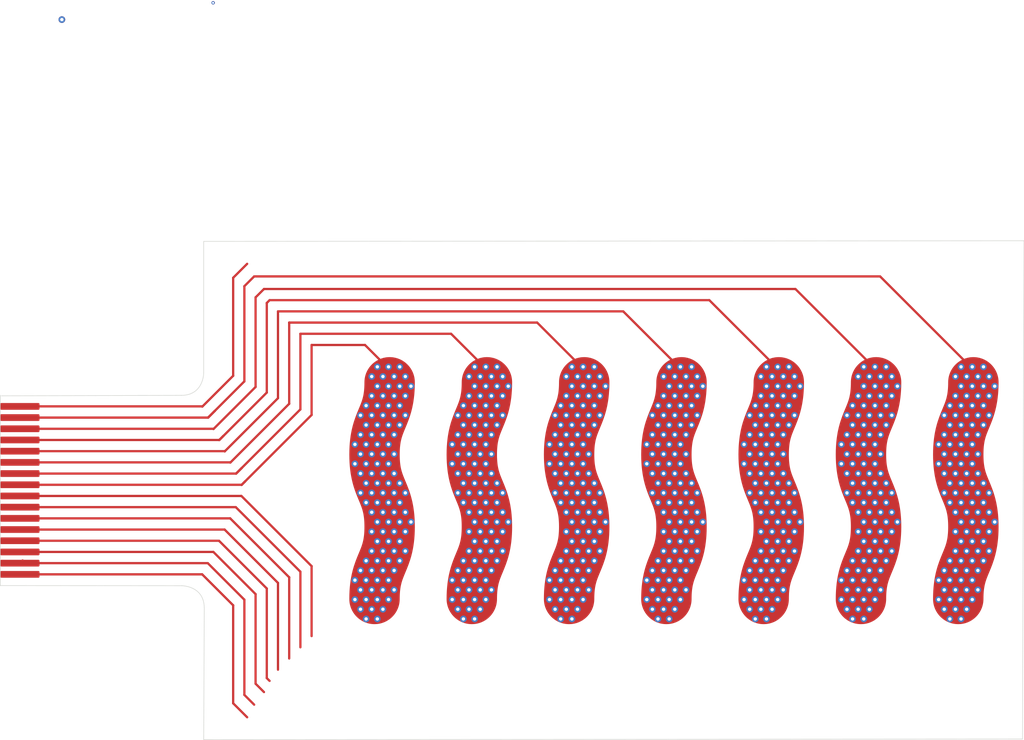
<source format=kicad_pcb>
(kicad_pcb (version 20241229) (generator "pcbnew") (generator_version "9.0")
  (layers (0 "F.Cu" signal) (2 "B.Cu" signal) (13 "F.Paste" user) (15 "B.Paste" user) (5 "F.SilkS" user "F.Silkscreen") (7 "B.SilkS" user "B.Silkscreen") (1 "F.Mask" user) (3 "B.Mask" user) (25 "Edge.Cuts" user))
  (net 0 "")
  (net 1 "/S4")
  (net 2 "/S1")
  (net 3 "/S2")
  (net 4 "/S3")
  (net 5 "/S10")
  (net 6 "/S7")
  (net 7 "/S15")
  (net 8 "/S12")
  (net 9 "/S9")
  (net 10 "/S6")
  (net 11 "/S16")
  (net 12 "/S5")
  (net 13 "/S14")
  (net 14 "/S13")
  (net 15 "/S8")
  (net 16 "/S11")
  (footprint "TP_Library:TP" (layer "F.Cu") (at 121.535865 99.465821)
    (property "Reference" "TP_200V**" (hide yes))
    (property "Value" "200V" (hide yes))
  )
  (footprint "TP_Library:TP" (layer "F.Cu") (at 121.035865 96.867745)
    (property "Reference" "TP_200V**" (hide yes))
    (property "Value" "200V" (hide yes))
  )
  (footprint "TP_Library:TP" (layer "F.Cu") (at 138.901471 102.929923)
    (property "Reference" "TP_200V**" (hide yes))
    (property "Value" "200V" (hide yes))
  )
  (footprint "TP_Library:TP" (layer "F.Cu") (at 155.267335 108.126075)
    (property "Reference" "TP_200V**" (hide yes))
    (property "Value" "200V" (hide yes))
  )
  (footprint "TP_Library:TP" (layer "F.Cu") (at 128.218798 104.661974)
    (property "Reference" "TP_200V**" (hide yes))
    (property "Value" "200V" (hide yes))
  )
  (footprint "TP_Library:TP" (layer "F.Cu") (at 138.401471 107.26005)
    (property "Reference" "TP_200V**" (hide yes))
    (property "Value" "200V" (hide yes))
  )
  (footprint "TP_Library:TP" (layer "F.Cu") (at 113.853192 96.00172)
    (property "Reference" "TP_200V**" (hide yes))
    (property "Value" "200V" (hide yes))
  )
  (footprint "TP_Library:TP" (layer "F.Cu") (at 137.901471 85.609415)
    (property "Reference" "TP_200V**" (hide yes))
    (property "Value" "200V" (hide yes))
  )
  (footprint "TP_Library:TP" (layer "F.Cu") (at 122.035865 91.671593)
    (property "Reference" "TP_200V**" (hide yes))
    (property "Value" "200V" (hide yes))
  )
  (footprint "TP_Library:TP" (layer "F.Cu") (at 148.584405 90.805567)
    (property "Reference" "TP_200V**" (hide yes))
    (property "Value" "200V" (hide yes))
  )
  (footprint "TP_Library:TP" (layer "F.Cu") (at 147.584405 92.537618)
    (property "Reference" "TP_200V**" (hide yes))
    (property "Value" "200V" (hide yes))
  )
  (footprint "TP_Library:TP" (layer "F.Cu") (at 128.718798 102.063898)
    (property "Reference" "TP_200V**" (hide yes))
    (property "Value" "200V" (hide yes))
  )
  (footprint "TP_Library:TP" (layer "F.Cu") (at 164.950009 85.609415)
    (property "Reference" "TP_200V**" (hide yes))
    (property "Value" "200V" (hide yes))
  )
  (footprint "TP_Library:TP" (layer "F.Cu") (at 120.535865 89.073517)
    (property "Reference" "TP_200V**" (hide yes))
    (property "Value" "200V" (hide yes))
  )
  (footprint "TP_Library:TP" (layer "F.Cu") (at 165.950009 97.733771)
    (property "Reference" "TP_200V**" (hide yes))
    (property "Value" "200V" (hide yes))
  )
  (footprint "TP_Library:TP" (layer "F.Cu") (at 155.767335 88.207491)
    (property "Reference" "TP_200V**" (hide yes))
    (property "Value" "200V" (hide yes))
  )
  (footprint "TP_Library:TP" (layer "F.Cu") (at 119.535865 97.733771)
    (property "Reference" "TP_200V**" (hide yes))
    (property "Value" "200V" (hide yes))
  )
  (footprint "TP_Library:TP" (layer "F.Cu") (at 145.584405 108.126075)
    (property "Reference" "TP_200V**" (hide yes))
    (property "Value" "200V" (hide yes))
  )
  (footprint "TP_Library:TP" (layer "F.Cu") (at 163.450009 105.527999)
    (property "Reference" "TP_200V**" (hide yes))
    (property "Value" "200V" (hide yes))
  )
  (footprint "TP_Library:TP" (layer "F.Cu") (at 121.535865 92.537618)
    (property "Reference" "TP_200V**" (hide yes))
    (property "Value" "200V" (hide yes))
  )
  (footprint "TP_Library:TP" (layer "F.Cu") (at 155.767335 105.527999)
    (property "Reference" "TP_200V**" (hide yes))
    (property "Value" "200V" (hide yes))
  )
  (footprint "TP_Library:TP" (layer "F.Cu") (at 147.584405 102.929923)
    (property "Reference" "TP_200V**" (hide yes))
    (property "Value" "200V" (hide yes))
  )
  (footprint "TP_Library:TP" (layer "F.Cu") (at 153.767335 93.403644)
    (property "Reference" "TP_200V**" (hide yes))
    (property "Value" "200V" (hide yes))
  )
  (footprint "TP_Library:TP" (layer "F.Cu") (at 122.535865 102.929923)
    (property "Reference" "TP_200V**" (hide yes))
    (property "Value" "200V" (hide yes))
  )
  (footprint "TP_Library:TP" (layer "F.Cu") (at 148.084405 96.867745)
    (property "Reference" "TP_200V**" (hide yes))
    (property "Value" "200V" (hide yes))
  )
  (footprint "TP_Library:TP" (layer "F.Cu") (at 155.767335 100.331847)
    (property "Reference" "TP_200V**" (hide yes))
    (property "Value" "200V" (hide yes))
  )
  (footprint "TP_Library:TP" (layer "F.Cu") (at 127.718798 96.867745)
    (property "Reference" "TP_200V**" (hide yes))
    (property "Value" "200V" (hide yes))
  )
  (footprint "TP_Library:TP" (layer "F.Cu") (at 121.035865 86.47544)
    (property "Reference" "TP_200V**" (hide yes))
    (property "Value" "200V" (hide yes))
  )
  (footprint "TP_Library:TP" (layer "F.Cu") (at 119.535865 90.805567)
    (property "Reference" "TP_200V**" (hide yes))
    (property "Value" "200V" (hide yes))
  )
  (footprint "TP_Library:TP" (layer "F.Cu") (at 164.450009 98.599796)
    (property "Reference" "TP_200V**" (hide yes))
    (property "Value" "200V" (hide yes))
  )
  (footprint "TP_Library:TP" (layer "F.Cu") (at 156.767335 102.063898)
    (property "Reference" "TP_200V**" (hide yes))
    (property "Value" "200V" (hide yes))
  )
  (footprint "TP_Library:TP" (layer "F.Cu") (at 111.853192 87.341466)
    (property "Reference" "TP_200V**" (hide yes))
    (property "Value" "200V" (hide yes))
  )
  (footprint "TP_Library:TP" (layer "F.Cu") (at 112.853192 97.733771)
    (property "Reference" "TP_200V**" (hide yes))
    (property "Value" "200V" (hide yes))
  )
  (footprint "TP_Library:TP" (layer "F.Cu") (at 137.401471 91.671593)
    (property "Reference" "TP_200V**" (hide yes))
    (property "Value" "200V" (hide yes))
  )
  (footprint "TP_Library:TP" (layer "F.Cu") (at 138.401471 105.527999)
    (property "Reference" "TP_200V**" (hide yes))
    (property "Value" "200V" (hide yes))
  )
  (footprint "TP_Library:TP" (layer "F.Cu") (at 128.218798 106.394025)
    (property "Reference" "TP_200V**" (hide yes))
    (property "Value" "200V" (hide yes))
  )
  (footprint "TP_Library:TP" (layer "F.Cu") (at 158.267335 87.341466)
    (property "Reference" "TP_200V**" (hide yes))
    (property "Value" "200V" (hide yes))
  )
  (footprint "TP_Library:TP" (layer "F.Cu") (at 138.901471 106.394025)
    (property "Reference" "TP_200V**" (hide yes))
    (property "Value" "200V" (hide yes))
  )
  (footprint "TP_Library:TP" (layer "F.Cu") (at 153.767335 105.527999)
    (property "Reference" "TP_200V**" (hide yes))
    (property "Value" "200V" (hide yes))
  )
  (footprint "TP_Library:TP" (layer "F.Cu") (at 154.767335 95.135694)
    (property "Reference" "TP_200V**" (hide yes))
    (property "Value" "200V" (hide yes))
  )
  (footprint "TP_Library:TP" (layer "F.Cu") (at 146.084405 98.599796)
    (property "Reference" "TP_200V**" (hide yes))
    (property "Value" "200V" (hide yes))
  )
  (footprint "TP_Library:TP" (layer "F.Cu") (at 154.767335 89.939542)
    (property "Reference" "TP_200V**" (hide yes))
    (property "Value" "200V" (hide yes))
  )
  (footprint "TP_Library:TP" (layer "F.Cu") (at 164.950009 96.00172)
    (property "Reference" "TP_200V**" (hide yes))
    (property "Value" "200V" (hide yes))
  )
  (footprint "TP_Library:TP" (layer "F.Cu") (at 110.353192 93.403644)
    (property "Reference" "TP_200V**" (hide yes))
    (property "Value" "200V" (hide yes))
  )
  (footprint "TP_Library:TP" (layer "F.Cu") (at 138.901471 99.465821)
    (property "Reference" "TP_200V**" (hide yes))
    (property "Value" "200V" (hide yes))
  )
  (footprint "TP_Library:TP" (layer "F.Cu") (at 114.353192 89.939542)
    (property "Reference" "TP_200V**" (hide yes))
    (property "Value" "200V" (hide yes))
  )
  (footprint "TP_Library:TP" (layer "F.Cu") (at 129.718798 96.867745)
    (property "Reference" "TP_200V**" (hide yes))
    (property "Value" "200V" (hide yes))
  )
  (footprint "TP_Library:TP" (layer "F.Cu") (at 165.450009 95.135694)
    (property "Reference" "TP_200V**" (hide yes))
    (property "Value" "200V" (hide yes))
  )
  (footprint "TP_Library:TP" (layer "F.Cu") (at 129.218798 108.126075)
    (property "Reference" "TP_200V**" (hide yes))
    (property "Value" "200V" (hide yes))
  )
  (footprint "TP_Library:TP" (layer "F.Cu") (at 165.950009 90.805567)
    (property "Reference" "TP_200V**" (hide yes))
    (property "Value" "200V" (hide yes))
  )
  (footprint "TP_Library:TP" (layer "F.Cu") (at 113.353192 98.599796)
    (property "Reference" "TP_200V**" (hide yes))
    (property "Value" "200V" (hide yes))
  )
  (footprint "TP_Library:TP" (layer "F.Cu") (at 119.035865 107.26005)
    (property "Reference" "TP_200V**" (hide yes))
    (property "Value" "200V" (hide yes))
  )
  (footprint "TP_Library:TP" (layer "F.Cu") (at 137.901471 99.465821)
    (property "Reference" "TP_200V**" (hide yes))
    (property "Value" "200V" (hide yes))
  )
  (footprint "TP_Library:TP" (layer "F.Cu") (at 121.035865 107.26005)
    (property "Reference" "TP_200V**" (hide yes))
    (property "Value" "200V" (hide yes))
  )
  (footprint "TP_Library:TP" (layer "F.Cu") (at 129.718798 102.063898)
    (property "Reference" "TP_200V**" (hide yes))
    (property "Value" "200V" (hide yes))
  )
  (footprint "TP_Library:TP" (layer "F.Cu") (at 153.767335 95.135694)
    (property "Reference" "TP_200V**" (hide yes))
    (property "Value" "200V" (hide yes))
  )
  (footprint "TP_Library:TP" (layer "F.Cu") (at 111.353192 95.135694)
    (property "Reference" "TP_200V**" (hide yes))
    (property "Value" "200V" (hide yes))
  )
  (footprint "TP_Library:TP" (layer "F.Cu") (at 131.718798 100.331847)
    (property "Reference" "TP_200V**" (hide yes))
    (property "Value" "200V" (hide yes))
  )
  (footprint "TP_Library:TP" (layer "F.Cu") (at 163.950009 89.073517)
    (property "Reference" "TP_200V**" (hide yes))
    (property "Value" "200V" (hide yes))
  )
  (footprint "TP_Library:TP" (layer "F.Cu") (at 145.584405 94.269669)
    (property "Reference" "TP_200V**" (hide yes))
    (property "Value" "200V" (hide yes))
  )
  (footprint "TP_Library:TP" (layer "F.Cu") (at 131.718798 102.063898)
    (property "Reference" "TP_200V**" (hide yes))
    (property "Value" "200V" (hide yes))
  )
  (footprint "TP_Library:TP" (layer "F.Cu") (at 156.767335 91.671593)
    (property "Reference" "TP_200V**" (hide yes))
    (property "Value" "200V" (hide yes))
  )
  (footprint "TP_Library:TP" (layer "F.Cu") (at 83.7 54.6)
    (property "Reference" "TP_200V**" (hide yes))
    (property "Value" "200V" (hide yes))
  )
  (footprint "TP_Library:TP" (layer "F.Cu") (at 154.267335 90.805567)
    (property "Reference" "TP_200V**" (hide yes))
    (property "Value" "200V" (hide yes))
  )
  (footprint "TP_Library:TP" (layer "F.Cu") (at 120.535865 99.465821)
    (property "Reference" "TP_200V**" (hide yes))
    (property "Value" "200V" (hide yes))
  )
  (footprint "TP_Library:TP" (layer "F.Cu") (at 146.084405 100.331847)
    (property "Reference" "TP_200V**" (hide yes))
    (property "Value" "200V" (hide yes))
  )
  (footprint "TP_Library:TP" (layer "F.Cu") (at 148.584405 96.00172)
    (property "Reference" "TP_200V**" (hide yes))
    (property "Value" "200V" (hide yes))
  )
  (footprint "TP_Library:TP" (layer "F.Cu") (at 163.950009 99.465821)
    (property "Reference" "TP_200V**" (hide yes))
    (property "Value" "200V" (hide yes))
  )
  (footprint "TP_Library:TP" (layer "F.Cu") (at 136.401471 91.671593)
    (property "Reference" "TP_200V**" (hide yes))
    (property "Value" "200V" (hide yes))
  )
  (footprint "TP_Library:TP" (layer "F.Cu") (at 111.353192 93.403644)
    (property "Reference" "TP_200V**" (hide yes))
    (property "Value" "200V" (hide yes))
  )
  (footprint "TP_Library:TP" (layer "F.Cu") (at 161.950009 104.661974)
    (property "Reference" "TP_200V**" (hide yes))
    (property "Value" "200V" (hide yes))
  )
  (footprint "TP_Library:TP" (layer "F.Cu") (at 155.767335 93.403644)
    (property "Reference" "TP_200V**" (hide yes))
    (property "Value" "200V" (hide yes))
  )
  (footprint "TP_Library:TP" (layer "F.Cu") (at 113.853192 87.341466)
    (property "Reference" "TP_200V**" (hide yes))
    (property "Value" "200V" (hide yes))
  )
  (footprint "TP_Library:TP" (layer "F.Cu") (at 162.950009 96.00172)
    (property "Reference" "TP_200V**" (hide yes))
    (property "Value" "200V" (hide yes))
  )
  (footprint "TP_Library:TP" (layer "F.Cu") (at 137.401471 103.795948)
    (property "Reference" "TP_200V**" (hide yes))
    (property "Value" "200V" (hide yes))
  )
  (footprint "TP_Library:TP" (layer "F.Cu") (at 154.767335 96.867745)
    (property "Reference" "TP_200V**" (hide yes))
    (property "Value" "200V" (hide yes))
  )
  (footprint "TP_Library:TP" (layer "F.Cu") (at 146.584405 94.269669)
    (property "Reference" "TP_200V**" (hide yes))
    (property "Value" "200V" (hide yes))
  )
  (footprint "TP_Library:TP" (layer "F.Cu") (at 138.901471 97.733771)
    (property "Reference" "TP_200V**" (hide yes))
    (property "Value" "200V" (hide yes))
  )
  (footprint "TP_Library:TP" (layer "F.Cu") (at 113.353192 95.135694)
    (property "Reference" "TP_200V**" (hide yes))
    (property "Value" "200V" (hide yes))
  )
  (footprint "TP_Library:TP" (layer "F.Cu") (at 164.950009 90.805567)
    (property "Reference" "TP_200V**" (hide yes))
    (property "Value" "200V" (hide yes))
  )
  (footprint "TP_Library:TP" (layer "F.Cu") (at 120.035865 91.671593)
    (property "Reference" "TP_200V**" (hide yes))
    (property "Value" "200V" (hide yes))
  )
  (footprint "TP_Library:TP" (layer "F.Cu") (at 131.718798 98.599796)
    (property "Reference" "TP_200V**" (hide yes))
    (property "Value" "200V" (hide yes))
  )
  (footprint "TP_Library:TP" (layer "F.Cu") (at 148.084405 93.403644)
    (property "Reference" "TP_200V**" (hide yes))
    (property "Value" "200V" (hide yes))
  )
  (footprint "TP_Library:TP" (layer "F.Cu") (at 135.901471 104.661974)
    (property "Reference" "TP_200V**" (hide yes))
    (property "Value" "200V" (hide yes))
  )
  (footprint "TP_Library:TP" (layer "F.Cu") (at 148.584405 101.197872)
    (property "Reference" "TP_200V**" (hide yes))
    (property "Value" "200V" (hide yes))
  )
  (footprint "TP_Library:TP" (layer "F.Cu") (at 139.401471 88.207491)
    (property "Reference" "TP_200V**" (hide yes))
    (property "Value" "200V" (hide yes))
  )
  (footprint "TP_Library:TP" (layer "F.Cu") (at 119.535865 89.073517)
    (property "Reference" "TP_200V**" (hide yes))
    (property "Value" "200V" (hide yes))
  )
  (footprint "TP_Library:TEST FPC_1" (layer "F.Cu") (at 79.703192 96.64339)
    (property "Reference" "J3" (hide yes))
    (property "Value" "Conn_01x16_Pin" (hide yes))
    (fp_line (start -1.5 -8.5) (end -1.5 8.5) (stroke (width 0.05)) (layer "Edge.Cuts"))
  )
  (footprint "TP_Library:TP" (layer "F.Cu") (at 148.584405 85.609415)
    (property "Reference" "TP_200V**" (hide yes))
    (property "Value" "200V" (hide yes))
  )
  (footprint "TP_Library:TP" (layer "F.Cu") (at 162.950009 97.733771)
    (property "Reference" "TP_200V**" (hide yes))
    (property "Value" "200V" (hide yes))
  )
  (footprint "TP_Library:TP" (layer "F.Cu") (at 128.218798 89.073517)
    (property "Reference" "TP_200V**" (hide yes))
    (property "Value" "200V" (hide yes))
  )
  (footprint "TP_Library:TP" (layer "F.Cu") (at 153.267335 104.661974)
    (property "Reference" "TP_200V**" (hide yes))
    (property "Value" "200V" (hide yes))
  )
  (footprint "TP_Library:TP" (layer "F.Cu") (at 136.401471 107.26005)
    (property "Reference" "TP_200V**" (hide yes))
    (property "Value" "200V" (hide yes))
  )
  (footprint "TP_Library:TP" (layer "F.Cu") (at 155.267335 96.00172)
    (property "Reference" "TP_200V**" (hide yes))
    (property "Value" "200V" (hide yes))
  )
  (footprint "TP_Library:TP" (layer "F.Cu") (at 127.718798 103.795948)
    (property "Reference" "TP_200V**" (hide yes))
    (property "Value" "200V" (hide yes))
  )
  (footprint "TP_Library:TP" (layer "F.Cu") (at 138.901471 101.197872)
    (property "Reference" "TP_200V**" (hide yes))
    (property "Value" "200V" (hide yes))
  )
  (footprint "TP_Library:TP" (layer "F.Cu") (at 129.218798 92.537618)
    (property "Reference" "TP_200V**" (hide yes))
    (property "Value" "200V" (hide yes))
  )
  (footprint "TP_Library:TP" (layer "F.Cu") (at 157.767335 86.47544)
    (property "Reference" "TP_200V**" (hide yes))
    (property "Value" "200V" (hide yes))
  )
  (footprint "TP_Library:TP" (layer "F.Cu") (at 138.401471 95.135694)
    (property "Reference" "TP_200V**" (hide yes))
    (property "Value" "200V" (hide yes))
  )
  (footprint "TP_Library:TP" (layer "F.Cu") (at 149.084405 89.939542)
    (property "Reference" "TP_200V**" (hide yes))
    (property "Value" "200V" (hide yes))
  )
  (footprint "TP_Library:TP" (layer "F.Cu") (at 147.084405 107.26005)
    (property "Reference" "TP_200V**" (hide yes))
    (property "Value" "200V" (hide yes))
  )
  (footprint "TP_Library:TP" (layer "F.Cu") (at 111.853192 96.00172)
    (property "Reference" "TP_200V**" (hide yes))
    (property "Value" "200V" (hide yes))
  )
  (footprint "TP_Library:TP" (layer "F.Cu") (at 127.218798 92.537618)
    (property "Reference" "TP_200V**" (hide yes))
    (property "Value" "200V" (hide yes))
  )
  (footprint "TP_Library:TP" (layer "F.Cu") (at 146.584405 101.197872)
    (property "Reference" "TP_200V**" (hide yes))
    (property "Value" "200V" (hide yes))
  )
  (footprint "TP_Library:TP" (layer "F.Cu") (at 110.353192 95.135694)
    (property "Reference" "TP_200V**" (hide yes))
    (property "Value" "200V" (hide yes))
  )
  (footprint "TP_Library:TP" (layer "F.Cu") (at 130.218798 89.073517)
    (property "Reference" "TP_200V**" (hide yes))
    (property "Value" "200V" (hide yes))
  )
  (footprint "TP_Library:TP" (layer "F.Cu") (at 110.853192 97.733771)
    (property "Reference" "TP_200V**" (hide yes))
    (property "Value" "200V" (hide yes))
  )
  (footprint "TP_Library:TP" (layer "F.Cu") (at 138.401471 100.331847)
    (property "Reference" "TP_200V**" (hide yes))
    (property "Value" "200V" (hide yes))
  )
  (footprint "TP_Library:TP" (layer "F.Cu") (at 121.035865 103.795948)
    (property "Reference" "TP_200V**" (hide yes))
    (property "Value" "200V" (hide yes))
  )
  (footprint "TP_Library:TP" (layer "F.Cu") (at 121.035865 89.939542)
    (property "Reference" "TP_200V**" (hide yes))
    (property "Value" "200V" (hide yes))
  )
  (footprint "TP_Library:TP" (layer "F.Cu") (at 137.901471 94.269669)
    (property "Reference" "TP_200V**" (hide yes))
    (property "Value" "200V" (hide yes))
  )
  (footprint "TP_Library:TP" (layer "F.Cu") (at 114.353192 98.599796)
    (property "Reference" "TP_200V**" (hide yes))
    (property "Value" "200V" (hide yes))
  )
  (footprint "TP_Library:TP" (layer "F.Cu") (at 155.267335 89.073517)
    (property "Reference" "TP_200V**" (hide yes))
    (property "Value" "200V" (hide yes))
  )
  (footprint "TP_Library:TP" (layer "F.Cu") (at 165.450009 96.867745)
    (property "Reference" "TP_200V**" (hide yes))
    (property "Value" "200V" (hide yes))
  )
  (footprint "TP_Library:TP" (layer "F.Cu") (at 120.035865 93.403644)
    (property "Reference" "TP_200V**" (hide yes))
    (property "Value" "200V" (hide yes))
  )
  (footprint "TP_Library:TP" (layer "F.Cu") (at 147.084405 96.867745)
    (property "Reference" "TP_200V**" (hide yes))
    (property "Value" "200V" (hide yes))
  )
  (footprint "TP_Library:TP" (layer "F.Cu") (at 162.450009 95.135694)
    (property "Reference" "TP_200V**" (hide yes))
    (property "Value" "200V" (hide yes))
  )
  (footprint "TP_Library:TP" (layer "F.Cu") (at 131.718798 86.47544)
    (property "Reference" "TP_200V**" (hide yes))
    (property "Value" "200V" (hide yes))
  )
  (footprint "TP_Library:TP" (layer "F.Cu") (at 128.718798 107.26005)
    (property "Reference" "TP_200V**" (hide yes))
    (property "Value" "200V" (hide yes))
  )
  (footprint "TP_Library:TP" (layer "F.Cu") (at 118.535865 94.269669)
    (property "Reference" "TP_200V**" (hide yes))
    (property "Value" "200V" (hide yes))
  )
  (footprint "TP_Library:TP" (layer "F.Cu") (at 147.084405 105.527999)
    (property "Reference" "TP_200V**" (hide yes))
    (property "Value" "200V" (hide yes))
  )
  (footprint "TP_Library:TP" (layer "F.Cu") (at 130.718798 88.207491)
    (property "Reference" "TP_200V**" (hide yes))
    (property "Value" "200V" (hide yes))
  )
  (footprint "TP_Library:TP" (layer "F.Cu") (at 161.950009 92.537618)
    (property "Reference" "TP_200V**" (hide yes))
    (property "Value" "200V" (hide yes))
  )
  (footprint "TP_Library:TP" (layer "F.Cu") (at 154.267335 97.733771)
    (property "Reference" "TP_200V**" (hide yes))
    (property "Value" "200V" (hide yes))
  )
  (footprint "TP_Library:TP" (layer "F.Cu") (at 148.084405 100.331847)
    (property "Reference" "TP_200V**" (hide yes))
    (property "Value" "200V" (hide yes))
  )
  (footprint "TP_Library:TP" (layer "F.Cu") (at 146.584405 87.341466)
    (property "Reference" "TP_200V**" (hide yes))
    (property "Value" "200V" (hide yes))
  )
  (footprint "TP_Library:TP" (layer "F.Cu") (at 119.535865 92.537618)
    (property "Reference" "TP_200V**" (hide yes))
    (property "Value" "200V" (hide yes))
  )
  (footprint "TP_Library:TP" (layer "F.Cu") (at 140.901471 87.341466)
    (property "Reference" "TP_200V**" (hide yes))
    (property "Value" "200V" (hide yes))
  )
  (footprint "TP_Library:TP" (layer "F.Cu") (at 122.035865 93.403644)
    (property "Reference" "TP_200V**" (hide yes))
    (property "Value" "200V" (hide yes))
  )
  (footprint "TP_Library:TP" (layer "F.Cu") (at 139.901471 97.733771)
    (property "Reference" "TP_200V**" (hide yes))
    (property "Value" "200V" (hide yes))
  )
  (footprint "TP_Library:TP" (layer "F.Cu") (at 148.584405 102.929923)
    (property "Reference" "TP_200V**" (hide yes))
    (property "Value" "200V" (hide yes))
  )
  (footprint "TP_Library:TP" (layer "F.Cu") (at 120.535865 106.394025)
    (property "Reference" "TP_200V**" (hide yes))
    (property "Value" "200V" (hide yes))
  )
  (footprint "TP_Library:TP" (layer "F.Cu") (at 118.535865 92.537618)
    (property "Reference" "TP_200V**" (hide yes))
    (property "Value" "200V" (hide yes))
  )
  (footprint "TP_Library:TP" (layer "F.Cu") (at 120.035865 96.867745)
    (property "Reference" "TP_200V**" (hide yes))
    (property "Value" "200V" (hide yes))
  )
  (footprint "TP_Library:TP" (layer "F.Cu") (at 137.901471 96.00172)
    (property "Reference" "TP_200V**" (hide yes))
    (property "Value" "200V" (hide yes))
  )
  (footprint "TP_Library:TP" (layer "F.Cu") (at 154.767335 86.47544)
    (property "Reference" "TP_200V**" (hide yes))
    (property "Value" "200V" (hide yes))
  )
  (footprint "TP_Library:TP" (layer "F.Cu") (at 131.718798 89.939542)
    (property "Reference" "TP_200V**" (hide yes))
    (property "Value" "200V" (hide yes))
  )
  (footprint "TP_Library:TP" (layer "F.Cu") (at 145.084405 91.671593)
    (property "Reference" "TP_200V**" (hide yes))
    (property "Value" "200V" (hide yes))
  )
  (footprint "TP_Library:TP" (layer "F.Cu") (at 114.353192 96.867745)
    (property "Reference" "TP_200V**" (hide yes))
    (property "Value" "200V" (hide yes))
  )
  (footprint "TP_Library:TP" (layer "F.Cu") (at 109.853192 106.394025)
    (property "Reference" "TP_200V**" (hide yes))
    (property "Value" "200V" (hide yes))
  )
  (footprint "TP_Library:TP" (layer "F.Cu") (at 144.584405 94.269669)
    (property "Reference" "TP_200V**" (hide yes))
    (property "Value" "200V" (hide yes))
  )
  (footprint "TP_Library:TP" (layer "F.Cu") (at 128.718798 95.135694)
    (property "Reference" "TP_200V**" (hide yes))
    (property "Value" "200V" (hide yes))
  )
  (footprint "TP_Library:TP" (layer "F.Cu") (at 147.084405 98.599796)
    (property "Reference" "TP_200V**" (hide yes))
    (property "Value" "200V" (hide yes))
  )
  (footprint "TP_Library:TP" (layer "F.Cu") (at 123.035865 102.063898)
    (property "Reference" "TP_200V**" (hide yes))
    (property "Value" "200V" (hide yes))
  )
  (footprint "TP_Library:TP" (layer "F.Cu") (at 163.450009 98.599796)
    (property "Reference" "TP_200V**" (hide yes))
    (property "Value" "200V" (hide yes))
  )
  (footprint "TP_Library:TP" (layer "F.Cu") (at 137.401471 88.207491)
    (property "Reference" "TP_200V**" (hide yes))
    (property "Value" "200V" (hide yes))
  )
  (footprint "TP_Library:TP" (layer "F.Cu") (at 156.267335 89.073517)
    (property "Reference" "TP_200V**" (hide yes))
    (property "Value" "200V" (hide yes))
  )
  (footprint "TP_Library:TP" (layer "F.Cu") (at 127.718798 91.671593)
    (property "Reference" "TP_200V**" (hide yes))
    (property "Value" "200V" (hide yes))
  )
  (footprint "TP_Library:TP" (layer "F.Cu") (at 131.218798 96.00172)
    (property "Reference" "TP_200V**" (hide yes))
    (property "Value" "200V" (hide yes))
  )
  (footprint "TP_Library:TP" (layer "F.Cu") (at 122.035865 98.599796)
    (property "Reference" "TP_200V**" (hide yes))
    (property "Value" "200V" (hide yes))
  )
  (footprint "TP_Library:TP" (layer "F.Cu") (at 145.584405 92.537618)
    (property "Reference" "TP_200V**" (hide yes))
    (property "Value" "200V" (hide yes))
  )
  (footprint "TP_Library:TP" (layer "F.Cu") (at 153.267335 94.269669)
    (property "Reference" "TP_200V**" (hide yes))
    (property "Value" "200V" (hide yes))
  )
  (footprint "TP_Library:TP" (layer "F.Cu") (at 145.584405 102.929923)
    (property "Reference" "TP_200V**" (hide yes))
    (property "Value" "200V" (hide yes))
  )
  (footprint "TP_Library:TP" (layer "F.Cu") (at 155.267335 104.661974)
    (property "Reference" "TP_200V**" (hide yes))
    (property "Value" "200V" (hide yes))
  )
  (footprint "TP_Library:TP" (layer "F.Cu") (at 129.218798 89.073517)
    (property "Reference" "TP_200V**" (hide yes))
    (property "Value" "200V" (hide yes))
  )
  (footprint "TP_Library:TP" (layer "F.Cu") (at 110.853192 92.537618)
    (property "Reference" "TP_200V**" (hide yes))
    (property "Value" "200V" (hide yes))
  )
  (footprint "TP_Library:TP" (layer "F.Cu") (at 120.035865 102.063898)
    (property "Reference" "TP_200V**" (hide yes))
    (property "Value" "200V" (hide yes))
  )
  (footprint "TP_Library:TP" (layer "F.Cu") (at 120.035865 98.599796)
    (property "Reference" "TP_200V**" (hide yes))
    (property "Value" "200V" (hide yes))
  )
  (footprint "TP_Library:TP" (layer "F.Cu") (at 136.901471 97.733771)
    (property "Reference" "TP_200V**" (hide yes))
    (property "Value" "200V" (hide yes))
  )
  (footprint "TP_Library:TP" (layer "F.Cu") (at 130.718798 89.939542)
    (property "Reference" "TP_200V**" (hide yes))
    (property "Value" "200V" (hide yes))
  )
  (footprint "TP_Library:TP" (layer "F.Cu") (at 154.767335 100.331847)
    (property "Reference" "TP_200V**" (hide yes))
    (property "Value" "200V" (hide yes))
  )
  (footprint "TP_Library:TP" (layer "F.Cu") (at 136.401471 103.795948)
    (property "Reference" "TP_200V**" (hide yes))
    (property "Value" "200V" (hide yes))
  )
  (footprint "TP_Library:TP" (layer "F.Cu") (at 129.218798 99.465821)
    (property "Reference" "TP_200V**" (hide yes))
    (property "Value" "200V" (hide yes))
  )
  (footprint "TP_Library:TP" (layer "F.Cu") (at 128.718798 86.47544)
    (property "Reference" "TP_200V**" (hide yes))
    (property "Value" "200V" (hide yes))
  )
  (footprint "TP_Library:TP" (layer "F.Cu") (at 122.035865 86.47544)
    (property "Reference" "TP_200V**" (hide yes))
    (property "Value" "200V" (hide yes))
  )
  (footprint "TP_Library:TP" (layer "F.Cu") (at 166.950009 87.341466)
    (property "Reference" "TP_200V**" (hide yes))
    (property "Value" "200V" (hide yes))
  )
  (footprint "TP_Library:TP" (layer "F.Cu") (at 109.853192 104.661974)
    (property "Reference" "TP_200V**" (hide yes))
    (property "Value" "200V" (hide yes))
  )
  (footprint "TP_Library:TP" (layer "F.Cu") (at 165.950009 101.197872)
    (property "Reference" "TP_200V**" (hide yes))
    (property "Value" "200V" (hide yes))
  )
  (footprint "TP_Library:TP" (layer "F.Cu") (at 145.084405 96.867745)
    (property "Reference" "TP_200V**" (hide yes))
    (property "Value" "200V" (hide yes))
  )
  (footprint "TP_Library:TP" (layer "F.Cu") (at 136.901471 104.661974)
    (property "Reference" "TP_200V**" (hide yes))
    (property "Value" "200V" (hide yes))
  )
  (footprint "TP_Library:TP" (layer "F.Cu") (at 147.084405 89.939542)
    (property "Reference" "TP_200V**" (hide yes))
    (property "Value" "200V" (hide yes))
  )
  (footprint "TP_Library:TP" (layer "F.Cu") (at 146.584405 102.929923)
    (property "Reference" "TP_200V**" (hide yes))
    (property "Value" "200V" (hide yes))
  )
  (footprint "TP_Library:TP" (layer "F.Cu") (at 164.450009 105.527999)
    (property "Reference" "TP_200V**" (hide yes))
    (property "Value" "200V" (hide yes))
  )
  (footprint "TP_Library:TP" (layer "F.Cu") (at 166.450009 98.599796)
    (property "Reference" "TP_200V**" (hide yes))
    (property "Value" "200V" (hide yes))
  )
  (footprint "TP_Library:TP" (layer "F.Cu") (at 120.535865 85.609415)
    (property "Reference" "TP_200V**" (hide yes))
    (property "Value" "200V" (hide yes))
  )
  (footprint "TP_Library:TP" (layer "F.Cu") (at 156.267335 106.394025)
    (property "Reference" "TP_200V**" (hide yes))
    (property "Value" "200V" (hide yes))
  )
  (footprint "TP_Library:TP" (layer "F.Cu") (at 146.084405 86.47544)
    (property "Reference" "TP_200V**" (hide yes))
    (property "Value" "200V" (hide yes))
  )
  (footprint "TP_Library:TP" (layer "F.Cu") (at 163.450009 89.939542)
    (property "Reference" "TP_200V**" (hide yes))
    (property "Value" "200V" (hide yes))
  )
  (footprint "TP_Library:TP" (layer "F.Cu") (at 149.084405 96.867745)
    (property "Reference" "TP_200V**" (hide yes))
    (property "Value" "200V" (hide yes))
  )
  (footprint "TP_Library:TP" (layer "F.Cu") (at 156.267335 90.805567)
    (property "Reference" "TP_200V**" (hide yes))
    (property "Value" "200V" (hide yes))
  )
  (footprint "TP_Library:TP" (layer "F.Cu") (at 145.584405 90.805567)
    (property "Reference" "TP_200V**" (hide yes))
    (property "Value" "200V" (hide yes))
  )
  (footprint "TP_Library:TP" (layer "F.Cu") (at 139.401471 95.135694)
    (property "Reference" "TP_200V**" (hide yes))
    (property "Value" "200V" (hide yes))
  )
  (footprint "TP_Library:TP" (layer "F.Cu") (at 165.950009 87.341466)
    (property "Reference" "TP_200V**" (hide yes))
    (property "Value" "200V" (hide yes))
  )
  (footprint "TP_Library:TP" (layer "F.Cu") (at 147.084405 88.207491)
    (property "Reference" "TP_200V**" (hide yes))
    (property "Value" "200V" (hide yes))
  )
  (footprint "TP_Library:TP" (layer "F.Cu") (at 138.901471 87.341466)
    (property "Reference" "TP_200V**" (hide yes))
    (property "Value" "200V" (hide yes))
  )
  (footprint "TP_Library:TP" (layer "F.Cu") (at 136.401471 105.527999)
    (property "Reference" "TP_200V**" (hide yes))
    (property "Value" "200V" (hide yes))
  )
  (footprint "TP_Library:TP" (layer "F.Cu") (at 130.218798 101.197872)
    (property "Reference" "TP_200V**" (hide yes))
    (property "Value" "200V" (hide yes))
  )
  (footprint "TP_Library:TP" (layer "F.Cu") (at 113.353192 88.207491)
    (property "Reference" "TP_200V**" (hide yes))
    (property "Value" "200V" (hide yes))
  )
  (footprint "TP_Library:TP" (layer "F.Cu") (at 136.901471 102.929923)
    (property "Reference" "TP_200V**" (hide yes))
    (property "Value" "200V" (hide yes))
  )
  (footprint "TP_Library:TP" (layer "F.Cu") (at 157.767335 100.331847)
    (property "Reference" "TP_200V**" (hide yes))
    (property "Value" "200V" (hide yes))
  )
  (footprint "TP_Library:TP" (layer "F.Cu") (at 155.767335 86.47544)
    (property "Reference" "TP_200V**" (hide yes))
    (property "Value" "200V" (hide yes))
  )
  (footprint "TP_Library:TP" (layer "F.Cu") (at 153.767335 107.26005)
    (property "Reference" "TP_200V**" (hide yes))
    (property "Value" "200V" (hide yes))
  )
  (footprint "TP_Library:TP" (layer "F.Cu") (at 110.353192 89.939542)
    (property "Reference" "TP_200V**" (hide yes))
    (property "Value" "200V" (hide yes))
  )
  (footprint "TP_Library:TP" (layer "F.Cu") (at 112.853192 99.465821)
    (property "Reference" "TP_200V**" (hide yes))
    (property "Value" "200V" (hide yes))
  )
  (footprint "TP_Library:TP" (layer "F.Cu") (at 154.767335 93.403644)
    (property "Reference" "TP_200V**" (hide yes))
    (property "Value" "200V" (hide yes))
  )
  (footprint "TP_Library:TP" (layer "F.Cu") (at 137.901471 97.733771)
    (property "Reference" "TP_200V**" (hide yes))
    (property "Value" "200V" (hide yes))
  )
  (footprint "TP_Library:TP" (layer "F.Cu") (at 137.401471 86.47544)
    (property "Reference" "TP_200V**" (hide yes))
    (property "Value" "200V" (hide yes))
  )
  (footprint "TP_Library:TP" (layer "F.Cu") (at 158.267335 99.465821)
    (property "Reference" "TP_200V**" (hide yes))
    (property "Value" "200V" (hide yes))
  )
  (footprint "TP_Library:TP" (layer "F.Cu") (at 137.901471 87.341466)
    (property "Reference" "TP_200V**" (hide yes))
    (property "Value" "200V" (hide yes))
  )
  (footprint "TP_Library:TP" (layer "F.Cu") (at 145.584405 106.394025)
    (property "Reference" "TP_200V**" (hide yes))
    (property "Value" "200V" (hide yes))
  )
  (footprint "TP_Library:TP" (layer "F.Cu") (at 113.353192 93.403644)
    (property "Reference" "TP_200V**" (hide yes))
    (property "Value" "200V" (hide yes))
  )
  (footprint "TP_Library:TP" (layer "F.Cu") (at 129.718798 95.135694)
    (property "Reference" "TP_200V**" (hide yes))
    (property "Value" "200V" (hide yes))
  )
  (footprint "TP_Library:TP" (layer "F.Cu") (at 137.901471 89.073517)
    (property "Reference" "TP_200V**" (hide yes))
    (property "Value" "200V" (hide yes))
  )
  (footprint "TP_Library:TP" (layer "F.Cu") (at 139.401471 102.063898)
    (property "Reference" "TP_200V**" (hide yes))
    (property "Value" "200V" (hide yes))
  )
  (footprint "TP_Library:TP" (layer "F.Cu") (at 140.401471 88.207491)
    (property "Reference" "TP_200V**" (hide yes))
    (property "Value" "200V" (hide yes))
  )
  (footprint "TP_Library:TP" (layer "F.Cu") (at 147.084405 102.063898)
    (property "Reference" "TP_200V**" (hide yes))
    (property "Value" "200V" (hide yes))
  )
  (footprint "TP_Library:TP" (layer "F.Cu") (at 164.450009 88.207491)
    (property "Reference" "TP_200V**" (hide yes))
    (property "Value" "200V" (hide yes))
  )
  (footprint "TP_Library:TP" (layer "F.Cu") (at 145.084405 105.527999)
    (property "Reference" "TP_200V**" (hide yes))
    (property "Value" "200V" (hide yes))
  )
  (footprint "TP_Library:TP" (layer "F.Cu") (at 120.535865 102.929923)
    (property "Reference" "TP_200V**" (hide yes))
    (property "Value" "200V" (hide yes))
  )
  (footprint "TP_Library:TP" (layer "F.Cu") (at 120.035865 89.939542)
    (property "Reference" "TP_200V**" (hide yes))
    (property "Value" "200V" (hide yes))
  )
  (footprint "TP_Library:TP" (layer "F.Cu") (at 163.950009 85.609415)
    (property "Reference" "TP_200V**" (hide yes))
    (property "Value" "200V" (hide yes))
  )
  (footprint "TP_Library:TP" (layer "F.Cu") (at 163.950009 101.197872)
    (property "Reference" "TP_200V**" (hide yes))
    (property "Value" "200V" (hide yes))
  )
  (footprint "TP_Library:TP" (layer "F.Cu") (at 148.084405 102.063898)
    (property "Reference" "TP_200V**" (hide yes))
    (property "Value" "200V" (hide yes))
  )
  (footprint "TP_Library:TP" (layer "F.Cu") (at 147.584405 104.661974)
    (property "Reference" "TP_200V**" (hide yes))
    (property "Value" "200V" (hide yes))
  )
  (footprint "TP_Library:TP" (layer "F.Cu") (at 130.218798 85.609415)
    (property "Reference" "TP_200V**" (hide yes))
    (property "Value" "200V" (hide yes))
  )
  (footprint "TP_Library:TP" (layer "F.Cu") (at 112.853192 92.537618)
    (property "Reference" "TP_200V**" (hide yes))
    (property "Value" "200V" (hide yes))
  )
  (footprint "TP_Library:TP" (layer "F.Cu") (at 155.267335 106.394025)
    (property "Reference" "TP_200V**" (hide yes))
    (property "Value" "200V" (hide yes))
  )
  (footprint "TP_Library:TP" (layer "F.Cu") (at 121.535865 104.661974)
    (property "Reference" "TP_200V**" (hide yes))
    (property "Value" "200V" (hide yes))
  )
  (footprint "TP_Library:TP" (layer "F.Cu") (at 163.450009 88.207491)
    (property "Reference" "TP_200V**" (hide yes))
    (property "Value" "200V" (hide yes))
  )
  (footprint "TP_Library:TP" (layer "F.Cu") (at 139.901471 96.00172)
    (property "Reference" "TP_200V**" (hide yes))
    (property "Value" "200V" (hide yes))
  )
  (footprint "TP_Library:TP" (layer "F.Cu") (at 110.853192 106.394025)
    (property "Reference" "TP_200V**" (hide yes))
    (property "Value" "200V" (hide yes))
  )
  (footprint "TP_Library:TP" (layer "F.Cu") (at 163.950009 96.00172)
    (property "Reference" "TP_200V**" (hide yes))
    (property "Value" "200V" (hide yes))
  )
  (footprint "TP_Library:TP" (layer "F.Cu") (at 145.584405 104.661974)
    (property "Reference" "TP_200V**" (hide yes))
    (property "Value" "200V" (hide yes))
  )
  (footprint "TP_Library:TP" (layer "F.Cu") (at 113.353192 103.795948)
    (property "Reference" "TP_200V**" (hide yes))
    (property "Value" "200V" (hide yes))
  )
  (footprint "TP_Library:TP" (layer "F.Cu") (at 112.853192 90.805567)
    (property "Reference" "TP_200V**" (hide yes))
    (property "Value" "200V" (hide yes))
  )
  (footprint "TP_Library:TP" (layer "F.Cu") (at 164.950009 89.073517)
    (property "Reference" "TP_200V**" (hide yes))
    (property "Value" "200V" (hide yes))
  )
  (footprint "TP_Library:TP" (layer "F.Cu") (at 120.535865 97.733771)
    (property "Reference" "TP_200V**" (hide yes))
    (property "Value" "200V" (hide yes))
  )
  (footprint "TP_Library:TP" (layer "F.Cu") (at 127.718798 107.26005)
    (property "Reference" "TP_200V**" (hide yes))
    (property "Value" "200V" (hide yes))
  )
  (footprint "TP_Library:TP" (layer "F.Cu") (at 139.401471 93.403644)
    (property "Reference" "TP_200V**" (hide yes))
    (property "Value" "200V" (hide yes))
  )
  (footprint "TP_Library:TP" (layer "F.Cu") (at 156.767335 96.867745)
    (property "Reference" "TP_200V**" (hide yes))
    (property "Value" "200V" (hide yes))
  )
  (footprint "TP_Library:TP" (layer "F.Cu") (at 121.535865 96.00172)
    (property "Reference" "TP_200V**" (hide yes))
    (property "Value" "200V" (hide yes))
  )
  (footprint "TP_Library:TP" (layer "F.Cu") (at 111.353192 102.063898)
    (property "Reference" "TP_200V**" (hide yes))
    (property "Value" "200V" (hide yes))
  )
  (footprint "TP_Library:TP" (layer "F.Cu") (at 119.035865 103.795948)
    (property "Reference" "TP_200V**" (hide yes))
    (property "Value" "200V" (hide yes))
  )
  (footprint "TP_Library:TP" (layer "F.Cu") (at 144.584405 92.537618)
    (property "Reference" "TP_200V**" (hide yes))
    (property "Value" "200V" (hide yes))
  )
  (footprint "TP_Library:TP" (layer "F.Cu") (at 164.950009 104.661974)
    (property "Reference" "TP_200V**" (hide yes))
    (property "Value" "200V" (hide yes))
  )
  (footprint "TP_Library:TP" (layer "F.Cu") (at 147.584405 90.805567)
    (property "Reference" "TP_200V**" (hide yes))
    (property "Value" "200V" (hide yes))
  )
  (footprint "TP_Library:TP" (layer "F.Cu") (at 162.450009 103.795948)
    (property "Reference" "TP_200V**" (hide yes))
    (property "Value" "200V" (hide yes))
  )
  (footprint "TP_Library:TP" (layer "F.Cu") (at 140.401471 102.063898)
    (property "Reference" "TP_200V**" (hide yes))
    (property "Value" "200V" (hide yes))
  )
  (footprint "TP_Library:TP" (layer "F.Cu") (at 111.353192 103.795948)
    (property "Reference" "TP_200V**" (hide yes))
    (property "Value" "200V" (hide yes))
  )
  (footprint "TP_Library:TP" (layer "F.Cu") (at 114.353192 100.331847)
    (property "Reference" "TP_200V**" (hide yes))
    (property "Value" "200V" (hide yes))
  )
  (footprint "TP_Library:TP" (layer "F.Cu") (at 156.267335 104.661974)
    (property "Reference" "TP_200V**" (hide yes))
    (property "Value" "200V" (hide yes))
  )
  (footprint "TP_Library:TP" (layer "F.Cu") (at 155.267335 94.269669)
    (property "Reference" "TP_200V**" (hide yes))
    (property "Value" "200V" (hide yes))
  )
  (footprint "TP_Library:TP" (layer "F.Cu") (at 155.767335 102.063898)
    (property "Reference" "TP_200V**" (hide yes))
    (property "Value" "200V" (hide yes))
  )
  (footprint "TP_Library:TP" (layer "F.Cu") (at 138.901471 96.00172)
    (property "Reference" "TP_200V**" (hide yes))
    (property "Value" "200V" (hide yes))
  )
  (footprint "TP_Library:TP" (layer "F.Cu") (at 148.084405 88.207491)
    (property "Reference" "TP_200V**" (hide yes))
    (property "Value" "200V" (hide yes))
  )
  (footprint "TP_Library:TP" (layer "F.Cu") (at 129.218798 94.269669)
    (property "Reference" "TP_200V**" (hide yes))
    (property "Value" "200V" (hide yes))
  )
  (footprint "TP_Library:TP" (layer "F.Cu") (at 122.035865 100.331847)
    (property "Reference" "TP_200V**" (hide yes))
    (property "Value" "200V" (hide yes))
  )
  (footprint "TP_Library:TP" (layer "F.Cu") (at 140.401471 89.939542)
    (property "Reference" "TP_200V**" (hide yes))
    (property "Value" "200V" (hide yes))
  )
  (footprint "TP_Library:TP" (layer "F.Cu") (at 149.084405 86.47544)
    (property "Reference" "TP_200V**" (hide yes))
    (property "Value" "200V" (hide yes))
  )
  (footprint "TP_Library:TP" (layer "F.Cu") (at 132.218798 87.341466)
    (property "Reference" "TP_200V**" (hide yes))
    (property "Value" "200V" (hide yes))
  )
  (footprint "TP_Library:TP" (layer "F.Cu") (at 123.035865 98.599796)
    (property "Reference" "TP_200V**" (hide yes))
    (property "Value" "200V" (hide yes))
  )
  (footprint "TP_Library:TP" (layer "F.Cu") (at 162.450009 107.26005)
    (property "Reference" "TP_200V**" (hide yes))
    (property "Value" "200V" (hide yes))
  )
  (footprint "TP_Library:TP" (layer "F.Cu") (at 120.035865 86.47544)
    (property "Reference" "TP_200V**" (hide yes))
    (property "Value" "200V" (hide yes))
  )
  (footprint "TP_Library:TP" (layer "F.Cu") (at 156.267335 87.341466)
    (property "Reference" "TP_200V**" (hide yes))
    (property "Value" "200V" (hide yes))
  )
  (footprint "TP_Library:TP" (layer "F.Cu") (at 165.950009 99.465821)
    (property "Reference" "TP_200V**" (hide yes))
    (property "Value" "200V" (hide yes))
  )
  (footprint "TP_Library:TP" (layer "F.Cu") (at 163.950009 104.661974)
    (property "Reference" "TP_200V**" (hide yes))
    (property "Value" "200V" (hide yes))
  )
  (footprint "TP_Library:TP" (layer "F.Cu") (at 139.901471 99.465821)
    (property "Reference" "TP_200V**" (hide yes))
    (property "Value" "200V" (hide yes))
  )
  (footprint "TP_Library:TP" (layer "F.Cu") (at 140.401471 100.331847)
    (property "Reference" "TP_200V**" (hide yes))
    (property "Value" "200V" (hide yes))
  )
  (footprint "TP_Library:TP" (layer "F.Cu") (at 166.450009 89.939542)
    (property "Reference" "TP_200V**" (hide yes))
    (property "Value" "200V" (hide yes))
  )
  (footprint "TP_Library:TP" (layer "F.Cu") (at 112.853192 94.269669)
    (property "Reference" "TP_200V**" (hide yes))
    (property "Value" "200V" (hide yes))
  )
  (footprint "TP_Library:TP" (layer "F.Cu") (at 163.950009 97.733771)
    (property "Reference" "TP_200V**" (hide yes))
    (property "Value" "200V" (hide yes))
  )
  (footprint "TP_Library:TP" (layer "F.Cu") (at 162.450009 105.527999)
    (property "Reference" "TP_200V**" (hide yes))
    (property "Value" "200V" (hide yes))
  )
  (footprint "TP_Library:TP" (layer "F.Cu") (at 166.450009 102.063898)
    (property "Reference" "TP_200V**" (hide yes))
    (property "Value" "200V" (hide yes))
  )
  (footprint "TP_Library:TP" (layer "F.Cu") (at 162.950009 108.126075)
    (property "Reference" "TP_200V**" (hide yes))
    (property "Value" "200V" (hide yes))
  )
  (footprint "TP_Library:TP" (layer "F.Cu") (at 163.950009 90.805567)
    (property "Reference" "TP_200V**" (hide yes))
    (property "Value" "200V" (hide yes))
  )
  (footprint "TP_Library:TP" (layer "F.Cu") (at 112.353192 102.063898)
    (property "Reference" "TP_200V**" (hide yes))
    (property "Value" "200V" (hide yes))
  )
  (footprint "TP_Library:TP" (layer "F.Cu") (at 135.901471 94.269669)
    (property "Reference" "TP_200V**" (hide yes))
    (property "Value" "200V" (hide yes))
  )
  (footprint "TP_Library:TP" (layer "F.Cu") (at 157.767335 96.867745)
    (property "Reference" "TP_200V**" (hide yes))
    (property "Value" "200V" (hide yes))
  )
  (footprint "TP_Library:TP" (layer "F.Cu") (at 137.401471 95.135694)
    (property "Reference" "TP_200V**" (hide yes))
    (property "Value" "200V" (hide yes))
  )
  (footprint "TP_Library:TP" (layer "F.Cu") (at 148.084405 89.939542)
    (property "Reference" "TP_200V**" (hide yes))
    (property "Value" "200V" (hide yes))
  )
  (footprint "TP_Library:TP" (layer "F.Cu") (at 162.450009 89.939542)
    (property "Reference" "TP_200V**" (hide yes))
    (property "Value" "200V" (hide yes))
  )
  (footprint "TP_Library:TP" (layer "F.Cu") (at 162.950009 104.661974)
    (property "Reference" "TP_200V**" (hide yes))
    (property "Value" "200V" (hide yes))
  )
  (footprint "TP_Library:TP" (layer "F.Cu") (at 113.853192 102.929923)
    (property "Reference" "TP_200V**" (hide yes))
    (property "Value" "200V" (hide yes))
  )
  (footprint "TP_Library:TP" (layer "F.Cu") (at 119.535865 108.126075)
    (property "Reference" "TP_200V**" (hide yes))
    (property "Value" "200V" (hide yes))
  )
  (footprint "TP_Library:TP" (layer "F.Cu") (at 130.218798 97.733771)
    (property "Reference" "TP_200V**" (hide yes))
    (property "Value" "200V" (hide yes))
  )
  (footprint "TP_Library:TP" (layer "F.Cu") (at 112.853192 96.00172)
    (property "Reference" "TP_200V**" (hide yes))
    (property "Value" "200V" (hide yes))
  )
  (footprint "TP_Library:TP" (layer "F.Cu") (at 113.853192 90.805567)
    (property "Reference" "TP_200V**" (hide yes))
    (property "Value" "200V" (hide yes))
  )
  (footprint "TP_Library:TP" (layer "F.Cu") (at 121.035865 98.599796)
    (property "Reference" "TP_200V**" (hide yes))
    (property "Value" "200V" (hide yes))
  )
  (footprint "TP_Library:TP" (layer "F.Cu") (at 121.035865 91.671593)
    (property "Reference" "TP_200V**" (hide yes))
    (property "Value" "200V" (hide yes))
  )
  (footprint "TP_Library:TP" (layer "F.Cu") (at 132.218798 99.465821)
    (property "Reference" "TP_200V**" (hide yes))
    (property "Value" "200V" (hide yes))
  )
  (footprint "TP_Library:TP" (layer "F.Cu") (at 127.718798 105.527999)
    (property "Reference" "TP_200V**" (hide yes))
    (property "Value" "200V" (hide yes))
  )
  (footprint "TP_Library:TP" (layer "F.Cu") (at 130.718798 100.331847)
    (property "Reference" "TP_200V**" (hide yes))
    (property "Value" "200V" (hide yes))
  )
  (footprint "TP_Library:TP" (layer "F.Cu") (at 121.035865 88.207491)
    (property "Reference" "TP_200V**" (hide yes))
    (property "Value" "200V" (hide yes))
  )
  (footprint "TP_Library:TP" (layer "F.Cu") (at 136.401471 93.403644)
    (property "Reference" "TP_200V**" (hide yes))
    (property "Value" "200V" (hide yes))
  )
  (footprint "TP_Library:TP" (layer "F.Cu") (at 131.218798 85.609415)
    (property "Reference" "TP_200V**" (hide yes))
    (property "Value" "200V" (hide yes))
  )
  (footprint "TP_Library:TP" (layer "F.Cu") (at 137.901471 102.929923)
    (property "Reference" "TP_200V**" (hide yes))
    (property "Value" "200V" (hide yes))
  )
  (footprint "TP_Library:TP" (layer "F.Cu") (at 164.950009 94.269669)
    (property "Reference" "TP_200V**" (hide yes))
    (property "Value" "200V" (hide yes))
  )
  (footprint "TP_Library:TP" (layer "F.Cu") (at 162.450009 93.403644)
    (property "Reference" "TP_200V**" (hide yes))
    (property "Value" "200V" (hide yes))
  )
  (footprint "TP_Library:TP" (layer "F.Cu") (at 146.084405 105.527999)
    (property "Reference" "TP_200V**" (hide yes))
    (property "Value" "200V" (hide yes))
  )
  (footprint "TP_Library:TP" (layer "F.Cu") (at 138.401471 96.867745)
    (property "Reference" "TP_200V**" (hide yes))
    (property "Value" "200V" (hide yes))
  )
  (footprint "TP_Library:TP" (layer "F.Cu") (at 137.401471 107.26005)
    (property "Reference" "TP_200V**" (hide yes))
    (property "Value" "200V" (hide yes))
  )
  (footprint "TP_Library:TP" (layer "F.Cu") (at 165.950009 96.00172)
    (property "Reference" "TP_200V**" (hide yes))
    (property "Value" "200V" (hide yes))
  )
  (footprint "TP_Library:TP" (layer "F.Cu") (at 156.267335 99.465821)
    (property "Reference" "TP_200V**" (hide yes))
    (property "Value" "200V" (hide yes))
  )
  (footprint "TP_Library:TP" (layer "F.Cu") (at 164.950009 87.341466)
    (property "Reference" "TP_200V**" (hide yes))
    (property "Value" "200V" (hide yes))
  )
  (footprint "TP_Library:TP" (layer "F.Cu") (at 140.401471 96.867745)
    (property "Reference" "TP_200V**" (hide yes))
    (property "Value" "200V" (hide yes))
  )
  (footprint "TP_Library:TP" (layer "F.Cu") (at 146.084405 93.403644)
    (property "Reference" "TP_200V**" (hide yes))
    (property "Value" "200V" (hide yes))
  )
  (footprint "TP_Library:TP" (layer "F.Cu") (at 154.767335 98.599796)
    (property "Reference" "TP_200V**" (hide yes))
    (property "Value" "200V" (hide yes))
  )
  (footprint "TP_Library:TP" (layer "F.Cu") (at 147.084405 103.795948)
    (property "Reference" "TP_200V**" (hide yes))
    (property "Value" "200V" (hide yes))
  )
  (footprint "TP_Library:TP" (layer "F.Cu") (at 139.901471 101.197872)
    (property "Reference" "TP_200V**" (hide yes))
    (property "Value" "200V" (hide yes))
  )
  (footprint "TP_Library:TP" (layer "F.Cu") (at 120.535865 92.537618)
    (property "Reference" "TP_200V**" (hide yes))
    (property "Value" "200V" (hide yes))
  )
  (footprint "TP_Library:TP" (layer "F.Cu") (at 128.718798 89.939542)
    (property "Reference" "TP_200V**" (hide yes))
    (property "Value" "200V" (hide yes))
  )
  (footprint "TP_Library:TP" (layer "F.Cu") (at 130.218798 106.394025)
    (property "Reference" "TP_200V**" (hide yes))
    (property "Value" "200V" (hide yes))
  )
  (footprint "TP_Library:TP" (layer "F.Cu") (at 121.535865 87.341466)
    (property "Reference" "TP_200V**" (hide yes))
    (property "Value" "200V" (hide yes))
  )
  (footprint "TP_Library:TP" (layer "F.Cu") (at 113.353192 102.063898)
    (property "Reference" "TP_200V**" (hide yes))
    (property "Value" "200V" (hide yes))
  )
  (footprint "TP_Library:TP" (layer "F.Cu") (at 122.535865 101.197872)
    (property "Reference" "TP_200V**" (hide yes))
    (property "Value" "200V" (hide yes))
  )
  (footprint "TP_Library:TP" (layer "F.Cu") (at 130.218798 90.805567)
    (property "Reference" "TP_200V**" (hide yes))
    (property "Value" "200V" (hide yes))
  )
  (footprint "TP_Library:TP" (layer "F.Cu") (at 123.535865 87.341466)
    (property "Reference" "TP_200V**" (hide yes))
    (property "Value" "200V" (hide yes))
  )
  (footprint "TP_Library:TP" (layer "F.Cu") (at 137.401471 102.063898)
    (property "Reference" "TP_200V**" (hide yes))
    (property "Value" "200V" (hide yes))
  )
  (footprint "TP_Library:TP" (layer "F.Cu") (at 119.535865 94.269669)
    (property "Reference" "TP_200V**" (hide yes))
    (property "Value" "200V" (hide yes))
  )
  (footprint "TP_Library:TP" (layer "F.Cu") (at 146.584405 99.465821)
    (property "Reference" "TP_200V**" (hide yes))
    (property "Value" "200V" (hide yes))
  )
  (footprint "TP_Library:TP" (layer "F.Cu") (at 137.401471 93.403644)
    (property "Reference" "TP_200V**" (hide yes))
    (property "Value" "200V" (hide yes))
  )
  (footprint "TP_Library:TP" (layer "F.Cu") (at 147.584405 89.073517)
    (property "Reference" "TP_200V**" (hide yes))
    (property "Value" "200V" (hide yes))
  )
  (footprint "TP_Library:TP" (layer "F.Cu") (at 110.353192 96.867745)
    (property "Reference" "TP_200V**" (hide yes))
    (property "Value" "200V" (hide yes))
  )
  (footprint "TP_Library:TP" (layer "F.Cu") (at 138.401471 86.47544)
    (property "Reference" "TP_200V**" (hide yes))
    (property "Value" "200V" (hide yes))
  )
  (footprint "TP_Library:TP" (layer "F.Cu") (at 154.267335 92.537618)
    (property "Reference" "TP_200V**" (hide yes))
    (property "Value" "200V" (hide yes))
  )
  (footprint "TP_Library:TP" (layer "F.Cu") (at 130.718798 103.795948)
    (property "Reference" "TP_200V**" (hide yes))
    (property "Value" "200V" (hide yes))
  )
  (footprint "TP_Library:TP" (layer "F.Cu") (at 129.218798 85.609415)
    (property "Reference" "TP_200V**" (hide yes))
    (property "Value" "200V" (hide yes))
  )
  (footprint "TP_Library:TP" (layer "F.Cu") (at 111.353192 91.671593)
    (property "Reference" "TP_200V**" (hide yes))
    (property "Value" "200V" (hide yes))
  )
  (footprint "TP_Library:TP" (layer "F.Cu") (at 120.035865 107.26005)
    (property "Reference" "TP_200V**" (hide yes))
    (property "Value" "200V" (hide yes))
  )
  (footprint "TP_Library:TP" (layer "F.Cu") (at 163.950009 106.394025)
    (property "Reference" "TP_200V**" (hide yes))
    (property "Value" "200V" (hide yes))
  )
  (footprint "TP_Library:TP" (layer "F.Cu") (at 113.353192 89.939542)
    (property "Reference" "TP_200V**" (hide yes))
    (property "Value" "200V" (hide yes))
  )
  (footprint "TP_Library:TP" (layer "F.Cu") (at 131.218798 90.805567)
    (property "Reference" "TP_200V**" (hide yes))
    (property "Value" "200V" (hide yes))
  )
  (footprint "TP_Library:TP" (layer "F.Cu") (at 155.267335 85.609415)
    (property "Reference" "TP_200V**" (hide yes))
    (property "Value" "200V" (hide yes))
  )
  (footprint "TP_Library:TP" (layer "F.Cu") (at 130.718798 93.403644)
    (property "Reference" "TP_200V**" (hide yes))
    (property "Value" "200V" (hide yes))
  )
  (footprint "TP_Library:TP" (layer "F.Cu") (at 129.218798 106.394025)
    (property "Reference" "TP_200V**" (hide yes))
    (property "Value" "200V" (hide yes))
  )
  (footprint "TP_Library:TP" (layer "F.Cu") (at 147.584405 85.609415)
    (property "Reference" "TP_200V**" (hide yes))
    (property "Value" "200V" (hide yes))
  )
  (footprint "TP_Library:TP" (layer "F.Cu") (at 121.535865 101.197872)
    (property "Reference" "TP_200V**" (hide yes))
    (property "Value" "200V" (hide yes))
  )
  (footprint "TP_Library:TP" (layer "F.Cu") (at 148.084405 91.671593)
    (property "Reference" "TP_200V**" (hide yes))
    (property "Value" "200V" (hide yes))
  )
  (footprint "TP_Library:TP" (layer "F.Cu") (at 113.353192 91.671593)
    (property "Reference" "TP_200V**" (hide yes))
    (property "Value" "200V" (hide yes))
  )
  (footprint "TP_Library:TP" (layer "F.Cu") (at 146.584405 85.609415)
    (property "Reference" "TP_200V**" (hide yes))
    (property "Value" "200V" (hide yes))
  )
  (footprint "TP_Library:TP" (layer "F.Cu") (at 130.218798 92.537618)
    (property "Reference" "TP_200V**" (hide yes))
    (property "Value" "200V" (hide yes))
  )
  (footprint "TP_Library:TP" (layer "F.Cu") (at 146.584405 106.394025)
    (property "Reference" "TP_200V**" (hide yes))
    (property "Value" "200V" (hide yes))
  )
  (footprint "TP_Library:TP" (layer "F.Cu") (at 137.401471 96.867745)
    (property "Reference" "TP_200V**" (hide yes))
    (property "Value" "200V" (hide yes))
  )
  (footprint "TP_Library:TP" (layer "F.Cu") (at 131.218798 101.197872)
    (property "Reference" "TP_200V**" (hide yes))
    (property "Value" "200V" (hide yes))
  )
  (footprint "TP_Library:TP" (layer "F.Cu") (at 155.767335 98.599796)
    (property "Reference" "TP_200V**" (hide yes))
    (property "Value" "200V" (hide yes))
  )
  (footprint "TP_Library:TP" (layer "F.Cu") (at 129.218798 102.929923)
    (property "Reference" "TP_200V**" (hide yes))
    (property "Value" "200V" (hide yes))
  )
  (footprint "TP_Library:TP" (layer "F.Cu") (at 113.853192 99.465821)
    (property "Reference" "TP_200V**" (hide yes))
    (property "Value" "200V" (hide yes))
  )
  (footprint "TP_Library:TP" (layer "F.Cu") (at 122.035865 89.939542)
    (property "Reference" "TP_200V**" (hide yes))
    (property "Value" "200V" (hide yes))
  )
  (footprint "TP_Library:TP" (layer "F.Cu") (at 123.035865 86.47544)
    (property "Reference" "TP_200V**" (hide yes))
    (property "Value" "200V" (hide yes))
  )
  (footprint "TP_Library:TP" (layer "F.Cu") (at 128.718798 96.867745)
    (property "Reference" "TP_200V**" (hide yes))
    (property "Value" "200V" (hide yes))
  )
  (footprint "TP_Library:TP" (layer "F.Cu") (at 139.401471 86.47544)
    (property "Reference" "TP_200V**" (hide yes))
    (property "Value" "200V" (hide yes))
  )
  (footprint "TP_Library:TP" (layer "F.Cu") (at 119.535865 102.929923)
    (property "Reference" "TP_200V**" (hide yes))
    (property "Value" "200V" (hide yes))
  )
  (footprint "TP_Library:TP" (layer "F.Cu") (at 138.901471 94.269669)
    (property "Reference" "TP_200V**" (hide yes))
    (property "Value" "200V" (hide yes))
  )
  (footprint "TP_Library:TP" (layer "F.Cu") (at 111.353192 107.26005)
    (property "Reference" "TP_200V**" (hide yes))
    (property "Value" "200V" (hide yes))
  )
  (footprint "TP_Library:TP" (layer "F.Cu") (at 165.450009 86.47544)
    (property "Reference" "TP_200V**" (hide yes))
    (property "Value" "200V" (hide yes))
  )
  (footprint "TP_Library:TP" (layer "F.Cu") (at 147.584405 87.341466)
    (property "Reference" "TP_200V**" (hide yes))
    (property "Value" "200V" (hide yes))
  )
  (footprint "TP_Library:TP" (layer "F.Cu") (at 112.353192 91.671593)
    (property "Reference" "TP_200V**" (hide yes))
    (property "Value" "200V" (hide yes))
  )
  (footprint "TP_Library:TP" (layer "F.Cu") (at 119.035865 95.135694)
    (property "Reference" "TP_200V**" (hide yes))
    (property "Value" "200V" (hide yes))
  )
  (footprint "TP_Library:TP" (layer "F.Cu") (at 111.353192 98.599796)
    (property "Reference" "TP_200V**" (hide yes))
    (property "Value" "200V" (hide yes))
  )
  (footprint "TP_Library:TP" (layer "F.Cu") (at 110.853192 94.269669)
    (property "Reference" "TP_200V**" (hide yes))
    (property "Value" "200V" (hide yes))
  )
  (footprint "TP_Library:TP" (layer "F.Cu") (at 121.035865 100.331847)
    (property "Reference" "TP_200V**" (hide yes))
    (property "Value" "200V" (hide yes))
  )
  (footprint "TP_Library:TP" (layer "F.Cu") (at 156.767335 93.403644)
    (property "Reference" "TP_200V**" (hide yes))
    (property "Value" "200V" (hide yes))
  )
  (footprint "TP_Library:TP" (layer "F.Cu") (at 138.901471 92.537618)
    (property "Reference" "TP_200V**" (hide yes))
    (property "Value" "200V" (hide yes))
  )
  (footprint "TP_Library:TP" (layer "F.Cu") (at 121.535865 90.805567)
    (property "Reference" "TP_200V**" (hide yes))
    (property "Value" "200V" (hide yes))
  )
  (footprint "TP_Library:TP" (layer "F.Cu") (at 129.718798 93.403644)
    (property "Reference" "TP_200V**" (hide yes))
    (property "Value" "200V" (hide yes))
  )
  (footprint "TP_Library:TP" (layer "F.Cu") (at 129.718798 89.939542)
    (property "Reference" "TP_200V**" (hide yes))
    (property "Value" "200V" (hide yes))
  )
  (footprint "TP_Library:TP" (layer "F.Cu") (at 111.853192 89.073517)
    (property "Reference" "TP_200V**" (hide yes))
    (property "Value" "200V" (hide yes))
  )
  (footprint "TP_Library:TP" (layer "F.Cu") (at 137.901471 108.126075)
    (property "Reference" "TP_200V**" (hide yes))
    (property "Value" "200V" (hide yes))
  )
  (footprint "TP_Library:TP" (layer "F.Cu") (at 147.584405 97.733771)
    (property "Reference" "TP_200V**" (hide yes))
    (property "Value" "200V" (hide yes))
  )
  (footprint "TP_Library:TP" (layer "F.Cu") (at 162.950009 94.269669)
    (property "Reference" "TP_200V**" (hide yes))
    (property "Value" "200V" (hide yes))
  )
  (footprint "TP_Library:TP" (layer "F.Cu") (at 111.853192 92.537618)
    (property "Reference" "TP_200V**" (hide yes))
    (property "Value" "200V" (hide yes))
  )
  (footprint "TP_Library:TP" (layer "F.Cu") (at 129.718798 91.671593)
    (property "Reference" "TP_200V**" (hide yes))
    (property "Value" "200V" (hide yes))
  )
  (footprint "TP_Library:TP" (layer "F.Cu") (at 155.267335 97.733771)
    (property "Reference" "TP_200V**" (hide yes))
    (property "Value" "200V" (hide yes))
  )
  (footprint "TP_Library:TP" (layer "F.Cu") (at 127.218798 106.394025)
    (property "Reference" "TP_200V**" (hide yes))
    (property "Value" "200V" (hide yes))
  )
  (footprint "TP_Library:TP" (layer "F.Cu") (at 161.950009 106.394025)
    (property "Reference" "TP_200V**" (hide yes))
    (property "Value" "200V" (hide yes))
  )
  (footprint "TP_Library:TP" (layer "F.Cu") (at 128.718798 103.795948)
    (property "Reference" "TP_200V**" (hide yes))
    (property "Value" "200V" (hide yes))
  )
  (footprint "TP_Library:TP" (layer "F.Cu") (at 145.084405 89.939542)
    (property "Reference" "TP_200V**" (hide yes))
    (property "Value" "200V" (hide yes))
  )
  (footprint "TP_Library:TP" (layer "F.Cu") (at 122.035865 96.867745)
    (property "Reference" "TP_200V**" (hide yes))
    (property "Value" "200V" (hide yes))
  )
  (footprint "TP_Library:TP" (layer "F.Cu") (at 155.267335 90.805567)
    (property "Reference" "TP_200V**" (hide yes))
    (property "Value" "200V" (hide yes))
  )
  (footprint "TP_Library:TP" (layer "F.Cu") (at 163.450009 95.135694)
    (property "Reference" "TP_200V**" (hide yes))
    (property "Value" "200V" (hide yes))
  )
  (footprint "TP_Library:TP" (layer "F.Cu") (at 144.584405 104.661974)
    (property "Reference" "TP_200V**" (hide yes))
    (property "Value" "200V" (hide yes))
  )
  (footprint "TP_Library:TP" (layer "F.Cu") (at 154.767335 91.671593)
    (property "Reference" "TP_200V**" (hide yes))
    (property "Value" "200V" (hide yes))
  )
  (footprint "TP_Library:TP" (layer "F.Cu") (at 136.401471 95.135694)
    (property "Reference" "TP_200V**" (hide yes))
    (property "Value" "200V" (hide yes))
  )
  (footprint "TP_Library:TP" (layer "F.Cu") (at 164.950009 101.197872)
    (property "Reference" "TP_200V**" (hide yes))
    (property "Value" "200V" (hide yes))
  )
  (footprint "TP_Library:TP" (layer "F.Cu") (at 118.535865 106.394025)
    (property "Reference" "TP_200V**" (hide yes))
    (property "Value" "200V" (hide yes))
  )
  (footprint "TP_Library:TP" (layer "F.Cu") (at 146.084405 107.26005)
    (property "Reference" "TP_200V**" (hide yes))
    (property "Value" "200V" (hide yes))
  )
  (footprint "TP_Library:TP" (layer "F.Cu") (at 156.267335 85.609415)
    (property "Reference" "TP_200V**" (hide yes))
    (property "Value" "200V" (hide yes))
  )
  (footprint "TP_Library:TP" (layer "F.Cu") (at 136.901471 90.805567)
    (property "Reference" "TP_200V**" (hide yes))
    (property "Value" "200V" (hide yes))
  )
  (footprint "TP_Library:TP" (layer "F.Cu") (at 140.901471 99.465821)
    (property "Reference" "TP_200V**" (hide yes))
    (property "Value" "200V" (hide yes))
  )
  (footprint "TP_Library:TP" (layer "F.Cu") (at 149.084405 102.063898)
    (property "Reference" "TP_200V**" (hide yes))
    (property "Value" "200V" (hide yes))
  )
  (footprint "TP_Library:TP" (layer "F.Cu") (at 153.767335 89.939542)
    (property "Reference" "TP_200V**" (hide yes))
    (property "Value" "200V" (hide yes))
  )
  (footprint "TP_Library:TP" (layer "F.Cu") (at 136.901471 92.537618)
    (property "Reference" "TP_200V**" (hide yes))
    (property "Value" "200V" (hide yes))
  )
  (footprint "TP_Library:TP" (layer "F.Cu") (at 127.718798 89.939542)
    (property "Reference" "TP_200V**" (hide yes))
    (property "Value" "200V" (hide yes))
  )
  (footprint "TP_Library:TP" (layer "F.Cu") (at 164.450009 95.135694)
    (property "Reference" "TP_200V**" (hide yes))
    (property "Value" "200V" (hide yes))
  )
  (footprint "TP_Library:TP" (layer "F.Cu") (at 113.353192 96.867745)
    (property "Reference" "TP_200V**" (hide yes))
    (property "Value" "200V" (hide yes))
  )
  (footprint "TP_Library:TP" (layer "F.Cu") (at 157.267335 90.805567)
    (property "Reference" "TP_200V**" (hide yes))
    (property "Value" "200V" (hide yes))
  )
  (footprint "TP_Library:TP" (layer "F.Cu") (at 121.035865 93.403644)
    (property "Reference" "TP_200V**" (hide yes))
    (property "Value" "200V" (hide yes))
  )
  (footprint "TP_Library:TP" (layer "F.Cu") (at 163.450009 96.867745)
    (property "Reference" "TP_200V**" (hide yes))
    (property "Value" "200V" (hide yes))
  )
  (footprint "TP_Library:TP" (layer "F.Cu") (at 112.353192 96.867745)
    (property "Reference" "TP_200V**" (hide yes))
    (property "Value" "200V" (hide yes))
  )
  (footprint "TP_Library:TP" (layer "F.Cu") (at 112.353192 107.26005)
    (property "Reference" "TP_200V**" (hide yes))
    (property "Value" "200V" (hide yes))
  )
  (footprint "TP_Library:TP" (layer "F.Cu") (at 109.853192 94.269669)
    (property "Reference" "TP_200V**" (hide yes))
    (property "Value" "200V" (hide yes))
  )
  (footprint "TP_Library:TP" (layer "F.Cu") (at 139.401471 96.867745)
    (property "Reference" "TP_200V**" (hide yes))
    (property "Value" "200V" (hide yes))
  )
  (footprint "TP_Library:TP" (layer "F.Cu") (at 128.718798 93.403644)
    (property "Reference" "TP_200V**" (hide yes))
    (property "Value" "200V" (hide yes))
  )
  (footprint "TP_Library:TP" (layer "F.Cu") (at 155.767335 89.939542)
    (property "Reference" "TP_200V**" (hide yes))
    (property "Value" "200V" (hide yes))
  )
  (footprint "TP_Library:TP" (layer "F.Cu") (at 145.084405 95.135694)
    (property "Reference" "TP_200V**" (hide yes))
    (property "Value" "200V" (hide yes))
  )
  (footprint "TP_Library:TP" (layer "F.Cu") (at 129.218798 96.00172)
    (property "Reference" "TP_200V**" (hide yes))
    (property "Value" "200V" (hide yes))
  )
  (footprint "TP_Library:TP" (layer "F.Cu") (at 157.767335 98.599796)
    (property "Reference" "TP_200V**" (hide yes))
    (property "Value" "200V" (hide yes))
  )
  (footprint "TP_Library:TP" (layer "F.Cu") (at 154.767335 105.527999)
    (property "Reference" "TP_200V**" (hide yes))
    (property "Value" "200V" (hide yes))
  )
  (footprint "TP_Library:TP" (layer "F.Cu") (at 147.084405 100.331847)
    (property "Reference" "TP_200V**" (hide yes))
    (property "Value" "200V" (hide yes))
  )
  (footprint "TP_Library:TP" (layer "F.Cu") (at 129.718798 107.26005)
    (property "Reference" "TP_200V**" (hide yes))
    (property "Value" "200V" (hide yes))
  )
  (footprint "TP_Library:TP" (layer "F.Cu") (at 145.084405 93.403644)
    (property "Reference" "TP_200V**" (hide yes))
    (property "Value" "200V" (hide yes))
  )
  (footprint "TP_Library:TP" (layer "F.Cu") (at 163.950009 87.341466)
    (property "Reference" "TP_200V**" (hide yes))
    (property "Value" "200V" (hide yes))
  )
  (footprint "TP_Library:TP" (layer "F.Cu") (at 129.218798 97.733771)
    (property "Reference" "TP_200V**" (hide yes))
    (property "Value" "200V" (hide yes))
  )
  (footprint "TP_Library:TP" (layer "F.Cu") (at 112.353192 100.331847)
    (property "Reference" "TP_200V**" (hide yes))
    (property "Value" "200V" (hide yes))
  )
  (footprint "TP_Library:TP" (layer "F.Cu") (at 154.767335 102.063898)
    (property "Reference" "TP_200V**" (hide yes))
    (property "Value" "200V" (hide yes))
  )
  (footprint "TP_Library:TP" (layer "F.Cu") (at 131.218798 89.073517)
    (property "Reference" "TP_200V**" (hide yes))
    (property "Value" "200V" (hide yes))
  )
  (footprint "TP_Library:TP" (layer "F.Cu") (at 122.035865 88.207491)
    (property "Reference" "TP_200V**" (hide yes))
    (property "Value" "200V" (hide yes))
  )
  (footprint "TP_Library:TP" (layer "F.Cu") (at 110.353192 103.795948)
    (property "Reference" "TP_200V**" (hide yes))
    (property "Value" "200V" (hide yes))
  )
  (footprint "TP_Library:TP" (layer "F.Cu") (at 153.767335 103.795948)
    (property "Reference" "TP_200V**" (hide yes))
    (property "Value" "200V" (hide yes))
  )
  (footprint "TP_Library:TP" (layer "F.Cu") (at 161.950009 94.269669)
    (property "Reference" "TP_200V**" (hide yes))
    (property "Value" "200V" (hide yes))
  )
  (footprint "TP_Library:TP" (layer "F.Cu") (at 148.584405 99.465821)
    (property "Reference" "TP_200V**" (hide yes))
    (property "Value" "200V" (hide yes))
  )
  (footprint "TP_Library:TP" (layer "F.Cu") (at 139.901471 85.609415)
    (property "Reference" "TP_200V**" (hide yes))
    (property "Value" "200V" (hide yes))
  )
  (footprint "TP_Library:TP" (layer "F.Cu") (at 148.084405 98.599796)
    (property "Reference" "TP_200V**" (hide yes))
    (property "Value" "200V" (hide yes))
  )
  (footprint "TP_Library:TP" (layer "F.Cu") (at 112.353192 93.403644)
    (property "Reference" "TP_200V**" (hide yes))
    (property "Value" "200V" (hide yes))
  )
  (footprint "TP_Library:TP" (layer "F.Cu") (at 138.401471 103.795948)
    (property "Reference" "TP_200V**" (hide yes))
    (property "Value" "200V" (hide yes))
  )
  (footprint "TP_Library:TP" (layer "F.Cu") (at 128.718798 88.207491)
    (property "Reference" "TP_200V**" (hide yes))
    (property "Value" "200V" (hide yes))
  )
  (footprint "TP_Library:TP" (layer "F.Cu") (at 110.853192 108.126075)
    (property "Reference" "TP_200V**" (hide yes))
    (property "Value" "200V" (hide yes))
  )
  (footprint "TP_Library:TP" (layer "F.Cu") (at 148.084405 105.527999)
    (property "Reference" "TP_200V**" (hide yes))
    (property "Value" "200V" (hide yes))
  )
  (footprint "TP_Library:TP" (layer "F.Cu") (at 153.267335 92.537618)
    (property "Reference" "TP_200V**" (hide yes))
    (property "Value" "200V" (hide yes))
  )
  (footprint "TP_Library:TP" (layer "F.Cu") (at 130.718798 98.599796)
    (property "Reference" "TP_200V**" (hide yes))
    (property "Value" "200V" (hide yes))
  )
  (footprint "TP_Library:TP" (layer "F.Cu") (at 112.353192 95.135694)
    (property "Reference" "TP_200V**" (hide yes))
    (property "Value" "200V" (hide yes))
  )
  (footprint "TP_Library:TP" (layer "F.Cu") (at 119.035865 96.867745)
    (property "Reference" "TP_200V**" (hide yes))
    (property "Value" "200V" (hide yes))
  )
  (footprint "TP_Library:TP" (layer "F.Cu") (at 162.950009 90.805567)
    (property "Reference" "TP_200V**" (hide yes))
    (property "Value" "200V" (hide yes))
  )
  (footprint "TP_Library:TP" (layer "F.Cu") (at 147.584405 99.465821)
    (property "Reference" "TP_200V**" (hide yes))
    (property "Value" "200V" (hide yes))
  )
  (footprint "TP_Library:TP" (layer "F.Cu") (at 139.401471 89.939542)
    (property "Reference" "TP_200V**" (hide yes))
    (property "Value" "200V" (hide yes))
  )
  (footprint "TP_Library:TP" (layer "F.Cu") (at 164.450009 91.671593)
    (property "Reference" "TP_200V**" (hide yes))
    (property "Value" "200V" (hide yes))
  )
  (footprint "TP_Library:TP" (layer "F.Cu") (at 130.718798 95.135694)
    (property "Reference" "TP_200V**" (hide yes))
    (property "Value" "200V" (hide yes))
  )
  (footprint "TP_Library:TP" (layer "F.Cu") (at 146.584405 108.126075)
    (property "Reference" "TP_200V**" (hide yes))
    (property "Value" "200V" (hide yes))
  )
  (footprint "TP_Library:TP" (layer "F.Cu") (at 166.450009 96.867745)
    (property "Reference" "TP_200V**" (hide yes))
    (property "Value" "200V" (hide yes))
  )
  (footprint "TP_Library:TP" (layer "F.Cu") (at 164.450009 86.47544)
    (property "Reference" "TP_200V**" (hide yes))
    (property "Value" "200V" (hide yes))
  )
  (footprint "TP_Library:TP" (layer "F.Cu") (at 147.584405 94.269669)
    (property "Reference" "TP_200V**" (hide yes))
    (property "Value" "200V" (hide yes))
  )
  (footprint "TP_Library:TP" (layer "F.Cu") (at 144.584405 106.394025)
    (property "Reference" "TP_200V**" (hide yes))
    (property "Value" "200V" (hide yes))
  )
  (footprint "TP_Library:TP" (layer "F.Cu") (at 149.084405 100.331847)
    (property "Reference" "TP_200V**" (hide yes))
    (property "Value" "200V" (hide yes))
  )
  (footprint "TP_Library:TP" (layer "F.Cu") (at 128.218798 108.126075)
    (property "Reference" "TP_200V**" (hide yes))
    (property "Value" "200V" (hide yes))
  )
  (footprint "TP_Library:TP" (layer "F.Cu") (at 113.853192 85.609415)
    (property "Reference" "TP_200V**" (hide yes))
    (property "Value" "200V" (hide yes))
  )
  (footprint "TP_Library:TP" (layer "F.Cu") (at 111.853192 106.394025)
    (property "Reference" "TP_200V**" (hide yes))
    (property "Value" "200V" (hide yes))
  )
  (footprint "TP_Library:TP" (layer "F.Cu") (at 157.267335 85.609415)
    (property "Reference" "TP_200V**" (hide yes))
    (property "Value" "200V" (hide yes))
  )
  (footprint "TP_Library:TP" (layer "F.Cu") (at 129.718798 103.795948)
    (property "Reference" "TP_200V**" (hide yes))
    (property "Value" "200V" (hide yes))
  )
  (footprint "TP_Library:TP" (layer "F.Cu") (at 162.450009 91.671593)
    (property "Reference" "TP_200V**" (hide yes))
    (property "Value" "200V" (hide yes))
  )
  (footprint "TP_Library:TP" (layer "F.Cu") (at 165.450009 105.527999)
    (property "Reference" "TP_200V**" (hide yes))
    (property "Value" "200V" (hide yes))
  )
  (footprint "TP_Library:TP" (layer "F.Cu") (at 122.535865 99.465821)
    (property "Reference" "TP_200V**" (hide yes))
    (property "Value" "200V" (hide yes))
  )
  (footprint "TP_Library:TP" (layer "F.Cu") (at 154.267335 94.269669)
    (property "Reference" "TP_200V**" (hide yes))
    (property "Value" "200V" (hide yes))
  )
  (footprint "TP_Library:TP" (layer "F.Cu") (at 128.218798 96.00172)
    (property "Reference" "TP_200V**" (hide yes))
    (property "Value" "200V" (hide yes))
  )
  (footprint "TP_Library:TP" (layer "F.Cu") (at 110.353192 107.26005)
    (property "Reference" "TP_200V**" (hide yes))
    (property "Value" "200V" (hide yes))
  )
  (footprint "TP_Library:TP" (layer "F.Cu") (at 148.084405 86.47544)
    (property "Reference" "TP_200V**" (hide yes))
    (property "Value" "200V" (hide yes))
  )
  (footprint "TP_Library:TP" (layer "F.Cu") (at 130.718798 86.47544)
    (property "Reference" "TP_200V**" (hide yes))
    (property "Value" "200V" (hide yes))
  )
  (footprint "TP_Library:TP" (layer "F.Cu") (at 123.035865 88.207491)
    (property "Reference" "TP_200V**" (hide yes))
    (property "Value" "200V" (hide yes))
  )
  (footprint "TP_Library:TP" (layer "F.Cu") (at 157.767335 102.063898)
    (property "Reference" "TP_200V**" (hide yes))
    (property "Value" "200V" (hide yes))
  )
  (footprint "TP_Library:TP" (layer "F.Cu") (at 137.401471 105.527999)
    (property "Reference" "TP_200V**" (hide yes))
    (property "Value" "200V" (hide yes))
  )
  (footprint "TP_Library:TP" (layer "F.Cu") (at 123.535865 99.465821)
    (property "Reference" "TP_200V**" (hide yes))
    (property "Value" "200V" (hide yes))
  )
  (footprint "TP_Library:TP" (layer "F.Cu") (at 153.767335 91.671593)
    (property "Reference" "TP_200V**" (hide yes))
    (property "Value" "200V" (hide yes))
  )
  (footprint "TP_Library:TP" (layer "F.Cu") (at 154.767335 107.26005)
    (property "Reference" "TP_200V**" (hide yes))
    (property "Value" "200V" (hide yes))
  )
  (footprint "TP_Library:TP" (layer "F.Cu") (at 149.084405 98.599796)
    (property "Reference" "TP_200V**" (hide yes))
    (property "Value" "200V" (hide yes))
  )
  (footprint "TP_Library:TP" (layer "F.Cu") (at 163.950009 94.269669)
    (property "Reference" "TP_200V**" (hide yes))
    (property "Value" "200V" (hide yes))
  )
  (footprint "TP_Library:TP" (layer "F.Cu") (at 128.218798 90.805567)
    (property "Reference" "TP_200V**" (hide yes))
    (property "Value" "200V" (hide yes))
  )
  (footprint "TP_Library:TP" (layer "F.Cu") (at 165.950009 102.929923)
    (property "Reference" "TP_200V**" (hide yes))
    (property "Value" "200V" (hide yes))
  )
  (footprint "TP_Library:TP" (layer "F.Cu") (at 166.950009 99.465821)
    (property "Reference" "TP_200V**" (hide yes))
    (property "Value" "200V" (hide yes))
  )
  (footprint "TP_Library:TP" (layer "F.Cu") (at 164.450009 93.403644)
    (property "Reference" "TP_200V**" (hide yes))
    (property "Value" "200V" (hide yes))
  )
  (footprint "TP_Library:TP" (layer "F.Cu") (at 149.584405 99.465821)
    (property "Reference" "TP_200V**" (hide yes))
    (property "Value" "200V" (hide yes))
  )
  (footprint "TP_Library:TP" (layer "F.Cu") (at 130.218798 104.661974)
    (property "Reference" "TP_200V**" (hide yes))
    (property "Value" "200V" (hide yes))
  )
  (footprint "TP_Library:TP" (layer "F.Cu") (at 165.450009 91.671593)
    (property "Reference" "TP_200V**" (hide yes))
    (property "Value" "200V" (hide yes))
  )
  (footprint "TP_Library:TP" (layer "F.Cu") (at 137.901471 101.197872)
    (property "Reference" "TP_200V**" (hide yes))
    (property "Value" "200V" (hide yes))
  )
  (footprint "TP_Library:TP" (layer "F.Cu") (at 146.084405 91.671593)
    (property "Reference" "TP_200V**" (hide yes))
    (property "Value" "200V" (hide yes))
  )
  (footprint "TP_Library:TP" (layer "F.Cu") (at 111.853192 99.465821)
    (property "Reference" "TP_200V**" (hide yes))
    (property "Value" "200V" (hide yes))
  )
  (footprint "TP_Library:TP" (layer "F.Cu") (at 148.084405 95.135694)
    (property "Reference" "TP_200V**" (hide yes))
    (property "Value" "200V" (hide yes))
  )
  (footprint "TP_Library:TP" (layer "F.Cu") (at 165.450009 98.599796)
    (property "Reference" "TP_200V**" (hide yes))
    (property "Value" "200V" (hide yes))
  )
  (footprint "TP_Library:TP" (layer "F.Cu") (at 119.035865 93.403644)
    (property "Reference" "TP_200V**" (hide yes))
    (property "Value" "200V" (hide yes))
  )
  (footprint "TP_Library:TP" (layer "F.Cu") (at 130.218798 102.929923)
    (property "Reference" "TP_200V**" (hide yes))
    (property "Value" "200V" (hide yes))
  )
  (footprint "TP_Library:TP" (layer "F.Cu") (at 156.267335 101.197872)
    (property "Reference" "TP_200V**" (hide yes))
    (property "Value" "200V" (hide yes))
  )
  (footprint "TP_Library:TP" (layer "F.Cu") (at 146.584405 92.537618)
    (property "Reference" "TP_200V**" (hide yes))
    (property "Value" "200V" (hide yes))
  )
  (footprint "TP_Library:TP" (layer "F.Cu") (at 146.084405 89.939542)
    (property "Reference" "TP_200V**" (hide yes))
    (property "Value" "200V" (hide yes))
  )
  (footprint "TP_Library:TP" (layer "F.Cu") (at 121.535865 89.073517)
    (property "Reference" "TP_200V**" (hide yes))
    (property "Value" "200V" (hide yes))
  )
  (footprint "TP_Library:TP" (layer "F.Cu") (at 114.353192 88.207491)
    (property "Reference" "TP_200V**" (hide yes))
    (property "Value" "200V" (hide yes))
  )
  (footprint "TP_Library:TP" (layer "F.Cu") (at 155.267335 99.465821)
    (property "Reference" "TP_200V**" (hide yes))
    (property "Value" "200V" (hide yes))
  )
  (footprint "TP_Library:TP" (layer "F.Cu") (at 165.950009 89.073517)
    (property "Reference" "TP_200V**" (hide yes))
    (property "Value" "200V" (hide yes))
  )
  (footprint "TP_Library:TP" (layer "F.Cu") (at 110.853192 96.00172)
    (property "Reference" "TP_200V**" (hide yes))
    (property "Value" "200V" (hide yes))
  )
  (footprint "TP_Library:TP" (layer "F.Cu") (at 149.584405 87.341466)
    (property "Reference" "TP_200V**" (hide yes))
    (property "Value" "200V" (hide yes))
  )
  (footprint "TP_Library:TP" (layer "F.Cu") (at 130.218798 94.269669)
    (property "Reference" "TP_200V**" (hide yes))
    (property "Value" "200V" (hide yes))
  )
  (footprint "TP_Library:TP" (layer "F.Cu") (at 156.767335 105.527999)
    (property "Reference" "TP_200V**" (hide yes))
    (property "Value" "200V" (hide yes))
  )
  (footprint "TP_Library:TP" (layer "F.Cu") (at 120.535865 108.126075)
    (property "Reference" "TP_200V**" (hide yes))
    (property "Value" "200V" (hide yes))
  )
  (footprint "TP_Library:TP" (layer "F.Cu") (at 146.084405 88.207491)
    (property "Reference" "TP_200V**" (hide yes))
    (property "Value" "200V" (hide yes))
  )
  (footprint "TP_Library:TP" (layer "F.Cu") (at 155.767335 91.671593)
    (property "Reference" "TP_200V**" (hide yes))
    (property "Value" "200V" (hide yes))
  )
  (footprint "TP_Library:TP" (layer "F.Cu") (at 110.853192 90.805567)
    (property "Reference" "TP_200V**" (hide yes))
    (property "Value" "200V" (hide yes))
  )
  (footprint "TP_Library:TP" (layer "F.Cu") (at 162.950009 106.394025)
    (property "Reference" "TP_200V**" (hide yes))
    (property "Value" "200V" (hide yes))
  )
  (footprint "TP_Library:TP" (layer "F.Cu") (at 154.767335 103.795948)
    (property "Reference" "TP_200V**" (hide yes))
    (property "Value" "200V" (hide yes))
  )
  (footprint "TP_Library:TP" (layer "F.Cu") (at 157.267335 87.341466)
    (property "Reference" "TP_200V**" (hide yes))
    (property "Value" "200V" (hide yes))
  )
  (footprint "TP_Library:TP" (layer "F.Cu") (at 114.353192 102.063898)
    (property "Reference" "TP_200V**" (hide yes))
    (property "Value" "200V" (hide yes))
  )
  (footprint "TP_Library:TP" (layer "F.Cu") (at 146.584405 97.733771)
    (property "Reference" "TP_200V**" (hide yes))
    (property "Value" "200V" (hide yes))
  )
  (footprint "TP_Library:TP" (layer "F.Cu") (at 110.353192 105.527999)
    (property "Reference" "TP_200V**" (hide yes))
    (property "Value" "200V" (hide yes))
  )
  (footprint "TP_Library:TP" (layer "F.Cu") (at 113.853192 101.197872)
    (property "Reference" "TP_200V**" (hide yes))
    (property "Value" "200V" (hide yes))
  )
  (footprint "TP_Library:TP" (layer "F.Cu") (at 145.084405 107.26005)
    (property "Reference" "TP_200V**" (hide yes))
    (property "Value" "200V" (hide yes))
  )
  (footprint "TP_Library:TP" (layer "F.Cu") (at 130.218798 99.465821)
    (property "Reference" "TP_200V**" (hide yes))
    (property "Value" "200V" (hide yes))
  )
  (footprint "TP_Library:TP" (layer "F.Cu") (at 164.950009 102.929923)
    (property "Reference" "TP_200V**" (hide yes))
    (property "Value" "200V" (hide yes))
  )
  (footprint "TP_Library:TP" (layer "F.Cu") (at 145.584405 89.073517)
    (property "Reference" "TP_200V**" (hide yes))
    (property "Value" "200V" (hide yes))
  )
  (footprint "TP_Library:TP" (layer "F.Cu") (at 128.218798 94.269669)
    (property "Reference" "TP_200V**" (hide yes))
    (property "Value" "200V" (hide yes))
  )
  (footprint "TP_Library:TP" (layer "F.Cu") (at 111.853192 104.661974)
    (property "Reference" "TP_200V**" (hide yes))
    (property "Value" "200V" (hide yes))
  )
  (footprint "TP_Library:TP" (layer "F.Cu") (at 156.267335 94.269669)
    (property "Reference" "TP_200V**" (hide yes))
    (property "Value" "200V" (hide yes))
  )
  (footprint "TP_Library:TP" (layer "F.Cu") (at 163.450009 100.331847)
    (property "Reference" "TP_200V**" (hide yes))
    (property "Value" "200V" (hide yes))
  )
  (footprint "TP_Library:TP" (layer "F.Cu") (at 146.084405 103.795948)
    (property "Reference" "TP_200V**" (hide yes))
    (property "Value" "200V" (hide yes))
  )
  (footprint "TP_Library:TP" (layer "F.Cu") (at 131.718798 88.207491)
    (property "Reference" "TP_200V**" (hide yes))
    (property "Value" "200V" (hide yes))
  )
  (footprint "TP_Library:TP" (layer "F.Cu") (at 155.767335 96.867745)
    (property "Reference" "TP_200V**" (hide yes))
    (property "Value" "200V" (hide yes))
  )
  (footprint "TP_Library:TP" (layer "F.Cu") (at 120.035865 105.527999)
    (property "Reference" "TP_200V**" (hide yes))
    (property "Value" "200V" (hide yes))
  )
  (footprint "TP_Library:TP" (layer "F.Cu") (at 131.218798 102.929923)
    (property "Reference" "TP_200V**" (hide yes))
    (property "Value" "200V" (hide yes))
  )
  (footprint "TP_Library:TP" (layer "F.Cu") (at 164.950009 99.465821)
    (property "Reference" "TP_200V**" (hide yes))
    (property "Value" "200V" (hide yes))
  )
  (footprint "TP_Library:TP" (layer "F.Cu") (at 110.353192 91.671593)
    (property "Reference" "TP_200V**" (hide yes))
    (property "Value" "200V" (hide yes))
  )
  (footprint "TP_Library:TP" (layer "F.Cu") (at 121.035865 95.135694)
    (property "Reference" "TP_200V**" (hide yes))
    (property "Value" "200V" (hide yes))
  )
  (footprint "TP_Library:TP" (layer "F.Cu") (at 118.535865 104.661974)
    (property "Reference" "TP_200V**" (hide yes))
    (property "Value" "200V" (hide yes))
  )
  (footprint "TP_Library:TP" (layer "F.Cu") (at 121.535865 97.733771)
    (property "Reference" "TP_200V**" (hide yes))
    (property "Value" "200V" (hide yes))
  )
  (footprint "TP_Library:TP" (layer "F.Cu") (at 162.450009 96.867745)
    (property "Reference" "TP_200V**" (hide yes))
    (property "Value" "200V" (hide yes))
  )
  (footprint "TP_Library:TP" (layer "F.Cu") (at 131.218798 87.341466)
    (property "Reference" "TP_200V**" (hide yes))
    (property "Value" "200V" (hide yes))
  )
  (footprint "TP_Library:TP" (layer "F.Cu") (at 121.535865 85.609415)
    (property "Reference" "TP_200V**" (hide yes))
    (property "Value" "200V" (hide yes))
  )
  (footprint "TP_Library:TP" (layer "F.Cu") (at 164.950009 106.394025)
    (property "Reference" "TP_200V**" (hide yes))
    (property "Value" "200V" (hide yes))
  )
  (footprint "TP_Library:TP" (layer "F.Cu") (at 112.353192 89.939542)
    (property "Reference" "TP_200V**" (hide yes))
    (property "Value" "200V" (hide yes))
  )
  (footprint "TP_Library:TP" (layer "F.Cu") (at 135.901471 106.394025)
    (property "Reference" "TP_200V**" (hide yes))
    (property "Value" "200V" (hide yes))
  )
  (footprint "TP_Library:TP" (layer "F.Cu") (at 145.584405 97.733771)
    (property "Reference" "TP_200V**" (hide yes))
    (property "Value" "200V" (hide yes))
  )
  (footprint "TP_Library:TP" (layer "F.Cu") (at 155.767335 103.795948)
    (property "Reference" "TP_200V**" (hide yes))
    (property "Value" "200V" (hide yes))
  )
  (footprint "TP_Library:TP" (layer "F.Cu") (at 112.853192 102.929923)
    (property "Reference" "TP_200V**" (hide yes))
    (property "Value" "200V" (hide yes))
  )
  (footprint "TP_Library:TP" (layer "F.Cu") (at 147.584405 96.00172)
    (property "Reference" "TP_200V**" (hide yes))
    (property "Value" "200V" (hide yes))
  )
  (footprint "TP_Library:TP" (layer "F.Cu") (at 163.950009 102.929923)
    (property "Reference" "TP_200V**" (hide yes))
    (property "Value" "200V" (hide yes))
  )
  (footprint "TP_Library:TP" (layer "F.Cu") (at 146.584405 89.073517)
    (property "Reference" "TP_200V**" (hide yes))
    (property "Value" "200V" (hide yes))
  )
  (footprint "TP_Library:TP" (layer "F.Cu") (at 148.584405 97.733771)
    (property "Reference" "TP_200V**" (hide yes))
    (property "Value" "200V" (hide yes))
  )
  (footprint "TP_Library:TP" (layer "F.Cu") (at 111.853192 102.929923)
    (property "Reference" "TP_200V**" (hide yes))
    (property "Value" "200V" (hide yes))
  )
  (footprint "TP_Library:TP" (layer "F.Cu") (at 145.084405 103.795948)
    (property "Reference" "TP_200V**" (hide yes))
    (property "Value" "200V" (hide yes))
  )
  (footprint "TP_Library:TP" (layer "F.Cu") (at 138.901471 89.073517)
    (property "Reference" "TP_200V**" (hide yes))
    (property "Value" "200V" (hide yes))
  )
  (footprint "TP_Library:TP" (layer "F.Cu") (at 156.767335 86.47544)
    (property "Reference" "TP_200V**" (hide yes))
    (property "Value" "200V" (hide yes))
  )
  (footprint "TP_Library:TP" (layer "F.Cu") (at 123.035865 100.331847)
    (property "Reference" "TP_200V**" (hide yes))
    (property "Value" "200V" (hide yes))
  )
  (footprint "TP_Library:TP" (layer "F.Cu") (at 139.401471 98.599796)
    (property "Reference" "TP_200V**" (hide yes))
    (property "Value" "200V" (hide yes))
  )
  (footprint "TP_Library:TP" (layer "F.Cu") (at 137.401471 89.939542)
    (property "Reference" "TP_200V**" (hide yes))
    (property "Value" "200V" (hide yes))
  )
  (footprint "TP_Library:TP" (layer "F.Cu") (at 120.035865 100.331847)
    (property "Reference" "TP_200V**" (hide yes))
    (property "Value" "200V" (hide yes))
  )
  (footprint "TP_Library:TP" (layer "F.Cu") (at 162.950009 102.929923)
    (property "Reference" "TP_200V**" (hide yes))
    (property "Value" "200V" (hide yes))
  )
  (footprint "TP_Library:TP" (layer "F.Cu") (at 127.718798 93.403644)
    (property "Reference" "TP_200V**" (hide yes))
    (property "Value" "200V" (hide yes))
  )
  (footprint "TP_Library:TP" (layer "F.Cu") (at 128.218798 97.733771)
    (property "Reference" "TP_200V**" (hide yes))
    (property "Value" "200V" (hide yes))
  )
  (footprint "TP_Library:TP" (layer "F.Cu") (at 138.901471 90.805567)
    (property "Reference" "TP_200V**" (hide yes))
    (property "Value" "200V" (hide yes))
  )
  (footprint "TP_Library:TP" (layer "F.Cu") (at 109.853192 92.537618)
    (property "Reference" "TP_200V**" (hide yes))
    (property "Value" "200V" (hide yes))
  )
  (footprint "TP_Library:TP" (layer "F.Cu") (at 127.218798 104.661974)
    (property "Reference" "TP_200V**" (hide yes))
    (property "Value" "200V" (hide yes))
  )
  (footprint "TP_Library:TP" (layer "F.Cu") (at 164.450009 89.939542)
    (property "Reference" "TP_200V**" (hide yes))
    (property "Value" "200V" (hide yes))
  )
  (footprint "TP_Library:TP" (layer "F.Cu") (at 146.084405 102.063898)
    (property "Reference" "TP_200V**" (hide yes))
    (property "Value" "200V" (hide yes))
  )
  (footprint "TP_Library:TP" (layer "F.Cu") (at 112.353192 103.795948)
    (property "Reference" "TP_200V**" (hide yes))
    (property "Value" "200V" (hide yes))
  )
  (footprint "TP_Library:TP" (layer "F.Cu") (at 163.450009 91.671593)
    (property "Reference" "TP_200V**" (hide yes))
    (property "Value" "200V" (hide yes))
  )
  (footprint "TP_Library:TP" (layer "F.Cu") (at 120.535865 90.805567)
    (property "Reference" "TP_200V**" (hide yes))
    (property "Value" "200V" (hide yes))
  )
  (footprint "TP_Library:TP" (layer "F.Cu") (at 163.450009 102.063898)
    (property "Reference" "TP_200V**" (hide yes))
    (property "Value" "200V" (hide yes))
  )
  (footprint "TP_Library:TP" (layer "F.Cu") (at 137.901471 104.661974)
    (property "Reference" "TP_200V**" (hide yes))
    (property "Value" "200V" (hide yes))
  )
  (footprint "TP_Library:TP" (layer "F.Cu") (at 129.718798 100.331847)
    (property "Reference" "TP_200V**" (hide yes))
    (property "Value" "200V" (hide yes))
  )
  (footprint "TP_Library:TP" (layer "F.Cu") (at 113.353192 105.527999)
    (property "Reference" "TP_200V**" (hide yes))
    (property "Value" "200V" (hide yes))
  )
  (footprint "TP_Library:TP" (layer "F.Cu") (at 155.767335 95.135694)
    (property "Reference" "TP_200V**" (hide yes))
    (property "Value" "200V" (hide yes))
  )
  (footprint "TP_Library:TP" (layer "F.Cu") (at 138.401471 93.403644)
    (property "Reference" "TP_200V**" (hide yes))
    (property "Value" "200V" (hide yes))
  )
  (footprint "TP_Library:TP" (layer "F.Cu") (at 138.401471 102.063898)
    (property "Reference" "TP_200V**" (hide yes))
    (property "Value" "200V" (hide yes))
  )
  (footprint "TP_Library:TP" (layer "F.Cu") (at 139.901471 87.341466)
    (property "Reference" "TP_200V**" (hide yes))
    (property "Value" "200V" (hide yes))
  )
  (footprint "TP_Library:TP" (layer "F.Cu") (at 114.853192 87.341466)
    (property "Reference" "TP_200V**" (hide yes))
    (property "Value" "200V" (hide yes))
  )
  (footprint "TP_Library:TP" (layer "F.Cu") (at 147.084405 95.135694)
    (property "Reference" "TP_200V**" (hide yes))
    (property "Value" "200V" (hide yes))
  )
  (footprint "TP_Library:TP" (layer "F.Cu") (at 136.901471 106.394025)
    (property "Reference" "TP_200V**" (hide yes))
    (property "Value" "200V" (hide yes))
  )
  (footprint "TP_Library:TP" (layer "F.Cu") (at 156.767335 95.135694)
    (property "Reference" "TP_200V**" (hide yes))
    (property "Value" "200V" (hide yes))
  )
  (footprint "TP_Library:TP" (layer "F.Cu") (at 157.267335 97.733771)
    (property "Reference" "TP_200V**" (hide yes))
    (property "Value" "200V" (hide yes))
  )
  (footprint "TP_Library:TP" (layer "F.Cu") (at 153.267335 106.394025)
    (property "Reference" "TP_200V**" (hide yes))
    (property "Value" "200V" (hide yes))
  )
  (footprint "TP_Library:TP" (layer "F.Cu") (at 146.584405 90.805567)
    (property "Reference" "TP_200V**" (hide yes))
    (property "Value" "200V" (hide yes))
  )
  (footprint "TP_Library:TP" (layer "F.Cu") (at 121.535865 106.394025)
    (property "Reference" "TP_200V**" (hide yes))
    (property "Value" "200V" (hide yes))
  )
  (footprint "TP_Library:TP" (layer "F.Cu") (at 114.853192 99.465821)
    (property "Reference" "TP_200V**" (hide yes))
    (property "Value" "200V" (hide yes))
  )
  (footprint "TP_Library:TP" (layer "F.Cu") (at 111.353192 96.867745)
    (property "Reference" "TP_200V**" (hide yes))
    (property "Value" "200V" (hide yes))
  )
  (footprint "TP_Library:TP" (layer "F.Cu") (at 128.218798 92.537618)
    (property "Reference" "TP_200V**" (hide yes))
    (property "Value" "200V" (hide yes))
  )
  (footprint "TP_Library:TP" (layer "F.Cu") (at 111.853192 94.269669)
    (property "Reference" "TP_200V**" (hide yes))
    (property "Value" "200V" (hide yes))
  )
  (footprint "TP_Library:TP" (layer "F.Cu") (at 140.401471 98.599796)
    (property "Reference" "TP_200V**" (hide yes))
    (property "Value" "200V" (hide yes))
  )
  (footprint "TP_Library:TP" (layer "F.Cu") (at 157.267335 99.465821)
    (property "Reference" "TP_200V**" (hide yes))
    (property "Value" "200V" (hide yes))
  )
  (footprint "TP_Library:TP" (layer "F.Cu") (at 166.450009 86.47544)
    (property "Reference" "TP_200V**" (hide yes))
    (property "Value" "200V" (hide yes))
  )
  (footprint "TP_Library:TP" (layer "F.Cu") (at 128.218798 102.929923)
    (property "Reference" "TP_200V**" (hide yes))
    (property "Value" "200V" (hide yes))
  )
  (footprint "TP_Library:TP" (layer "F.Cu") (at 163.450009 86.47544)
    (property "Reference" "TP_200V**" (hide yes))
    (property "Value" "200V" (hide yes))
  )
  (footprint "TP_Library:TP" (layer "F.Cu") (at 112.353192 88.207491)
    (property "Reference" "TP_200V**" (hide yes))
    (property "Value" "200V" (hide yes))
  )
  (footprint "TP_Library:TP" (layer "F.Cu") (at 129.718798 98.599796)
    (property "Reference" "TP_200V**" (hide yes))
    (property "Value" "200V" (hide yes))
  )
  (footprint "TP_Library:TP" (layer "F.Cu") (at 119.035865 89.939542)
    (property "Reference" "TP_200V**" (hide yes))
    (property "Value" "200V" (hide yes))
  )
  (footprint "TP_Library:TP" (layer "F.Cu") (at 155.267335 102.929923)
    (property "Reference" "TP_200V**" (hide yes))
    (property "Value" "200V" (hide yes))
  )
  (footprint "TP_Library:TP" (layer "F.Cu") (at 136.901471 94.269669)
    (property "Reference" "TP_200V**" (hide yes))
    (property "Value" "200V" (hide yes))
  )
  (footprint "TP_Library:TP" (layer "F.Cu") (at 110.853192 104.661974)
    (property "Reference" "TP_200V**" (hide yes))
    (property "Value" "200V" (hide yes))
  )
  (footprint "TP_Library:TP" (layer "F.Cu") (at 130.718798 96.867745)
    (property "Reference" "TP_200V**" (hide yes))
    (property "Value" "200V" (hide yes))
  )
  (footprint "TP_Library:TP" (layer "F.Cu") (at 111.853192 85.609415)
    (property "Reference" "TP_200V**" (hide yes))
    (property "Value" "200V" (hide yes))
  )
  (footprint "TP_Library:TP" (layer "F.Cu") (at 139.401471 105.527999)
    (property "Reference" "TP_200V**" (hide yes))
    (property "Value" "200V" (hide yes))
  )
  (footprint "TP_Library:TP" (layer "F.Cu") (at 122.535865 90.805567)
    (property "Reference" "TP_200V**" (hide yes))
    (property "Value" "200V" (hide yes))
  )
  (footprint "TP_Library:TP" (layer "F.Cu") (at 139.901471 89.073517)
    (property "Reference" "TP_200V**" (hide yes))
    (property "Value" "200V" (hide yes))
  )
  (footprint "TP_Library:TP" (layer "F.Cu") (at 136.401471 96.867745)
    (property "Reference" "TP_200V**" (hide yes))
    (property "Value" "200V" (hide yes))
  )
  (footprint "TP_Library:TP" (layer "F.Cu") (at 156.767335 98.599796)
    (property "Reference" "TP_200V**" (hide yes))
    (property "Value" "200V" (hide yes))
  )
  (footprint "TP_Library:TP" (layer "F.Cu") (at 147.584405 106.394025)
    (property "Reference" "TP_200V**" (hide yes))
    (property "Value" "200V" (hide yes))
  )
  (footprint "TP_Library:TP" (layer "F.Cu") (at 113.353192 100.331847)
    (property "Reference" "TP_200V**" (hide yes))
    (property "Value" "200V" (hide yes))
  )
  (footprint "TP_Library:TP" (layer "F.Cu") (at 138.401471 91.671593)
    (property "Reference" "TP_200V**" (hide yes))
    (property "Value" "200V" (hide yes))
  )
  (footprint "TP_Library:TP" (layer "F.Cu") (at 138.401471 98.599796)
    (property "Reference" "TP_200V**" (hide yes))
    (property "Value" "200V" (hide yes))
  )
  (footprint "TP_Library:TP" (layer "F.Cu") (at 148.584405 89.073517)
    (property "Reference" "TP_200V**" (hide yes))
    (property "Value" "200V" (hide yes))
  )
  (footprint "TP_Library:TP" (layer "F.Cu") (at 112.853192 106.394025)
    (property "Reference" "TP_200V**" (hide yes))
    (property "Value" "200V" (hide yes))
  )
  (footprint "TP_Library:TP" (layer "F.Cu") (at 138.901471 104.661974)
    (property "Reference" "TP_200V**" (hide yes))
    (property "Value" "200V" (hide yes))
  )
  (footprint "TP_Library:TP" (layer "F.Cu") (at 148.084405 103.795948)
    (property "Reference" "TP_200V**" (hide yes))
    (property "Value" "200V" (hide yes))
  )
  (footprint "TP_Library:TP" (layer "F.Cu") (at 119.035865 105.527999)
    (property "Reference" "TP_200V**" (hide yes))
    (property "Value" "200V" (hide yes))
  )
  (footprint "TP_Library:TP" (layer "F.Cu") (at 111.353192 86.47544)
    (property "Reference" "TP_200V**" (hide yes))
    (property "Value" "200V" (hide yes))
  )
  (footprint "TP_Library:TP" (layer "F.Cu") (at 157.267335 89.073517)
    (property "Reference" "TP_200V**" (hide yes))
    (property "Value" "200V" (hide yes))
  )
  (footprint "TP_Library:TP" (layer "F.Cu") (at 112.853192 87.341466)
    (property "Reference" "TP_200V**" (hide yes))
    (property "Value" "200V" (hide yes))
  )
  (footprint "TP_Library:TP" (layer "F.Cu") (at 154.267335 106.394025)
    (property "Reference" "TP_200V**" (hide yes))
    (property "Value" "200V" (hide yes))
  )
  (footprint "TP_Library:TP" (layer "F.Cu") (at 112.853192 85.609415)
    (property "Reference" "TP_200V**" (hide yes))
    (property "Value" "200V" (hide yes))
  )
  (footprint "TP_Library:TP" (layer "F.Cu") (at 153.767335 96.867745)
    (property "Reference" "TP_200V**" (hide yes))
    (property "Value" "200V" (hide yes))
  )
  (footprint "TP_Library:TP" (layer "F.Cu") (at 155.267335 87.341466)
    (property "Reference" "TP_200V**" (hide yes))
    (property "Value" "200V" (hide yes))
  )
  (footprint "TP_Library:TP" (layer "F.Cu") (at 163.950009 92.537618)
    (property "Reference" "TP_200V**" (hide yes))
    (property "Value" "200V" (hide yes))
  )
  (footprint "TP_Library:TP" (layer "F.Cu") (at 121.035865 102.063898)
    (property "Reference" "TP_200V**" (hide yes))
    (property "Value" "200V" (hide yes))
  )
  (footprint "TP_Library:TP" (layer "F.Cu") (at 166.450009 100.331847)
    (property "Reference" "TP_200V**" (hide yes))
    (property "Value" "200V" (hide yes))
  )
  (footprint "TP_Library:TP" (layer "F.Cu") (at 121.535865 94.269669)
    (property "Reference" "TP_200V**" (hide yes))
    (property "Value" "200V" (hide yes))
  )
  (footprint "TP_Library:TP" (layer "F.Cu") (at 157.267335 101.197872)
    (property "Reference" "TP_200V**" (hide yes))
    (property "Value" "200V" (hide yes))
  )
  (footprint "TP_Library:TP" (layer "F.Cu") (at 112.353192 86.47544)
    (property "Reference" "TP_200V**" (hide yes))
    (property "Value" "200V" (hide yes))
  )
  (footprint "TP_Library:TP" (layer "F.Cu") (at 156.267335 96.00172)
    (property "Reference" "TP_200V**" (hide yes))
    (property "Value" "200V" (hide yes))
  )
  (footprint "TP_Library:TP" (layer "F.Cu") (at 128.718798 98.599796)
    (property "Reference" "TP_200V**" (hide yes))
    (property "Value" "200V" (hide yes))
  )
  (footprint "TP_Library:TP" (layer "F.Cu") (at 137.901471 92.537618)
    (property "Reference" "TP_200V**" (hide yes))
    (property "Value" "200V" (hide yes))
  )
  (footprint "TP_Library:TP" (layer "F.Cu") (at 114.353192 86.47544)
    (property "Reference" "TP_200V**" (hide yes))
    (property "Value" "200V" (hide yes))
  )
  (footprint "TP_Library:TP" (layer "F.Cu") (at 130.218798 87.341466)
    (property "Reference" "TP_200V**" (hide yes))
    (property "Value" "200V" (hide yes))
  )
  (footprint "TP_Library:TP" (layer "F.Cu") (at 130.718798 102.063898)
    (property "Reference" "TP_200V**" (hide yes))
    (property "Value" "200V" (hide yes))
  )
  (footprint "TP_Library:TP" (layer "F.Cu") (at 157.267335 96.00172)
    (property "Reference" "TP_200V**" (hide yes))
    (property "Value" "200V" (hide yes))
  )
  (footprint "TP_Library:TP" (layer "F.Cu") (at 139.401471 100.331847)
    (property "Reference" "TP_200V**" (hide yes))
    (property "Value" "200V" (hide yes))
  )
  (footprint "TP_Library:TP" (layer "F.Cu") (at 156.767335 103.795948)
    (property "Reference" "TP_200V**" (hide yes))
    (property "Value" "200V" (hide yes))
  )
  (footprint "TP_Library:TP" (layer "F.Cu") (at 137.901471 106.394025)
    (property "Reference" "TP_200V**" (hide yes))
    (property "Value" "200V" (hide yes))
  )
  (footprint "TP_Library:TP" (layer "F.Cu") (at 128.718798 105.527999)
    (property "Reference" "TP_200V**" (hide yes))
    (property "Value" "200V" (hide yes))
  )
  (footprint "TP_Library:TP" (layer "F.Cu") (at 112.353192 105.527999)
    (property "Reference" "TP_200V**" (hide yes))
    (property "Value" "200V" (hide yes))
  )
  (footprint "TP_Library:TP" (layer "F.Cu") (at 147.084405 93.403644)
    (property "Reference" "TP_200V**" (hide yes))
    (property "Value" "200V" (hide yes))
  )
  (footprint "TP_Library:TP" (layer "F.Cu") (at 128.718798 91.671593)
    (property "Reference" "TP_200V**" (hide yes))
    (property "Value" "200V" (hide yes))
  )
  (footprint "TP_Library:TP" (layer "F.Cu") (at 112.353192 98.599796)
    (property "Reference" "TP_200V**" (hide yes))
    (property "Value" "200V" (hide yes))
  )
  (footprint "TP_Library:TP" (layer "F.Cu") (at 157.267335 102.929923)
    (property "Reference" "TP_200V**" (hide yes))
    (property "Value" "200V" (hide yes))
  )
  (footprint "TP_Library:TP" (layer "F.Cu") (at 156.267335 97.733771)
    (property "Reference" "TP_200V**" (hide yes))
    (property "Value" "200V" (hide yes))
  )
  (footprint "TP_Library:TP" (layer "F.Cu") (at 155.767335 107.26005)
    (property "Reference" "TP_200V**" (hide yes))
    (property "Value" "200V" (hide yes))
  )
  (footprint "TP_Library:TP" (layer "F.Cu") (at 146.084405 95.135694)
    (property "Reference" "TP_200V**" (hide yes))
    (property "Value" "200V" (hide yes))
  )
  (footprint "TP_Library:TP" (layer "F.Cu") (at 119.535865 104.661974)
    (property "Reference" "TP_200V**" (hide yes))
    (property "Value" "200V" (hide yes))
  )
  (footprint "TP_Library:TP" (layer "F.Cu") (at 149.084405 88.207491)
    (property "Reference" "TP_200V**" (hide yes))
    (property "Value" "200V" (hide yes))
  )
  (footprint "TP_Library:TP" (layer "F.Cu") (at 120.535865 96.00172)
    (property "Reference" "TP_200V**" (hide yes))
    (property "Value" "200V" (hide yes))
  )
  (footprint "TP_Library:TP" (layer "F.Cu") (at 119.535865 96.00172)
    (property "Reference" "TP_200V**" (hide yes))
    (property "Value" "200V" (hide yes))
  )
  (footprint "TP_Library:TP" (layer "F.Cu") (at 154.267335 104.661974)
    (property "Reference" "TP_200V**" (hide yes))
    (property "Value" "200V" (hide yes))
  )
  (footprint "TP_Library:TP" (layer "F.Cu") (at 119.535865 106.394025)
    (property "Reference" "TP_200V**" (hide yes))
    (property "Value" "200V" (hide yes))
  )
  (footprint "TP_Library:TP" (layer "F.Cu") (at 113.853192 89.073517)
    (property "Reference" "TP_200V**" (hide yes))
    (property "Value" "200V" (hide yes))
  )
  (footprint "TP_Library:TP" (layer "F.Cu") (at 122.035865 103.795948)
    (property "Reference" "TP_200V**" (hide yes))
    (property "Value" "200V" (hide yes))
  )
  (footprint "TP_Library:TP" (layer "F.Cu") (at 129.218798 90.805567)
    (property "Reference" "TP_200V**" (hide yes))
    (property "Value" "200V" (hide yes))
  )
  (footprint "TP_Library:TP" (layer "F.Cu") (at 110.853192 102.929923)
    (property "Reference" "TP_200V**" (hide yes))
    (property "Value" "200V" (hide yes))
  )
  (footprint "TP_Library:TP" (layer "F.Cu") (at 155.267335 92.537618)
    (property "Reference" "TP_200V**" (hide yes))
    (property "Value" "200V" (hide yes))
  )
  (footprint "TP_Library:TP" (layer "F.Cu") (at 127.718798 95.135694)
    (property "Reference" "TP_200V**" (hide yes))
    (property "Value" "200V" (hide yes))
  )
  (footprint "TP_Library:TP" (layer "F.Cu") (at 129.218798 101.197872)
    (property "Reference" "TP_200V**" (hide yes))
    (property "Value" "200V" (hide yes))
  )
  (footprint "TP_Library:TP" (layer "F.Cu") (at 111.353192 89.939542)
    (property "Reference" "TP_200V**" (hide yes))
    (property "Value" "200V" (hide yes))
  )
  (footprint "TP_Library:TP" (layer "F.Cu") (at 121.035865 105.527999)
    (property "Reference" "TP_200V**" (hide yes))
    (property "Value" "200V" (hide yes))
  )
  (footprint "TP_Library:TP" (layer "F.Cu") (at 165.450009 93.403644)
    (property "Reference" "TP_200V**" (hide yes))
    (property "Value" "200V" (hide yes))
  )
  (footprint "TP_Library:TP" (layer "F.Cu") (at 130.218798 96.00172)
    (property "Reference" "TP_200V**" (hide yes))
    (property "Value" "200V" (hide yes))
  )
  (footprint "TP_Library:TP" (layer "F.Cu") (at 163.950009 108.126075)
    (property "Reference" "TP_200V**" (hide yes))
    (property "Value" "200V" (hide yes))
  )
  (footprint "TP_Library:TP" (layer "F.Cu") (at 122.535865 85.609415)
    (property "Reference" "TP_200V**" (hide yes))
    (property "Value" "200V" (hide yes))
  )
  (footprint "TP_Library:TP" (layer "F.Cu") (at 139.901471 90.805567)
    (property "Reference" "TP_200V**" (hide yes))
    (property "Value" "200V" (hide yes))
  )
  (footprint "TP_Library:TP" (layer "F.Cu") (at 156.767335 88.207491)
    (property "Reference" "TP_200V**" (hide yes))
    (property "Value" "200V" (hide yes))
  )
  (footprint "TP_Library:TP" (layer "F.Cu") (at 129.218798 87.341466)
    (property "Reference" "TP_200V**" (hide yes))
    (property "Value" "200V" (hide yes))
  )
  (footprint "TP_Library:TP" (layer "F.Cu") (at 156.267335 92.537618)
    (property "Reference" "TP_200V**" (hide yes))
    (property "Value" "200V" (hide yes))
  )
  (footprint "TP_Library:TP" (layer "F.Cu") (at 136.901471 108.126075)
    (property "Reference" "TP_200V**" (hide yes))
    (property "Value" "200V" (hide yes))
  )
  (footprint "TP_Library:TP" (layer "F.Cu") (at 130.718798 91.671593)
    (property "Reference" "TP_200V**" (hide yes))
    (property "Value" "200V" (hide yes))
  )
  (footprint "TP_Library:TP" (layer "F.Cu") (at 111.853192 101.197872)
    (property "Reference" "TP_200V**" (hide yes))
    (property "Value" "200V" (hide yes))
  )
  (footprint "TP_Library:TP" (layer "F.Cu") (at 122.035865 102.063898)
    (property "Reference" "TP_200V**" (hide yes))
    (property "Value" "200V" (hide yes))
  )
  (footprint "TP_Library:TP" (layer "F.Cu") (at 162.950009 89.073517)
    (property "Reference" "TP_200V**" (hide yes))
    (property "Value" "200V" (hide yes))
  )
  (footprint "TP_Library:TP" (layer "F.Cu") (at 120.035865 88.207491)
    (property "Reference" "TP_200V**" (hide yes))
    (property "Value" "200V" (hide yes))
  )
  (footprint "TP_Library:TP" (layer "F.Cu") (at 138.401471 88.207491)
    (property "Reference" "TP_200V**" (hide yes))
    (property "Value" "200V" (hide yes))
  )
  (footprint "TP_Library:TP" (layer "F.Cu") (at 131.218798 99.465821)
    (property "Reference" "TP_200V**" (hide yes))
    (property "Value" "200V" (hide yes))
  )
  (footprint "TP_Library:TP" (layer "F.Cu") (at 129.718798 105.527999)
    (property "Reference" "TP_200V**" (hide yes))
    (property "Value" "200V" (hide yes))
  )
  (footprint "TP_Library:TP" (layer "F.Cu") (at 162.950009 92.537618)
    (property "Reference" "TP_200V**" (hide yes))
    (property "Value" "200V" (hide yes))
  )
  (footprint "TP_Library:TP" (layer "F.Cu") (at 146.584405 96.00172)
    (property "Reference" "TP_200V**" (hide yes))
    (property "Value" "200V" (hide yes))
  )
  (footprint "TP_Library:TP" (layer "F.Cu") (at 111.853192 108.126075)
    (property "Reference" "TP_200V**" (hide yes))
    (property "Value" "200V" (hide yes))
  )
  (footprint "TP_Library:TP" (layer "F.Cu") (at 156.267335 102.929923)
    (property "Reference" "TP_200V**" (hide yes))
    (property "Value" "200V" (hide yes))
  )
  (footprint "TP_Library:TP" (layer "F.Cu") (at 111.853192 90.805567)
    (property "Reference" "TP_200V**" (hide yes))
    (property "Value" "200V" (hide yes))
  )
  (footprint "TP_Library:TP" (layer "F.Cu") (at 123.035865 96.867745)
    (property "Reference" "TP_200V**" (hide yes))
    (property "Value" "200V" (hide yes))
  )
  (footprint "TP_Library:TP" (layer "F.Cu") (at 120.535865 104.661974)
    (property "Reference" "TP_200V**" (hide yes))
    (property "Value" "200V" (hide yes))
  )
  (footprint "TP_Library:TP" (layer "F.Cu") (at 111.353192 88.207491)
    (property "Reference" "TP_200V**" (hide yes))
    (property "Value" "200V" (hide yes))
  )
  (footprint "TP_Library:TP" (layer "F.Cu") (at 165.450009 89.939542)
    (property "Reference" "TP_200V**" (hide yes))
    (property "Value" "200V" (hide yes))
  )
  (footprint "TP_Library:TP" (layer "F.Cu") (at 131.718798 96.867745)
    (property "Reference" "TP_200V**" (hide yes))
    (property "Value" "200V" (hide yes))
  )
  (footprint "TP_Library:TP" (layer "F.Cu") (at 136.901471 89.073517)
    (property "Reference" "TP_200V**" (hide yes))
    (property "Value" "200V" (hide yes))
  )
  (footprint "TP_Library:TP" (layer "F.Cu") (at 113.853192 97.733771)
    (property "Reference" "TP_200V**" (hide yes))
    (property "Value" "200V" (hide yes))
  )
  (footprint "TP_Library:TP" (layer "F.Cu") (at 147.584405 101.197872)
    (property "Reference" "TP_200V**" (hide yes))
    (property "Value" "200V" (hide yes))
  )
  (footprint "TP_Library:TP" (layer "F.Cu") (at 110.853192 89.073517)
    (property "Reference" "TP_200V**" (hide yes))
    (property "Value" "200V" (hide yes))
  )
  (footprint "TP_Library:TP" (layer "F.Cu") (at 119.035865 91.671593)
    (property "Reference" "TP_200V**" (hide yes))
    (property "Value" "200V" (hide yes))
  )
  (footprint "TP_Library:TP" (layer "F.Cu") (at 145.584405 96.00172)
    (property "Reference" "TP_200V**" (hide yes))
    (property "Value" "200V" (hide yes))
  )
  (footprint "TP_Library:TP" (layer "F.Cu") (at 112.853192 101.197872)
    (property "Reference" "TP_200V**" (hide yes))
    (property "Value" "200V" (hide yes))
  )
  (footprint "TP_Library:TP" (layer "F.Cu") (at 154.267335 89.073517)
    (property "Reference" "TP_200V**" (hide yes))
    (property "Value" "200V" (hide yes))
  )
  (footprint "TP_Library:TP" (layer "F.Cu") (at 139.401471 103.795948)
    (property "Reference" "TP_200V**" (hide yes))
    (property "Value" "200V" (hide yes))
  )
  (footprint "TP_Library:TP" (layer "F.Cu") (at 139.901471 102.929923)
    (property "Reference" "TP_200V**" (hide yes))
    (property "Value" "200V" (hide yes))
  )
  (footprint "TP_Library:TP" (layer "F.Cu") (at 120.535865 101.197872)
    (property "Reference" "TP_200V**" (hide yes))
    (property "Value" "200V" (hide yes))
  )
  (footprint "TP_Library:TP" (layer "F.Cu") (at 164.450009 100.331847)
    (property "Reference" "TP_200V**" (hide yes))
    (property "Value" "200V" (hide yes))
  )
  (footprint "TP_Library:TP" (layer "F.Cu") (at 122.535865 96.00172)
    (property "Reference" "TP_200V**" (hide yes))
    (property "Value" "200V" (hide yes))
  )
  (footprint "TP_Library:TP" (layer "F.Cu") (at 164.450009 103.795948)
    (property "Reference" "TP_200V**" (hide yes))
    (property "Value" "200V" (hide yes))
  )
  (footprint "TP_Library:TP" (layer "F.Cu") (at 165.450009 103.795948)
    (property "Reference" "TP_200V**" (hide yes))
    (property "Value" "200V" (hide yes))
  )
  (footprint "TP_Library:TP" (layer "F.Cu") (at 155.267335 101.197872)
    (property "Reference" "TP_200V**" (hide yes))
    (property "Value" "200V" (hide yes))
  )
  (footprint "TP_Library:TP" (layer "F.Cu") (at 120.035865 95.135694)
    (property "Reference" "TP_200V**" (hide yes))
    (property "Value" "200V" (hide yes))
  )
  (footprint "TP_Library:TP" (layer "F.Cu") (at 147.084405 86.47544)
    (property "Reference" "TP_200V**" (hide yes))
    (property "Value" "200V" (hide yes))
  )
  (footprint "TP_Library:TP" (layer "F.Cu") (at 127.218798 94.269669)
    (property "Reference" "TP_200V**" (hide yes))
    (property "Value" "200V" (hide yes))
  )
  (footprint "TP_Library:TP" (layer "F.Cu") (at 111.853192 97.733771)
    (property "Reference" "TP_200V**" (hide yes))
    (property "Value" "200V" (hide yes))
  )
  (footprint "TP_Library:TP" (layer "F.Cu") (at 137.401471 98.599796)
    (property "Reference" "TP_200V**" (hide yes))
    (property "Value" "200V" (hide yes))
  )
  (footprint "TP_Library:TP" (layer "F.Cu") (at 121.535865 102.929923)
    (property "Reference" "TP_200V**" (hide yes))
    (property "Value" "200V" (hide yes))
  )
  (footprint "TP_Library:TP" (layer "F.Cu") (at 122.535865 87.341466)
    (property "Reference" "TP_200V**" (hide yes))
    (property "Value" "200V" (hide yes))
  )
  (footprint "TP_Library:TP" (layer "F.Cu") (at 122.035865 105.527999)
    (property "Reference" "TP_200V**" (hide yes))
    (property "Value" "200V" (hide yes))
  )
  (footprint "TP_Library:TP" (layer "F.Cu") (at 137.901471 90.805567)
    (property "Reference" "TP_200V**" (hide yes))
    (property "Value" "200V" (hide yes))
  )
  (footprint "TP_Library:TP" (layer "F.Cu") (at 166.450009 88.207491)
    (property "Reference" "TP_200V**" (hide yes))
    (property "Value" "200V" (hide yes))
  )
  (footprint "TP_Library:TP" (layer "F.Cu") (at 154.267335 102.929923)
    (property "Reference" "TP_200V**" (hide yes))
    (property "Value" "200V" (hide yes))
  )
  (footprint "TP_Library:TP" (layer "F.Cu") (at 122.035865 95.135694)
    (property "Reference" "TP_200V**" (hide yes))
    (property "Value" "200V" (hide yes))
  )
  (footprint "TP_Library:TP 0.15mm" (layer "F.Cu") (at 97.2 53.1)
    (property "Reference" "TP_200V**" (hide yes))
    (property "Value" "200V" (hide yes))
  )
  (footprint "TP_Library:TP" (layer "F.Cu") (at 136.901471 96.00172)
    (property "Reference" "TP_200V**" (hide yes))
    (property "Value" "200V" (hide yes))
  )
  (footprint "TP_Library:TP" (layer "F.Cu") (at 165.450009 88.207491)
    (property "Reference" "TP_200V**" (hide yes))
    (property "Value" "200V" (hide yes))
  )
  (footprint "TP_Library:TP" (layer "F.Cu") (at 138.401471 89.939542)
    (property "Reference" "TP_200V**" (hide yes))
    (property "Value" "200V" (hide yes))
  )
  (footprint "TP_Library:TP" (layer "F.Cu") (at 129.718798 86.47544)
    (property "Reference" "TP_200V**" (hide yes))
    (property "Value" "200V" (hide yes))
  )
  (footprint "TP_Library:TP" (layer "F.Cu") (at 163.450009 107.26005)
    (property "Reference" "TP_200V**" (hide yes))
    (property "Value" "200V" (hide yes))
  )
  (footprint "TP_Library:TP" (layer "F.Cu") (at 164.950009 92.537618)
    (property "Reference" "TP_200V**" (hide yes))
    (property "Value" "200V" (hide yes))
  )
  (footprint "TP_Library:TP" (layer "F.Cu") (at 111.353192 100.331847)
    (property "Reference" "TP_200V**" (hide yes))
    (property "Value" "200V" (hide yes))
  )
  (footprint "TP_Library:TP" (layer "F.Cu") (at 165.450009 102.063898)
    (property "Reference" "TP_200V**" (hide yes))
    (property "Value" "200V" (hide yes))
  )
  (footprint "TP_Library:TP" (layer "F.Cu") (at 123.035865 89.939542)
    (property "Reference" "TP_200V**" (hide yes))
    (property "Value" "200V" (hide yes))
  )
  (footprint "TP_Library:TP" (layer "F.Cu") (at 154.267335 96.00172)
    (property "Reference" "TP_200V**" (hide yes))
    (property "Value" "200V" (hide yes))
  )
  (footprint "TP_Library:TP" (layer "F.Cu") (at 130.718798 105.527999)
    (property "Reference" "TP_200V**" (hide yes))
    (property "Value" "200V" (hide yes))
  )
  (footprint "TP_Library:TP" (layer "F.Cu") (at 137.401471 100.331847)
    (property "Reference" "TP_200V**" (hide yes))
    (property "Value" "200V" (hide yes))
  )
  (footprint "TP_Library:TP" (layer "F.Cu") (at 129.718798 88.207491)
    (property "Reference" "TP_200V**" (hide yes))
    (property "Value" "200V" (hide yes))
  )
  (footprint "TP_Library:TP" (layer "F.Cu") (at 122.535865 89.073517)
    (property "Reference" "TP_200V**" (hide yes))
    (property "Value" "200V" (hide yes))
  )
  (footprint "TP_Library:TP" (layer "F.Cu") (at 136.401471 89.939542)
    (property "Reference" "TP_200V**" (hide yes))
    (property "Value" "200V" (hide yes))
  )
  (footprint "TP_Library:TP" (layer "F.Cu") (at 163.450009 93.403644)
    (property "Reference" "TP_200V**" (hide yes))
    (property "Value" "200V" (hide yes))
  )
  (footprint "TP_Library:TP" (layer "F.Cu") (at 112.853192 104.661974)
    (property "Reference" "TP_200V**" (hide yes))
    (property "Value" "200V" (hide yes))
  )
  (footprint "TP_Library:TP" (layer "F.Cu") (at 146.584405 104.661974)
    (property "Reference" "TP_200V**" (hide yes))
    (property "Value" "200V" (hide yes))
  )
  (footprint "TP_Library:TP" (layer "F.Cu") (at 129.218798 104.661974)
    (property "Reference" "TP_200V**" (hide yes))
    (property "Value" "200V" (hide yes))
  )
  (footprint "TP_Library:TP" (layer "F.Cu") (at 120.535865 87.341466)
    (property "Reference" "TP_200V**" (hide yes))
    (property "Value" "200V" (hide yes))
  )
  (footprint "TP_Library:TP" (layer "F.Cu") (at 157.767335 88.207491)
    (property "Reference" "TP_200V**" (hide yes))
    (property "Value" "200V" (hide yes))
  )
  (footprint "TP_Library:TP" (layer "F.Cu") (at 111.353192 105.527999)
    (property "Reference" "TP_200V**" (hide yes))
    (property "Value" "200V" (hide yes))
  )
  (footprint "TP_Library:TP" (layer "F.Cu") (at 120.035865 103.795948)
    (property "Reference" "TP_200V**" (hide yes))
    (property "Value" "200V" (hide yes))
  )
  (footprint "TP_Library:TP" (layer "F.Cu") (at 138.901471 85.609415)
    (property "Reference" "TP_200V**" (hide yes))
    (property "Value" "200V" (hide yes))
  )
  (footprint "TP_Library:TP" (layer "F.Cu") (at 154.267335 108.126075)
    (property "Reference" "TP_200V**" (hide yes))
    (property "Value" "200V" (hide yes))
  )
  (footprint "TP_Library:TP" (layer "F.Cu") (at 122.535865 97.733771)
    (property "Reference" "TP_200V**" (hide yes))
    (property "Value" "200V" (hide yes))
  )
  (footprint "TP_Library:TP" (layer "F.Cu") (at 157.767335 89.939542)
    (property "Reference" "TP_200V**" (hide yes))
    (property "Value" "200V" (hide yes))
  )
  (footprint "TP_Library:TP" (layer "F.Cu") (at 148.584405 87.341466)
    (property "Reference" "TP_200V**" (hide yes))
    (property "Value" "200V" (hide yes))
  )
  (footprint "TP_Library:TP" (layer "F.Cu") (at 135.901471 92.537618)
    (property "Reference" "TP_200V**" (hide yes))
    (property "Value" "200V" (hide yes))
  )
  (footprint "TP_Library:TP" (layer "F.Cu") (at 164.450009 96.867745)
    (property "Reference" "TP_200V**" (hide yes))
    (property "Value" "200V" (hide yes))
  )
  (footprint "TP_Library:TP" (layer "F.Cu") (at 164.950009 97.733771)
    (property "Reference" "TP_200V**" (hide yes))
    (property "Value" "200V" (hide yes))
  )
  (footprint "TP_Library:TP" (layer "F.Cu") (at 163.450009 103.795948)
    (property "Reference" "TP_200V**" (hide yes))
    (property "Value" "200V" (hide yes))
  )
  (footprint "TP_Library:TP" (layer "F.Cu") (at 156.767335 89.939542)
    (property "Reference" "TP_200V**" (hide yes))
    (property "Value" "200V" (hide yes))
  )
  (footprint "TP_Library:TP" (layer "F.Cu") (at 146.084405 96.867745)
    (property "Reference" "TP_200V**" (hide yes))
    (property "Value" "200V" (hide yes))
  )
  (footprint "TP_Library:TP" (layer "F.Cu") (at 112.853192 89.073517)
    (property "Reference" "TP_200V**" (hide yes))
    (property "Value" "200V" (hide yes))
  )
  (footprint "TP_Library:TP" (layer "F.Cu") (at 164.450009 102.063898)
    (property "Reference" "TP_200V**" (hide yes))
    (property "Value" "200V" (hide yes))
  )
  (footprint "TP_Library:TP" (layer "F.Cu") (at 154.767335 88.207491)
    (property "Reference" "TP_200V**" (hide yes))
    (property "Value" "200V" (hide yes))
  )
  (footprint "TP_Library:TP" (layer "F.Cu") (at 165.450009 100.331847)
    (property "Reference" "TP_200V**" (hide yes))
    (property "Value" "200V" (hide yes))
  )
  (footprint "TP_Library:TP" (layer "F.Cu") (at 165.950009 85.609415)
    (property "Reference" "TP_200V**" (hide yes))
    (property "Value" "200V" (hide yes))
  )
  (footprint "TP_Library:TP" (layer "F.Cu") (at 131.218798 97.733771)
    (property "Reference" "TP_200V**" (hide yes))
    (property "Value" "200V" (hide yes))
  )
  (footprint "TP_Library:TP" (layer "F.Cu") (at 147.084405 91.671593)
    (property "Reference" "TP_200V**" (hide yes))
    (property "Value" "200V" (hide yes))
  )
  (footprint "TP_Library:TP" (layer "F.Cu") (at 140.401471 86.47544)
    (property "Reference" "TP_200V**" (hide yes))
    (property "Value" "200V" (hide yes))
  )
  (footprint "TP_Library:TP" (layer "F.Cu") (at 156.767335 100.331847)
    (property "Reference" "TP_200V**" (hide yes))
    (property "Value" "200V" (hide yes))
  )
  (footprint "TP_Library:TP" (layer "F.Cu") (at 128.718798 100.331847)
    (property "Reference" "TP_200V**" (hide yes))
    (property "Value" "200V" (hide yes))
  )
  (footprint "TP_Library:TP" (layer "F.Cu") (at 113.353192 86.47544)
    (property "Reference" "TP_200V**" (hide yes))
    (property "Value" "200V" (hide yes))
  )
  (footprint "TP_Library:TP" (layer "F.Cu") (at 164.450009 107.26005)
    (property "Reference" "TP_200V**" (hide yes))
    (property "Value" "200V" (hide yes))
  )
  (footprint "TP_Library:TP" (layer "F.Cu") (at 139.401471 91.671593)
    (property "Reference" "TP_200V**" (hide yes))
    (property "Value" "200V" (hide yes))
  )
  (footprint "TP_Library:TP" (layer "F.Cu") (at 120.535865 94.269669)
    (property "Reference" "TP_200V**" (hide yes))
    (property "Value" "200V" (hide yes))
  )
  (gr_line (start 96.357991 86.158777) (end 96.357991 80.658777) (stroke (width 0.05)) (layer "Edge.Cuts"))
  (gr_line (start 78.3 88.2) (end 93.857991 88.158777) (stroke (width 0.05)) (layer "Edge.Cuts"))
  (gr_line (start 96.357991 80.658777) (end 96.357991 74.408777) (stroke (width 0.05)) (layer "Edge.Cuts"))
  (gr_line (start 96.357991 74.408777) (end 169.564902 74.35) (stroke (width 0.05)) (layer "Edge.Cuts"))
  (gr_line (start 94.407991 105.158777) (end 78.203192 105.14339) (stroke (width 0.05)) (layer "Edge.Cuts"))
  (gr_line (start 169.564902 74.35) (end 169.435098 118.85) (stroke (width 0.05)) (layer "Edge.Cuts"))
  (gr_line (start 169.435098 118.85) (end 96.360032 118.908777) (stroke (width 0.05)) (layer "Edge.Cuts"))
  (gr_curve (pts (xy 96.407991 107.158777) (xy 96.407991 105.158777) (xy 94.407991 105.158777) (xy 94.407991 105.158777)) (stroke (width 0.05)) (layer "Edge.Cuts"))
  (gr_line (start 96.360032 118.908777) (end 96.407991 107.158777) (stroke (width 0.05)) (layer "Edge.Cuts"))
  (gr_curve (pts (xy 94.357991 88.158777) (xy 96.357991 88.158777) (xy 96.357991 86.158777) (xy 96.357991 86.158777)) (stroke (width 0.05)) (layer "Edge.Cuts"))
  (gr_line (start 93.857991 88.158777) (end 94.357991 88.158777) (stroke (width 0.05)) (layer "Edge.Cuts"))
  (segment (start 133.800471 80.658777) (end 138.751109 85.609415) (width 0.2) (layer "F.Cu") (net 1))
  (segment (start 79.953192 93.14339) (end 98.222408 93.14339) (width 0.2) (layer "F.Cu") (net 1))
  (segment (start 98.222408 93.14339) (end 98.237795 93.158777) (width 0.2) (layer "F.Cu") (net 1))
  (segment (start 98.237795 93.158777) (end 102.987795 88.408777) (width 0.2) (layer "F.Cu") (net 1))
  (segment (start 102.987795 88.408777) (end 102.987795 80.658777) (width 0.2) (layer "F.Cu") (net 1))
  (segment (start 102.987795 80.658777) (end 133.800471 80.658777) (width 0.2) (layer "F.Cu") (net 1))
  (segment (start 138.751109 85.609415) (end 138.901471 85.609415) (width 0.2) (layer "F.Cu") (net 1))
  (segment (start 112.70283 85.609415) (end 112.853192 85.609415) (width 0.2) (layer "F.Cu") (net 2))
  (segment (start 105.987795 83.658777) (end 110.752192 83.658777) (width 0.2) (layer "F.Cu") (net 2))
  (segment (start 99.737795 96.158777) (end 100.048286 95.848286) (width 0.2) (layer "F.Cu") (net 2))
  (segment (start 105.987795 89.908777) (end 105.987795 83.658777) (width 0.2) (layer "F.Cu") (net 2))
  (segment (start 110.752192 83.658777) (end 112.70283 85.609415) (width 0.2) (layer "F.Cu") (net 2))
  (segment (start 100.048286 95.848286) (end 105.987795 89.908777) (width 0.2) (layer "F.Cu") (net 2))
  (segment (start 79.953192 96.14339) (end 99.753182 96.14339) (width 0.2) (layer "F.Cu") (net 2))
  (segment (start 99.753182 96.14339) (end 100.048286 95.848286) (width 0.2) (layer "F.Cu") (net 2))
  (segment (start 104.987795 89.408777) (end 104.987795 82.658777) (width 0.2) (layer "F.Cu") (net 3))
  (segment (start 99.748286 94.648286) (end 104.987795 89.408777) (width 0.2) (layer "F.Cu") (net 3))
  (segment (start 79.953192 95.14339) (end 99.253182 95.14339) (width 0.2) (layer "F.Cu") (net 3))
  (segment (start 104.987795 82.658777) (end 118.434865 82.658777) (width 0.2) (layer "F.Cu") (net 3))
  (segment (start 99.237795 95.158777) (end 99.748286 94.648286) (width 0.2) (layer "F.Cu") (net 3))
  (segment (start 118.434865 82.658777) (end 121.385503 85.609415) (width 0.2) (layer "F.Cu") (net 3))
  (segment (start 99.253182 95.14339) (end 99.748286 94.648286) (width 0.2) (layer "F.Cu") (net 3))
  (segment (start 121.385503 85.609415) (end 121.535865 85.609415) (width 0.2) (layer "F.Cu") (net 3))
  (segment (start 98.722408 94.14339) (end 98.737795 94.158777) (width 0.2) (layer "F.Cu") (net 4))
  (segment (start 79.953192 94.14339) (end 98.722408 94.14339) (width 0.2) (layer "F.Cu") (net 4))
  (segment (start 126.117798 81.658777) (end 130.068436 85.609415) (width 0.2) (layer "F.Cu") (net 4))
  (segment (start 98.737795 94.158777) (end 103.987795 88.908777) (width 0.2) (layer "F.Cu") (net 4))
  (segment (start 103.987795 88.908777) (end 103.987795 81.658777) (width 0.2) (layer "F.Cu") (net 4))
  (segment (start 130.068436 85.609415) (end 130.218798 85.609415) (width 0.2) (layer "F.Cu") (net 4))
  (segment (start 103.987795 81.658777) (end 126.117798 81.658777) (width 0.2) (layer "F.Cu") (net 4))
  (segment (start 79.953192 98.14339) (end 99.222408 98.14339) (width 0.2) (layer "F.Cu") (net 5))
  (segment (start 104.987795 103.908777) (end 104.987795 110.658777) (width 0.2) (layer "F.Cu") (net 5))
  (segment (start 99.222408 98.14339) (end 104.987795 103.908777) (width 0.2) (layer "F.Cu") (net 5))
  (segment (start 99.987795 78.408777) (end 100.860813 77.535759) (width 0.2) (layer "F.Cu") (net 6))
  (segment (start 100.860813 77.535759) (end 156.725991 77.535759) (width 0.2) (layer "F.Cu") (net 6))
  (segment (start 79.953192 90.14339) (end 96.753182 90.14339) (width 0.2) (layer "F.Cu") (net 6))
  (segment (start 96.753182 90.14339) (end 97.348286 89.548286) (width 0.2) (layer "F.Cu") (net 6))
  (segment (start 97.348286 89.548286) (end 99.987795 86.908777) (width 0.2) (layer "F.Cu") (net 6))
  (segment (start 99.987795 86.908777) (end 99.987795 78.408777) (width 0.2) (layer "F.Cu") (net 6))
  (segment (start 164.799647 85.609415) (end 164.950009 85.609415) (width 0.2) (layer "F.Cu") (net 6))
  (segment (start 156.725991 77.535759) (end 164.799647 85.609415) (width 0.2) (layer "F.Cu") (net 6))
  (segment (start 96.737795 90.158777) (end 97.348286 89.548286) (width 0.2) (layer "F.Cu") (net 6))
  (segment (start 99.987795 106.408777) (end 96.722408 103.14339) (width 0.2) (layer "F.Cu") (net 7))
  (segment (start 79.953192 103.14339) (end 80.196582 102.9) (width 0.2) (layer "F.Cu") (net 7))
  (segment (start 99.987795 114.908777) (end 99.987795 106.408777) (width 0.2) (layer "F.Cu") (net 7))
  (segment (start 96.722408 103.14339) (end 79.953192 103.14339) (width 0.2) (layer "F.Cu") (net 7))
  (segment (start 100.860813 115.781795) (end 99.987795 114.908777) (width 0.2) (layer "F.Cu") (net 7))
  (segment (start 102.987795 104.908777) (end 102.987795 112.658777) (width 0.2) (layer "F.Cu") (net 8))
  (segment (start 98.222408 100.14339) (end 102.987795 104.908777) (width 0.2) (layer "F.Cu") (net 8))
  (segment (start 79.953192 100.14339) (end 98.222408 100.14339) (width 0.2) (layer "F.Cu") (net 8))
  (segment (start 105.987795 103.408777) (end 105.987795 109.658777) (width 0.2) (layer "F.Cu") (net 9))
  (segment (start 99.722408 97.14339) (end 105.987795 103.408777) (width 0.2) (layer "F.Cu") (net 9))
  (segment (start 79.953192 97.14339) (end 99.722408 97.14339) (width 0.2) (layer "F.Cu") (net 9))
  (segment (start 97.237795 91.158777) (end 100.987795 87.408777) (width 0.2) (layer "F.Cu") (net 10))
  (segment (start 97.222408 91.14339) (end 97.237795 91.158777) (width 0.2) (layer "F.Cu") (net 10))
  (segment (start 101.737795 78.658777) (end 149.166335 78.658777) (width 0.2) (layer "F.Cu") (net 10))
  (segment (start 156.116973 85.609415) (end 156.267335 85.609415) (width 0.2) (layer "F.Cu") (net 10))
  (segment (start 79.953192 91.14339) (end 97.222408 91.14339) (width 0.2) (layer "F.Cu") (net 10))
  (segment (start 100.987795 87.408777) (end 100.987795 79.408777) (width 0.2) (layer "F.Cu") (net 10))
  (segment (start 149.166335 78.658777) (end 156.116973 85.609415) (width 0.2) (layer "F.Cu") (net 10))
  (segment (start 100.987795 79.408777) (end 101.737795 78.658777) (width 0.2) (layer "F.Cu") (net 10))
  (segment (start 98.987795 115.658777) (end 100.237795 116.908777) (width 0.2) (layer "F.Cu") (net 11))
  (segment (start 96.222408 104.14339) (end 98.987795 106.908777) (width 0.2) (layer "F.Cu") (net 11))
  (segment (start 79.953192 104.14339) (end 96.222408 104.14339) (width 0.2) (layer "F.Cu") (net 11))
  (segment (start 98.987795 106.908777) (end 98.987795 115.658777) (width 0.2) (layer "F.Cu") (net 11))
  (segment (start 97.753182 92.14339) (end 98.098286 91.798286) (width 0.2) (layer "F.Cu") (net 12))
  (segment (start 79.953192 92.14339) (end 97.753182 92.14339) (width 0.2) (layer "F.Cu") (net 12))
  (segment (start 102.237795 79.658777) (end 141.483405 79.658777) (width 0.2) (layer "F.Cu") (net 12))
  (segment (start 97.737795 92.158777) (end 98.098286 91.798286) (width 0.2) (layer "F.Cu") (net 12))
  (segment (start 98.098286 91.798286) (end 101.987795 87.908777) (width 0.2) (layer "F.Cu") (net 12))
  (segment (start 101.987795 79.908777) (end 102.237795 79.658777) (width 0.2) (layer "F.Cu") (net 12))
  (segment (start 141.483405 79.658777) (end 147.434043 85.609415) (width 0.2) (layer "F.Cu") (net 12))
  (segment (start 147.434043 85.609415) (end 147.584405 85.609415) (width 0.2) (layer "F.Cu") (net 12))
  (segment (start 101.987795 87.908777) (end 101.987795 79.908777) (width 0.2) (layer "F.Cu") (net 12))
  (segment (start 100.987795 105.908777) (end 100.987795 113.908777) (width 0.2) (layer "F.Cu") (net 13))
  (segment (start 97.222408 102.14339) (end 100.987795 105.908777) (width 0.2) (layer "F.Cu") (net 13))
  (segment (start 79.953192 102.14339) (end 97.222408 102.14339) (width 0.2) (layer "F.Cu") (net 13))
  (segment (start 100.987795 113.908777) (end 101.737795 114.658777) (width 0.2) (layer "F.Cu") (net 13))
  (segment (start 101.987795 105.408777) (end 101.987795 113.408777) (width 0.2) (layer "F.Cu") (net 14))
  (segment (start 97.722408 101.14339) (end 101.987795 105.408777) (width 0.2) (layer "F.Cu") (net 14))
  (segment (start 79.953192 101.14339) (end 97.722408 101.14339) (width 0.2) (layer "F.Cu") (net 14))
  (segment (start 101.987795 113.408777) (end 102.237795 113.658777) (width 0.2) (layer "F.Cu") (net 14))
  (segment (start 96.237795 89.158777) (end 98.987795 86.408777) (width 0.2) (layer "F.Cu") (net 15))
  (segment (start 79.953192 89.14339) (end 96.222408 89.14339) (width 0.2) (layer "F.Cu") (net 15))
  (segment (start 96.222408 89.14339) (end 96.237795 89.158777) (width 0.2) (layer "F.Cu") (net 15))
  (segment (start 98.987795 86.408777) (end 98.987795 77.658777) (width 0.2) (layer "F.Cu") (net 15))
  (segment (start 98.987795 77.658777) (end 100.237795 76.408777) (width 0.2) (layer "F.Cu") (net 15))
  (segment (start 79.953192 99.14339) (end 98.722408 99.14339) (width 0.2) (layer "F.Cu") (net 16))
  (segment (start 98.722408 99.14339) (end 103.987795 104.408777) (width 0.2) (layer "F.Cu") (net 16))
  (segment (start 103.987795 104.408777) (end 103.987795 111.658777) (width 0.2) (layer "F.Cu") (net 16))
  (zone (net 12) (net_name "/S5") (layer "F.Cu") (connect_pads yes (clearance 0)) (min_thickness 0.25) (fill yes (thermal_gap 0.5) (thermal_bridge_width 0.5))
    (polygon (pts (xy 147.799137 84.746316) (xy 147.913347 84.755001) (xy 148.025896 84.769304) (xy 148.136644 84.789082) (xy 148.24545 84.814195) (xy 148.35217 84.844501) (xy 148.456666 84.879859) (xy 148.558794 84.920127) (xy 148.658414 84.965165) (xy 148.755384 85.014832) (xy 148.849564 85.068984) (xy 148.940811 85.127483) (xy 149.028985 85.190185) (xy 149.113944 85.25695) (xy 149.195547 85.327636) (xy 149.273653 85.402103) (xy 149.348119 85.480208) (xy 149.418806 85.561811) (xy 149.485571 85.64677) (xy 149.548273 85.734944) (xy 149.606771 85.826191) (xy 149.660924 85.920371) (xy 149.71059 86.017342) (xy 149.755628 86.116962) (xy 149.795897 86.21909) (xy 149.831255 86.323585) (xy 149.861561 86.430306) (xy 149.886674 86.539111) (xy 149.906452 86.649859) (xy 149.920755 86.762409) (xy 149.92944 86.876619) (xy 149.932366 86.992348) (xy 149.926984 87.36856) (xy 149.911387 87.723817) (xy 149.886402 88.05917) (xy 149.852853 88.37567) (xy 149.811566 88.674369) (xy 149.763367 88.956318) (xy 149.709082 89.222569) (xy 149.649534 89.474173) (xy 149.585551 89.712182) (xy 149.517958 89.937647) (xy 149.375242 90.355151) (xy 149.22799 90.735097) (xy 149.082806 91.085896) (xy 148.974803 91.346296) (xy 148.877506 91.594675) (xy 148.833228 91.717761) (xy 148.792054 91.841928) (xy 148.754126 91.968536) (xy 148.719587 92.098948) (xy 148.688577 92.234526) (xy 148.661241 92.376631) (xy 148.63772 92.526626) (xy 148.618156 92.685872) (xy 148.602692 92.85573) (xy 148.59147 93.037563) (xy 148.584633 93.232732) (xy 148.582322 93.4426) (xy 148.584633 93.652471) (xy 148.591471 93.847648) (xy 148.602694 94.029494) (xy 148.61816 94.199369) (xy 148.637728 94.358634) (xy 148.661255 94.508651) (xy 148.688599 94.650779) (xy 148.719619 94.786381) (xy 148.754172 94.916818) (xy 148.792118 95.043449) (xy 148.833313 95.167638) (xy 148.877615 95.290743) (xy 148.974976 95.539152) (xy 149.083066 95.799562) (xy 149.228164 96.150361) (xy 149.375351 96.530307) (xy 149.447664 96.733839) (xy 149.518021 96.947811) (xy 149.585597 97.173276) (xy 149.649567 97.411285) (xy 149.709103 97.662889) (xy 149.763381 97.929141) (xy 149.811574 98.21109) (xy 149.852857 98.509789) (xy 149.886403 98.826289) (xy 149.911388 99.161642) (xy 149.926984 99.516898) (xy 149.932366 99.89311) (xy 149.926984 100.269319) (xy 149.911387 100.624568) (xy 149.886402 100.959906) (xy 149.852853 101.276388) (xy 149.811566 101.575063) (xy 149.763367 101.856985) (xy 149.709082 102.123205) (xy 149.649534 102.374774) (xy 149.585551 102.612746) (xy 149.517958 102.83817) (xy 149.375242 103.255587) (xy 149.22799 103.635439) (xy 149.082806 103.986142) (xy 148.974803 104.246541) (xy 148.877506 104.494913) (xy 148.833228 104.617992) (xy 148.792054 104.742146) (xy 148.754126 104.868739) (xy 148.719587 104.99913) (xy 148.688577 105.13468) (xy 148.661241 105.276751) (xy 148.63772 105.426704) (xy 148.618156 105.585899) (xy 148.602692 105.755698) (xy 148.59147 105.937462) (xy 148.584633 106.132551) (xy 148.582322 106.342328) (xy 148.579395 106.458057) (xy 148.57071 106.572267) (xy 148.556408 106.684817) (xy 148.53663 106.795566) (xy 148.511517 106.904371) (xy 148.481211 107.011092) (xy 148.445853 107.115587) (xy 148.405584 107.217715) (xy 148.360546 107.317335) (xy 148.31088 107.414306) (xy 148.256727 107.508485) (xy 148.198229 107.599733) (xy 148.135527 107.687907) (xy 148.068762 107.772866) (xy 147.998075 107.854469) (xy 147.923608 107.932574) (xy 147.845503 108.007041) (xy 147.7639 108.077727) (xy 147.678941 108.144492) (xy 147.590767 108.207194) (xy 147.49952 108.265692) (xy 147.40534 108.319845) (xy 147.30837 108.369511) (xy 147.20875 108.414549) (xy 147.106621 108.454818) (xy 147.002126 108.490176) (xy 146.895405 108.520482) (xy 146.7866 108.545595) (xy 146.675852 108.565373) (xy 146.563302 108.579675) (xy 146.449092 108.58836) (xy 146.333363 108.591287) (xy 146.217634 108.58836) (xy 146.103424 108.579675) (xy 145.990874 108.565373) (xy 145.880126 108.545595) (xy 145.771321 108.520482) (xy 145.6646 108.490176) (xy 145.560105 108.454818) (xy 145.457977 108.414549) (xy 145.358357 108.369511) (xy 145.261386 108.319845) (xy 145.167207 108.265692) (xy 145.075959 108.207194) (xy 144.987785 108.144492) (xy 144.902826 108.077727) (xy 144.821223 108.007041) (xy 144.743118 107.932574) (xy 144.668651 107.854469) (xy 144.597965 107.772866) (xy 144.5312 107.687907) (xy 144.468497 107.599733) (xy 144.409999 107.508485) (xy 144.355846 107.414306) (xy 144.30618 107.317335) (xy 144.261142 107.217715) (xy 144.220873 107.115587) (xy 144.185515 107.011092) (xy 144.155209 106.904371) (xy 144.130096 106.795566) (xy 144.110318 106.684817) (xy 144.096016 106.572267) (xy 144.087331 106.458057) (xy 144.084405 106.342328) (xy 144.089787 105.966119) (xy 144.105384 105.610871) (xy 144.130369 105.275532) (xy 144.163918 104.959051) (xy 144.205204 104.660375) (xy 144.253403 104.378454) (xy 144.307689 104.112234) (xy 144.367236 103.860665) (xy 144.431219 103.622693) (xy 144.498813 103.397269) (xy 144.641529 102.979852) (xy 144.788781 102.6) (xy 144.933964 102.249297) (xy 145.041968 101.988899) (xy 145.139265 101.740527) (xy 145.183542 101.617448) (xy 145.224716 101.493293) (xy 145.262644 101.366701) (xy 145.297184 101.23631) (xy 145.328193 101.10076) (xy 145.35553 100.958688) (xy 145.379051 100.808736) (xy 145.398615 100.64954) (xy 145.414079 100.479741) (xy 145.425301 100.297977) (xy 145.432138 100.102887) (xy 145.434449 99.89311) (xy 145.432138 99.683243) (xy 145.425301 99.488073) (xy 145.414079 99.30624) (xy 145.398615 99.136382) (xy 145.379051 98.977136) (xy 145.35553 98.827142) (xy 145.328193 98.685037) (xy 145.297184 98.549459) (xy 145.262644 98.419047) (xy 145.224716 98.292438) (xy 145.183542 98.168272) (xy 145.139265 98.045186) (xy 145.041968 97.796806) (xy 144.933964 97.536406) (xy 144.788781 97.185607) (xy 144.641529 96.805658) (xy 144.569191 96.602122) (xy 144.498813 96.388144) (xy 144.431219 96.162671) (xy 144.367236 95.924651) (xy 144.307689 95.673033) (xy 144.253403 95.406765) (xy 144.205204 95.124795) (xy 144.163918 94.826071) (xy 144.130369 94.509541) (xy 144.105384 94.174154) (xy 144.089787 93.818858) (xy 144.084405 93.4426) (xy 144.089787 93.066388) (xy 144.105384 92.711131) (xy 144.130369 92.375779) (xy 144.163918 92.059279) (xy 144.205204 91.76058) (xy 144.253403 91.47863) (xy 144.307689 91.212379) (xy 144.367236 90.960775) (xy 144.431219 90.722766) (xy 144.498813 90.497301) (xy 144.641529 90.079797) (xy 144.788781 89.699851) (xy 144.933964 89.349052) (xy 145.041968 89.088652) (xy 145.139265 88.840273) (xy 145.183542 88.717187) (xy 145.224716 88.593021) (xy 145.262644 88.466412) (xy 145.297184 88.336) (xy 145.328193 88.200422) (xy 145.35553 88.058317) (xy 145.379051 87.908322) (xy 145.398615 87.749077) (xy 145.414079 87.579218) (xy 145.425301 87.397385) (xy 145.432138 87.202216) (xy 145.434449 86.992348) (xy 145.437375 86.876619) (xy 145.44606 86.762409) (xy 145.460362 86.649859) (xy 145.480141 86.539111) (xy 145.505253 86.430306) (xy 145.53556 86.323585) (xy 145.570918 86.21909) (xy 145.611186 86.116962) (xy 145.656225 86.017342) (xy 145.705891 85.920371) (xy 145.760043 85.826191) (xy 145.818542 85.734944) (xy 145.881244 85.64677) (xy 145.948009 85.561811) (xy 146.018696 85.480208) (xy 146.093162 85.402103) (xy 146.171268 85.327636) (xy 146.252871 85.25695) (xy 146.33783 85.190185) (xy 146.426003 85.127483) (xy 146.517251 85.068984) (xy 146.61143 85.014832) (xy 146.708401 84.965165) (xy 146.808021 84.920127) (xy 146.910149 84.879859) (xy 147.014645 84.844501) (xy 147.121365 84.814195) (xy 147.23017 84.789082) (xy 147.340919 84.769304) (xy 147.453468 84.755001) (xy 147.567678 84.746316) (xy 147.683407 84.74339)))
  )
  (zone (net 10) (net_name "/S6") (layer "F.Cu") (connect_pads yes (clearance 0)) (min_thickness 0.25) (fill yes (thermal_gap 0.5) (thermal_bridge_width 0.5))
    (polygon (pts (xy 156.48207 84.746316) (xy 156.59628 84.755001) (xy 156.70883 84.769304) (xy 156.819578 84.789082) (xy 156.928383 84.814195) (xy 157.035104 84.844501) (xy 157.139599 84.879859) (xy 157.241728 84.920127) (xy 157.341348 84.965165) (xy 157.438318 85.014832) (xy 157.532498 85.068984) (xy 157.623745 85.127483) (xy 157.711919 85.190185) (xy 157.796878 85.25695) (xy 157.878481 85.327636) (xy 157.956587 85.402103) (xy 158.031053 85.480208) (xy 158.10174 85.561811) (xy 158.168505 85.64677) (xy 158.231207 85.734944) (xy 158.289705 85.826191) (xy 158.343858 85.920371) (xy 158.393524 86.017342) (xy 158.438562 86.116962) (xy 158.478831 86.21909) (xy 158.514189 86.323585) (xy 158.544495 86.430306) (xy 158.569608 86.539111) (xy 158.589386 86.649859) (xy 158.603688 86.762409) (xy 158.612373 86.876619) (xy 158.6153 86.992348) (xy 158.609918 87.36856) (xy 158.594321 87.723817) (xy 158.569335 88.05917) (xy 158.535787 88.37567) (xy 158.4945 88.674369) (xy 158.446301 88.956318) (xy 158.392015 89.222569) (xy 158.332468 89.474173) (xy 158.268485 89.712182) (xy 158.200892 89.937647) (xy 158.058176 90.355151) (xy 157.910924 90.735097) (xy 157.76574 91.085896) (xy 157.657735 91.346296) (xy 157.560437 91.594675) (xy 157.51616 91.717761) (xy 157.474985 91.841928) (xy 157.437057 91.968536) (xy 157.402517 92.098948) (xy 157.371508 92.234526) (xy 157.344171 92.376631) (xy 157.32065 92.526626) (xy 157.301086 92.685872) (xy 157.285622 92.85573) (xy 157.2744 93.037563) (xy 157.267563 93.232732) (xy 157.265252 93.4426) (xy 157.267563 93.652471) (xy 157.274401 93.847648) (xy 157.285624 94.029494) (xy 157.30109 94.199369) (xy 157.320658 94.358634) (xy 157.344185 94.508651) (xy 157.371529 94.650779) (xy 157.402549 94.786381) (xy 157.437102 94.916818) (xy 157.475048 95.043449) (xy 157.516243 95.167638) (xy 157.560545 95.290743) (xy 157.657906 95.539152) (xy 157.765996 95.799562) (xy 157.911095 96.150361) (xy 158.058283 96.530307) (xy 158.130596 96.733839) (xy 158.200954 96.947811) (xy 158.268531 97.173276) (xy 158.3325 97.411285) (xy 158.392037 97.662889) (xy 158.446315 97.929141) (xy 158.494508 98.21109) (xy 158.535791 98.509789) (xy 158.569337 98.826289) (xy 158.594321 99.161642) (xy 158.609918 99.516898) (xy 158.6153 99.89311) (xy 158.609918 100.269319) (xy 158.594321 100.624568) (xy 158.569335 100.959906) (xy 158.535787 101.276388) (xy 158.4945 101.575063) (xy 158.446301 101.856985) (xy 158.392015 102.123205) (xy 158.332468 102.374774) (xy 158.268485 102.612746) (xy 158.200892 102.83817) (xy 158.058176 103.255587) (xy 157.910924 103.635439) (xy 157.76574 103.986142) (xy 157.657735 104.246541) (xy 157.560437 104.494913) (xy 157.51616 104.617992) (xy 157.474985 104.742146) (xy 157.437057 104.868739) (xy 157.402517 104.99913) (xy 157.371508 105.13468) (xy 157.344171 105.276751) (xy 157.32065 105.426704) (xy 157.301086 105.585899) (xy 157.285622 105.755698) (xy 157.2744 105.937462) (xy 157.267563 106.132551) (xy 157.265252 106.342328) (xy 157.262325 106.458057) (xy 157.25364 106.572267) (xy 157.239338 106.684817) (xy 157.21956 106.795566) (xy 157.194447 106.904371) (xy 157.164141 107.011092) (xy 157.128783 107.115587) (xy 157.088514 107.217715) (xy 157.043476 107.317335) (xy 156.99381 107.414306) (xy 156.939657 107.508485) (xy 156.881159 107.599733) (xy 156.818457 107.687907) (xy 156.751692 107.772866) (xy 156.681005 107.854469) (xy 156.606538 107.932574) (xy 156.528433 108.007041) (xy 156.44683 108.077727) (xy 156.361871 108.144492) (xy 156.273697 108.207194) (xy 156.18245 108.265692) (xy 156.08827 108.319845) (xy 155.9913 108.369511) (xy 155.89168 108.414549) (xy 155.789551 108.454818) (xy 155.685056 108.490176) (xy 155.578335 108.520482) (xy 155.46953 108.545595) (xy 155.358782 108.565373) (xy 155.246232 108.579675) (xy 155.132022 108.58836) (xy 155.016293 108.591287) (xy 154.900564 108.58836) (xy 154.786354 108.579675) (xy 154.673804 108.565373) (xy 154.563056 108.545595) (xy 154.454251 108.520482) (xy 154.34753 108.490176) (xy 154.243035 108.454818) (xy 154.140907 108.414549) (xy 154.041287 108.369511) (xy 153.944316 108.319845) (xy 153.850137 108.265692) (xy 153.758889 108.207194) (xy 153.670715 108.144492) (xy 153.585756 108.077727) (xy 153.504153 108.007041) (xy 153.426048 107.932574) (xy 153.351581 107.854469) (xy 153.280895 107.772866) (xy 153.21413 107.687907) (xy 153.151427 107.599733) (xy 153.092929 107.508485) (xy 153.038776 107.414306) (xy 152.98911 107.317335) (xy 152.944072 107.217715) (xy 152.903803 107.115587) (xy 152.868445 107.011092) (xy 152.838139 106.904371) (xy 152.813026 106.795566) (xy 152.793248 106.684817) (xy 152.778946 106.572267) (xy 152.770261 106.458057) (xy 152.767335 106.342328) (xy 152.772717 105.966119) (xy 152.788314 105.610871) (xy 152.813299 105.275532) (xy 152.846848 104.959051) (xy 152.888134 104.660375) (xy 152.936333 104.378454) (xy 152.990619 104.112234) (xy 153.050166 103.860665) (xy 153.114149 103.622693) (xy 153.181743 103.397269) (xy 153.324459 102.979852) (xy 153.471711 102.6) (xy 153.616894 102.249297) (xy 153.724899 101.988899) (xy 153.822197 101.740527) (xy 153.866475 101.617448) (xy 153.907649 101.493293) (xy 153.945577 101.366701) (xy 153.980117 101.23631) (xy 154.011127 101.10076) (xy 154.038463 100.958688) (xy 154.061985 100.808736) (xy 154.081548 100.64954) (xy 154.097012 100.479741) (xy 154.108234 100.297977) (xy 154.115072 100.102887) (xy 154.117383 99.89311) (xy 154.115072 99.683243) (xy 154.108234 99.488073) (xy 154.097012 99.30624) (xy 154.081548 99.136382) (xy 154.061985 98.977136) (xy 154.038463 98.827142) (xy 154.011127 98.685037) (xy 153.980117 98.549459) (xy 153.945577 98.419047) (xy 153.907649 98.292438) (xy 153.866475 98.168272) (xy 153.822197 98.045186) (xy 153.724899 97.796806) (xy 153.616894 97.536406) (xy 153.471711 97.185607) (xy 153.324459 96.805658) (xy 153.252121 96.602122) (xy 153.181743 96.388144) (xy 153.114149 96.162671) (xy 153.050166 95.924651) (xy 152.990619 95.673033) (xy 152.936333 95.406765) (xy 152.888134 95.124795) (xy 152.846848 94.826071) (xy 152.813299 94.509541) (xy 152.788314 94.174154) (xy 152.772717 93.818858) (xy 152.767335 93.4426) (xy 152.772717 93.066388) (xy 152.788314 92.711131) (xy 152.813299 92.375779) (xy 152.846848 92.059279) (xy 152.888134 91.76058) (xy 152.936333 91.47863) (xy 152.990619 91.212379) (xy 153.050166 90.960775) (xy 153.114149 90.722766) (xy 153.181743 90.497301) (xy 153.324459 90.079797) (xy 153.471711 89.699851) (xy 153.616894 89.349052) (xy 153.724899 89.088652) (xy 153.822197 88.840273) (xy 153.866475 88.717187) (xy 153.907649 88.593021) (xy 153.945577 88.466412) (xy 153.980117 88.336) (xy 154.011127 88.200422) (xy 154.038463 88.058317) (xy 154.061985 87.908322) (xy 154.081548 87.749077) (xy 154.097012 87.579218) (xy 154.108234 87.397385) (xy 154.115072 87.202216) (xy 154.117383 86.992348) (xy 154.120309 86.876619) (xy 154.128994 86.762409) (xy 154.143296 86.649859) (xy 154.163074 86.539111) (xy 154.188187 86.430306) (xy 154.218493 86.323585) (xy 154.253851 86.21909) (xy 154.29412 86.116962) (xy 154.339158 86.017342) (xy 154.388824 85.920371) (xy 154.442977 85.826191) (xy 154.501476 85.734944) (xy 154.564178 85.64677) (xy 154.630943 85.561811) (xy 154.701629 85.480208) (xy 154.776096 85.402103) (xy 154.854201 85.327636) (xy 154.935804 85.25695) (xy 155.020763 85.190185) (xy 155.108937 85.127483) (xy 155.200185 85.068984) (xy 155.294364 85.014832) (xy 155.391335 84.965165) (xy 155.490955 84.920127) (xy 155.593083 84.879859) (xy 155.697578 84.844501) (xy 155.804299 84.814195) (xy 155.913104 84.789082) (xy 156.023852 84.769304) (xy 156.136402 84.755001) (xy 156.250612 84.746316) (xy 156.366341 84.74339)))
  )
  (zone (net 4) (net_name "/S3") (layer "F.Cu") (connect_pads yes (clearance 0)) (min_thickness 0.25) (fill yes (thermal_gap 0.5) (thermal_bridge_width 0.5))
    (polygon (pts (xy 130.433532 84.746316) (xy 130.547742 84.755001) (xy 130.660292 84.769304) (xy 130.77104 84.789082) (xy 130.879845 84.814195) (xy 130.986566 84.844501) (xy 131.091061 84.879859) (xy 131.19319 84.920127) (xy 131.29281 84.965165) (xy 131.38978 85.014832) (xy 131.48396 85.068984) (xy 131.575207 85.127483) (xy 131.663381 85.190185) (xy 131.74834 85.25695) (xy 131.829943 85.327636) (xy 131.908048 85.402103) (xy 131.982515 85.480208) (xy 132.053201 85.561811) (xy 132.119966 85.64677) (xy 132.182669 85.734944) (xy 132.241167 85.826191) (xy 132.29532 85.920371) (xy 132.344986 86.017342) (xy 132.390024 86.116962) (xy 132.430293 86.21909) (xy 132.465651 86.323585) (xy 132.495957 86.430306) (xy 132.52107 86.539111) (xy 132.540848 86.649859) (xy 132.55515 86.762409) (xy 132.563835 86.876619) (xy 132.566762 86.992348) (xy 132.561379 87.36856) (xy 132.545783 87.723817) (xy 132.520797 88.05917) (xy 132.487248 88.37567) (xy 132.445962 88.674369) (xy 132.397763 88.956318) (xy 132.343477 89.222569) (xy 132.28393 89.474173) (xy 132.219947 89.712182) (xy 132.152353 89.937647) (xy 132.009637 90.355151) (xy 131.862384 90.735097) (xy 131.7172 91.085896) (xy 131.609196 91.346296) (xy 131.511899 91.594675) (xy 131.467622 91.717761) (xy 131.426447 91.841928) (xy 131.388519 91.968536) (xy 131.353979 92.098948) (xy 131.32297 92.234526) (xy 131.295633 92.376631) (xy 131.272112 92.526626) (xy 131.252548 92.685872) (xy 131.237084 92.85573) (xy 131.225862 93.037563) (xy 131.219024 93.232732) (xy 131.216714 93.4426) (xy 131.219024 93.652471) (xy 131.225862 93.847648) (xy 131.237086 94.029494) (xy 131.252552 94.199369) (xy 131.27212 94.358634) (xy 131.295647 94.508651) (xy 131.322992 94.650779) (xy 131.354012 94.786381) (xy 131.388565 94.916818) (xy 131.426511 95.043449) (xy 131.467706 95.167638) (xy 131.512009 95.290743) (xy 131.60937 95.539152) (xy 131.717459 95.799562) (xy 131.862558 96.150361) (xy 132.009746 96.530307) (xy 132.082059 96.733839) (xy 132.152416 96.947811) (xy 132.219993 97.173276) (xy 132.283962 97.411285) (xy 132.343499 97.662889) (xy 132.397777 97.929141) (xy 132.44597 98.21109) (xy 132.487253 98.509789) (xy 132.520799 98.826289) (xy 132.545783 99.161642) (xy 132.561379 99.516898) (xy 132.566762 99.89311) (xy 132.561379 100.269319) (xy 132.545783 100.624568) (xy 132.520797 100.959906) (xy 132.487248 101.276388) (xy 132.445962 101.575063) (xy 132.397763 101.856985) (xy 132.343477 102.123205) (xy 132.28393 102.374774) (xy 132.219947 102.612746) (xy 132.152353 102.83817) (xy 132.009637 103.255587) (xy 131.862384 103.635439) (xy 131.7172 103.986142) (xy 131.609196 104.246541) (xy 131.511899 104.494913) (xy 131.467622 104.617992) (xy 131.426447 104.742146) (xy 131.388519 104.868739) (xy 131.353979 104.99913) (xy 131.32297 105.13468) (xy 131.295633 105.276751) (xy 131.272112 105.426704) (xy 131.252548 105.585899) (xy 131.237084 105.755698) (xy 131.225862 105.937462) (xy 131.219024 106.132551) (xy 131.216714 106.342328) (xy 131.213787 106.458057) (xy 131.205102 106.572267) (xy 131.1908 106.684817) (xy 131.171022 106.795566) (xy 131.145909 106.904371) (xy 131.115603 107.011092) (xy 131.080245 107.115587) (xy 131.039976 107.217715) (xy 130.994938 107.317335) (xy 130.945272 107.414306) (xy 130.891119 107.508485) (xy 130.832621 107.599733) (xy 130.769919 107.687907) (xy 130.703154 107.772866) (xy 130.632468 107.854469) (xy 130.558001 107.932574) (xy 130.479896 108.007041) (xy 130.398293 108.077727) (xy 130.313334 108.144492) (xy 130.22516 108.207194) (xy 130.133913 108.265692) (xy 130.039733 108.319845) (xy 129.942763 108.369511) (xy 129.843143 108.414549) (xy 129.741015 108.454818) (xy 129.63652 108.490176) (xy 129.529799 108.520482) (xy 129.420994 108.545595) (xy 129.310246 108.565373) (xy 129.197696 108.579675) (xy 129.083486 108.58836) (xy 128.967757 108.591287) (xy 128.852028 108.58836) (xy 128.737817 108.579675) (xy 128.625268 108.565373) (xy 128.514519 108.545595) (xy 128.405714 108.520482) (xy 128.298993 108.490176) (xy 128.194498 108.454818) (xy 128.09237 108.414549) (xy 127.99275 108.369511) (xy 127.895779 108.319845) (xy 127.801599 108.265692) (xy 127.710352 108.207194) (xy 127.622178 108.144492) (xy 127.537219 108.077727) (xy 127.455616 108.007041) (xy 127.377511 107.932574) (xy 127.303044 107.854469) (xy 127.232358 107.772866) (xy 127.165593 107.687907) (xy 127.102891 107.599733) (xy 127.044392 107.508485) (xy 126.99024 107.414306) (xy 126.940574 107.317335) (xy 126.895536 107.217715) (xy 126.855267 107.115587) (xy 126.819909 107.011092) (xy 126.789603 106.904371) (xy 126.76449 106.795566) (xy 126.744712 106.684817) (xy 126.73041 106.572267) (xy 126.721725 106.458057) (xy 126.718798 106.342328) (xy 126.724181 105.966119) (xy 126.739777 105.610871) (xy 126.764763 105.275532) (xy 126.798311 104.959051) (xy 126.839598 104.660375) (xy 126.887796 104.378454) (xy 126.942082 104.112234) (xy 127.001629 103.860665) (xy 127.065612 103.622693) (xy 127.133206 103.397269) (xy 127.275922 102.979852) (xy 127.423174 102.6) (xy 127.568358 102.249297) (xy 127.676362 101.988899) (xy 127.773659 101.740527) (xy 127.817937 101.617448) (xy 127.859111 101.493293) (xy 127.897039 101.366701) (xy 127.931579 101.23631) (xy 127.962588 101.10076) (xy 127.989925 100.958688) (xy 128.013446 100.808736) (xy 128.03301 100.64954) (xy 128.048474 100.479741) (xy 128.059696 100.297977) (xy 128.066534 100.102887) (xy 128.068844 99.89311) (xy 128.066534 99.683243) (xy 128.059696 99.488073) (xy 128.048474 99.30624) (xy 128.03301 99.136382) (xy 128.013446 98.977136) (xy 127.989925 98.827142) (xy 127.962588 98.685037) (xy 127.931579 98.549459) (xy 127.897039 98.419047) (xy 127.859111 98.292438) (xy 127.817937 98.168272) (xy 127.773659 98.045186) (xy 127.676362 97.796806) (xy 127.568358 97.536406) (xy 127.423174 97.185607) (xy 127.275922 96.805658) (xy 127.203584 96.602122) (xy 127.133206 96.388144) (xy 127.065612 96.162671) (xy 127.001629 95.924651) (xy 126.942082 95.673033) (xy 126.887796 95.406765) (xy 126.839598 95.124795) (xy 126.798311 94.826071) (xy 126.764763 94.509541) (xy 126.739777 94.174154) (xy 126.724181 93.818858) (xy 126.718798 93.4426) (xy 126.724181 93.066388) (xy 126.739777 92.711131) (xy 126.764763 92.375779) (xy 126.798311 92.059279) (xy 126.839598 91.76058) (xy 126.887796 91.47863) (xy 126.942082 91.212379) (xy 127.001629 90.960775) (xy 127.065612 90.722766) (xy 127.133206 90.497301) (xy 127.275922 90.079797) (xy 127.423174 89.699851) (xy 127.568358 89.349052) (xy 127.676362 89.088652) (xy 127.773659 88.840273) (xy 127.817937 88.717187) (xy 127.859111 88.593021) (xy 127.897039 88.466412) (xy 127.931579 88.336) (xy 127.962588 88.200422) (xy 127.989925 88.058317) (xy 128.013446 87.908322) (xy 128.03301 87.749077) (xy 128.048474 87.579218) (xy 128.059696 87.397385) (xy 128.066534 87.202216) (xy 128.068844 86.992348) (xy 128.071771 86.876619) (xy 128.080456 86.762409) (xy 128.094758 86.649859) (xy 128.114536 86.539111) (xy 128.139649 86.430306) (xy 128.169955 86.323585) (xy 128.205313 86.21909) (xy 128.245582 86.116962) (xy 128.29062 86.017342) (xy 128.340286 85.920371) (xy 128.394439 85.826191) (xy 128.452937 85.734944) (xy 128.51564 85.64677) (xy 128.582405 85.561811) (xy 128.653091 85.480208) (xy 128.727558 85.402103) (xy 128.805663 85.327636) (xy 128.887266 85.25695) (xy 128.972225 85.190185) (xy 129.060399 85.127483) (xy 129.151646 85.068984) (xy 129.245826 85.014832) (xy 129.342797 84.965165) (xy 129.442417 84.920127) (xy 129.544545 84.879859) (xy 129.64904 84.844501) (xy 129.755761 84.814195) (xy 129.864566 84.789082) (xy 129.975314 84.769304) (xy 130.087864 84.755001) (xy 130.202074 84.746316) (xy 130.317803 84.74339)))
  )
  (zone (net 6) (net_name "/S7") (layer "F.Cu") (connect_pads yes (clearance 0)) (min_thickness 0.25) (fill yes (thermal_gap 0.5) (thermal_bridge_width 0.5))
    (polygon (pts (xy 165.164745 84.746316) (xy 165.278955 84.755001) (xy 165.391505 84.769304) (xy 165.502253 84.789082) (xy 165.611058 84.814195) (xy 165.717779 84.844501) (xy 165.822274 84.879859) (xy 165.924402 84.920127) (xy 166.024022 84.965165) (xy 166.120993 85.014832) (xy 166.215172 85.068984) (xy 166.30642 85.127483) (xy 166.394594 85.190185) (xy 166.479553 85.25695) (xy 166.561156 85.327636) (xy 166.639261 85.402103) (xy 166.713728 85.480208) (xy 166.784414 85.561811) (xy 166.851179 85.64677) (xy 166.913881 85.734944) (xy 166.97238 85.826191) (xy 167.026532 85.920371) (xy 167.076199 86.017342) (xy 167.121237 86.116962) (xy 167.161505 86.21909) (xy 167.196864 86.323585) (xy 167.22717 86.430306) (xy 167.252282 86.539111) (xy 167.272061 86.649859) (xy 167.286363 86.762409) (xy 167.295048 86.876619) (xy 167.297974 86.992348) (xy 167.292592 87.36856) (xy 167.276995 87.723817) (xy 167.25201 88.05917) (xy 167.218461 88.37567) (xy 167.177174 88.674369) (xy 167.128975 88.956318) (xy 167.074689 89.222569) (xy 167.015142 89.474173) (xy 166.951159 89.712182) (xy 166.883565 89.937647) (xy 166.740848 90.355151) (xy 166.593596 90.735097) (xy 166.448411 91.085896) (xy 166.340407 91.346296) (xy 166.24311 91.594675) (xy 166.198833 91.717761) (xy 166.157659 91.841928) (xy 166.119731 91.968536) (xy 166.085191 92.098948) (xy 166.054182 92.234526) (xy 166.026845 92.376631) (xy 166.003324 92.526626) (xy 165.98376 92.685872) (xy 165.968296 92.85573) (xy 165.957074 93.037563) (xy 165.950237 93.232732) (xy 165.947926 93.4426) (xy 165.950237 93.652471) (xy 165.957075 93.847648) (xy 165.968298 94.029494) (xy 165.983764 94.199369) (xy 166.003332 94.358634) (xy 166.026859 94.508651) (xy 166.054203 94.650779) (xy 166.085223 94.786381) (xy 166.119777 94.916818) (xy 166.157722 95.043449) (xy 166.198917 95.167638) (xy 166.24322 95.290743) (xy 166.340581 95.539152) (xy 166.44867 95.799562) (xy 166.593769 96.150361) (xy 166.740958 96.530307) (xy 166.813271 96.733839) (xy 166.883628 96.947811) (xy 166.951205 97.173276) (xy 167.015175 97.411285) (xy 167.074711 97.662889) (xy 167.128989 97.929141) (xy 167.177182 98.21109) (xy 167.218465 98.509789) (xy 167.252012 98.826289) (xy 167.276996 99.161642) (xy 167.292592 99.516898) (xy 167.297974 99.89311) (xy 167.292592 100.269319) (xy 167.276995 100.624568) (xy 167.25201 100.959906) (xy 167.218461 101.276388) (xy 167.177174 101.575063) (xy 167.128975 101.856985) (xy 167.074689 102.123205) (xy 167.015142 102.374774) (xy 166.951159 102.612746) (xy 166.883565 102.83817) (xy 166.740848 103.255587) (xy 166.593596 103.635439) (xy 166.448411 103.986142) (xy 166.340407 104.246541) (xy 166.24311 104.494913) (xy 166.198833 104.617992) (xy 166.157659 104.742146) (xy 166.119731 104.868739) (xy 166.085191 104.99913) (xy 166.054182 105.13468) (xy 166.026845 105.276751) (xy 166.003324 105.426704) (xy 165.98376 105.585899) (xy 165.968296 105.755698) (xy 165.957074 105.937462) (xy 165.950237 106.132551) (xy 165.947926 106.342328) (xy 165.945 106.458057) (xy 165.936315 106.572267) (xy 165.922013 106.684817) (xy 165.902234 106.795566) (xy 165.877122 106.904371) (xy 165.846815 107.011092) (xy 165.811457 107.115587) (xy 165.771189 107.217715) (xy 165.726151 107.317335) (xy 165.676484 107.414306) (xy 165.622332 107.508485) (xy 165.563833 107.599733) (xy 165.501131 107.687907) (xy 165.434366 107.772866) (xy 165.363679 107.854469) (xy 165.289213 107.932574) (xy 165.211107 108.007041) (xy 165.129505 108.077727) (xy 165.044546 108.144492) (xy 164.956372 108.207194) (xy 164.865124 108.265692) (xy 164.770945 108.319845) (xy 164.673974 108.369511) (xy 164.574354 108.414549) (xy 164.472226 108.454818) (xy 164.367731 108.490176) (xy 164.26101 108.520482) (xy 164.152205 108.545595) (xy 164.041457 108.565373) (xy 163.928907 108.579675) (xy 163.814697 108.58836) (xy 163.698968 108.591287) (xy 163.583239 108.58836) (xy 163.469028 108.579675) (xy 163.356479 108.565373) (xy 163.245731 108.545595) (xy 163.136925 108.520482) (xy 163.030205 108.490176) (xy 162.925709 108.454818) (xy 162.823581 108.414549) (xy 162.723961 108.369511) (xy 162.626991 108.319845) (xy 162.532811 108.265692) (xy 162.441564 108.207194) (xy 162.35339 108.144492) (xy 162.268431 108.077727) (xy 162.186828 108.007041) (xy 162.108722 107.932574) (xy 162.034256 107.854469) (xy 161.963569 107.772866) (xy 161.896804 107.687907) (xy 161.834102 107.599733) (xy 161.775604 107.508485) (xy 161.721451 107.414306) (xy 161.671785 107.317335) (xy 161.626747 107.217715) (xy 161.586478 107.115587) (xy 161.55112 107.011092) (xy 161.520814 106.904371) (xy 161.495701 106.795566) (xy 161.475923 106.684817) (xy 161.46162 106.572267) (xy 161.452935 106.458057) (xy 161.450009 106.342328) (xy 161.455391 105.966119) (xy 161.470988 105.610871) (xy 161.495973 105.275532) (xy 161.529522 104.959051) (xy 161.570809 104.660375) (xy 161.619008 104.378454) (xy 161.673294 104.112234) (xy 161.732841 103.860665) (xy 161.796824 103.622693) (xy 161.864417 103.397269) (xy 162.007133 102.979852) (xy 162.154385 102.6) (xy 162.299569 102.249297) (xy 162.407573 101.988899) (xy 162.50487 101.740527) (xy 162.549148 101.617448) (xy 162.590322 101.493293) (xy 162.62825 101.366701) (xy 162.66279 101.23631) (xy 162.6938 101.10076) (xy 162.721137 100.958688) (xy 162.744658 100.808736) (xy 162.764222 100.64954) (xy 162.779687 100.479741) (xy 162.790909 100.297977) (xy 162.797746 100.102887) (xy 162.800057 99.89311) (xy 162.797746 99.683243) (xy 162.790909 99.488073) (xy 162.779687 99.30624) (xy 162.764222 99.136382) (xy 162.744658 98.977136) (xy 162.721137 98.827142) (xy 162.6938 98.685037) (xy 162.66279 98.549459) (xy 162.62825 98.419047) (xy 162.590322 98.292438) (xy 162.549148 98.168272) (xy 162.50487 98.045186) (xy 162.407573 97.796806) (xy 162.299569 97.536406) (xy 162.154385 97.185607) (xy 162.007133 96.805658) (xy 161.934796 96.602122) (xy 161.864417 96.388144) (xy 161.796824 96.162671) (xy 161.732841 95.924651) (xy 161.673294 95.673033) (xy 161.619008 95.406765) (xy 161.570809 95.124795) (xy 161.529522 94.826071) (xy 161.495973 94.509541) (xy 161.470988 94.174154) (xy 161.455391 93.818858) (xy 161.450009 93.4426) (xy 161.455391 93.066388) (xy 161.470988 92.711131) (xy 161.495973 92.375779) (xy 161.529522 92.059279) (xy 161.570809 91.76058) (xy 161.619008 91.47863) (xy 161.673294 91.212379) (xy 161.732841 90.960775) (xy 161.796824 90.722766) (xy 161.864417 90.497301) (xy 162.007133 90.079797) (xy 162.154385 89.699851) (xy 162.299569 89.349052) (xy 162.407573 89.088652) (xy 162.50487 88.840273) (xy 162.549148 88.717187) (xy 162.590322 88.593021) (xy 162.62825 88.466412) (xy 162.66279 88.336) (xy 162.6938 88.200422) (xy 162.721137 88.058317) (xy 162.744658 87.908322) (xy 162.764222 87.749077) (xy 162.779687 87.579218) (xy 162.790909 87.397385) (xy 162.797746 87.202216) (xy 162.800057 86.992348) (xy 162.802983 86.876619) (xy 162.811668 86.762409) (xy 162.825971 86.649859) (xy 162.845749 86.539111) (xy 162.870862 86.430306) (xy 162.901168 86.323585) (xy 162.936526 86.21909) (xy 162.976795 86.116962) (xy 163.021833 86.017342) (xy 163.071499 85.920371) (xy 163.125652 85.826191) (xy 163.18415 85.734944) (xy 163.246852 85.64677) (xy 163.313617 85.561811) (xy 163.384304 85.480208) (xy 163.45877 85.402103) (xy 163.536876 85.327636) (xy 163.618479 85.25695) (xy 163.703438 85.190185) (xy 163.791612 85.127483) (xy 163.882859 85.068984) (xy 163.977039 85.014832) (xy 164.074009 84.965165) (xy 164.173629 84.920127) (xy 164.275757 84.879859) (xy 164.380253 84.844501) (xy 164.486974 84.814195) (xy 164.595779 84.789082) (xy 164.706527 84.769304) (xy 164.819077 84.755001) (xy 164.933287 84.746316) (xy 165.049016 84.74339)))
  )
  (zone (net 1) (net_name "/S4") (layer "F.Cu") (connect_pads yes (clearance 0)) (min_thickness 0.25) (fill yes (thermal_gap 0.5) (thermal_bridge_width 0.5))
    (polygon (pts (xy 139.116205 84.746316) (xy 139.230415 84.755001) (xy 139.342965 84.769304) (xy 139.453713 84.789082) (xy 139.562518 84.814195) (xy 139.669239 84.844501) (xy 139.773734 84.879859) (xy 139.875863 84.920127) (xy 139.975483 84.965165) (xy 140.072453 85.014832) (xy 140.166633 85.068984) (xy 140.25788 85.127483) (xy 140.346054 85.190185) (xy 140.431013 85.25695) (xy 140.512616 85.327636) (xy 140.590722 85.402103) (xy 140.665188 85.480208) (xy 140.735875 85.561811) (xy 140.80264 85.64677) (xy 140.865342 85.734944) (xy 140.92384 85.826191) (xy 140.977993 85.920371) (xy 141.027659 86.017342) (xy 141.072697 86.116962) (xy 141.112966 86.21909) (xy 141.148324 86.323585) (xy 141.17863 86.430306) (xy 141.203742 86.539111) (xy 141.223521 86.649859) (xy 141.237823 86.762409) (xy 141.246508 86.876619) (xy 141.249434 86.992348) (xy 141.244055 87.368557) (xy 141.228466 87.723806) (xy 141.203494 88.059146) (xy 141.169962 88.375629) (xy 141.128695 88.674309) (xy 141.080517 88.956236) (xy 141.026255 89.222464) (xy 140.966732 89.474044) (xy 140.902773 89.712029) (xy 140.835203 89.937471) (xy 140.692528 90.354934) (xy 140.545305 90.73485) (xy 140.400132 91.085638) (xy 140.292128 91.346123) (xy 140.194831 91.594566) (xy 140.150553 91.717678) (xy 140.109379 91.841865) (xy 140.071451 91.96849) (xy 140.036911 92.098916) (xy 140.005902 92.234505) (xy 139.978565 92.376618) (xy 139.955044 92.526618) (xy 139.93548 92.685867) (xy 139.920016 92.855728) (xy 139.908794 93.037562) (xy 139.901956 93.232732) (xy 139.899645 93.4426) (xy 139.901956 93.652513) (xy 139.908794 93.847723) (xy 139.920016 94.029592) (xy 139.93548 94.199482) (xy 139.955044 94.358757) (xy 139.978565 94.508778) (xy 140.005902 94.650908) (xy 140.036911 94.78651) (xy 140.071451 94.916947) (xy 140.109379 95.043581) (xy 140.150553 95.167774) (xy 140.194831 95.290889) (xy 140.292128 95.539335) (xy 140.400132 95.799821) (xy 140.545305 96.150609) (xy 140.692528 96.530525) (xy 140.764846 96.734037) (xy 140.835203 96.947988) (xy 140.902773 97.17343) (xy 140.966732 97.411414) (xy 141.026255 97.662995) (xy 141.080517 97.929222) (xy 141.128695 98.21115) (xy 141.169962 98.509829) (xy 141.203494 98.826313) (xy 141.228466 99.161653) (xy 141.244055 99.516901) (xy 141.249434 99.89311) (xy 141.244052 100.26932) (xy 141.228456 100.624568) (xy 141.203472 100.959908) (xy 141.169925 101.276392) (xy 141.128643 101.575071) (xy 141.08045 101.856999) (xy 141.026172 102.123226) (xy 140.966635 102.374807) (xy 140.902666 102.612791) (xy 140.83509 102.838233) (xy 140.692419 103.255696) (xy 140.545231 103.635612) (xy 140.400132 103.9864) (xy 140.292043 104.246714) (xy 140.194682 104.495026) (xy 140.15038 104.618083) (xy 140.109185 104.742223) (xy 140.071239 104.868806) (xy 140.036686 104.999194) (xy 140.005666 105.134748) (xy 139.978321 105.276828) (xy 139.954794 105.426796) (xy 139.935226 105.586012) (xy 139.91976 105.755839) (xy 139.908537 105.937636) (xy 139.901699 106.132765) (xy 139.899388 106.342587) (xy 139.896462 106.458293) (xy 139.887777 106.572481) (xy 139.873474 106.68501) (xy 139.853696 106.795739) (xy 139.828583 106.904527) (xy 139.798277 107.011231) (xy 139.762919 107.115711) (xy 139.72265 107.217825) (xy 139.677612 107.317432) (xy 139.627946 107.41439) (xy 139.573793 107.508559) (xy 139.515295 107.599796) (xy 139.452593 107.687961) (xy 139.385828 107.772912) (xy 139.315141 107.854507) (xy 139.240675 107.932606) (xy 139.162569 108.007067) (xy 139.080966 108.077749) (xy 138.996007 108.144509) (xy 138.907833 108.207208) (xy 138.816586 108.265703) (xy 138.722406 108.319853) (xy 138.625436 108.369517) (xy 138.525816 108.414553) (xy 138.423688 108.454821) (xy 138.319192 108.490178) (xy 138.212472 108.520483) (xy 138.103666 108.545595) (xy 137.992918 108.565373) (xy 137.880369 108.579675) (xy 137.766158 108.58836) (xy 137.650429 108.591287) (xy 137.650172 108.591287) (xy 137.534443 108.588359) (xy 137.420235 108.579672) (xy 137.307689 108.565367) (xy 137.196945 108.545584) (xy 137.088146 108.520465) (xy 136.981432 108.490152) (xy 136.876945 108.454786) (xy 136.774825 108.414509) (xy 136.675214 108.369461) (xy 136.578254 108.319785) (xy 136.484085 108.265622) (xy 136.392848 108.207112) (xy 136.304686 108.144398) (xy 136.219739 108.077622) (xy 136.138148 108.006923) (xy 136.060055 107.932444) (xy 135.9856 107.854327) (xy 135.914926 107.772712) (xy 135.848172 107.687741) (xy 135.785482 107.599556) (xy 135.726995 107.508297) (xy 135.672853 107.414107) (xy 135.623196 107.317127) (xy 135.578168 107.217497) (xy 135.537908 107.11536) (xy 135.502558 107.010857) (xy 135.472258 106.90413) (xy 135.447151 106.795319) (xy 135.427378 106.684566) (xy 135.413079 106.572013) (xy 135.404396 106.4578) (xy 135.401471 106.34207) (xy 135.406896 105.965952) (xy 135.422524 105.610784) (xy 135.447532 105.275513) (xy 135.481093 104.959088) (xy 135.522386 104.660459) (xy 135.570584 104.378573) (xy 135.624863 104.11238) (xy 135.6844 103.860827) (xy 135.74837 103.622863) (xy 135.815948 103.397438) (xy 135.958632 102.979994) (xy 136.105859 102.600084) (xy 136.251032 102.249297) (xy 136.359036 101.988983) (xy 136.456333 101.740672) (xy 136.500611 101.617615) (xy 136.541785 101.493475) (xy 136.579713 101.366892) (xy 136.614253 101.236504) (xy 136.645263 101.10095) (xy 136.672599 100.95887) (xy 136.696121 100.808902) (xy 136.715684 100.649686) (xy 136.731149 100.479859) (xy 136.742371 100.298062) (xy 136.749208 100.102932) (xy 136.751519 99.89311) (xy 136.749208 99.683242) (xy 136.742371 99.488073) (xy 136.731149 99.306238) (xy 136.715684 99.136378) (xy 136.696121 98.977128) (xy 136.672599 98.827128) (xy 136.645263 98.685015) (xy 136.614253 98.549427) (xy 136.579713 98.419001) (xy 136.541785 98.292375) (xy 136.500611 98.168188) (xy 136.456333 98.045077) (xy 136.359036 97.796634) (xy 136.251032 97.536149) (xy 136.105859 97.18536) (xy 135.958636 96.80544) (xy 135.886318 96.601924) (xy 135.815962 96.387968) (xy 135.748391 96.162518) (xy 135.684432 95.924522) (xy 135.624909 95.672928) (xy 135.570647 95.406683) (xy 135.52247 95.124735) (xy 135.481203 94.826031) (xy 135.447671 94.509517) (xy 135.422698 94.174143) (xy 135.40711 93.818855) (xy 135.40173 93.4426) (xy 135.40711 93.066391) (xy 135.422698 92.711142) (xy 135.447671 92.375803) (xy 135.481203 92.059319) (xy 135.52247 91.76064) (xy 135.570647 91.478712) (xy 135.624909 91.212484) (xy 135.684432 90.960904) (xy 135.748391 90.722919) (xy 135.815962 90.497478) (xy 135.958636 90.080015) (xy 136.105859 89.700098) (xy 136.251032 89.34931) (xy 136.359036 89.088825) (xy 136.456333 88.840382) (xy 136.500611 88.717271) (xy 136.541785 88.593084) (xy 136.579713 88.466458) (xy 136.614253 88.336032) (xy 136.645263 88.200444) (xy 136.672599 88.05833) (xy 136.696121 87.90833) (xy 136.715684 87.749081) (xy 136.731149 87.57922) (xy 136.742371 87.397386) (xy 136.749208 87.202216) (xy 136.751519 86.992348) (xy 136.754445 86.876619) (xy 136.76313 86.762409) (xy 136.777432 86.649859) (xy 136.797211 86.539111) (xy 136.822323 86.430306) (xy 136.852629 86.323585) (xy 136.887987 86.21909) (xy 136.928256 86.116962) (xy 136.973294 86.017342) (xy 137.02296 85.920371) (xy 137.077113 85.826191) (xy 137.135611 85.734944) (xy 137.198313 85.64677) (xy 137.265078 85.561811) (xy 137.335765 85.480208) (xy 137.410231 85.402103) (xy 137.488337 85.327636) (xy 137.569939 85.25695) (xy 137.654898 85.190185) (xy 137.743072 85.127483) (xy 137.834319 85.068984) (xy 137.928499 85.014832) (xy 138.025469 84.965165) (xy 138.125089 84.920127) (xy 138.227218 84.879859) (xy 138.331713 84.844501) (xy 138.438434 84.814195) (xy 138.547239 84.789082) (xy 138.657987 84.769304) (xy 138.770536 84.755001) (xy 138.884746 84.746316) (xy 139.000476 84.74339)))
  )
  (zone (net 3) (net_name "/S2") (layer "F.Cu") (connect_pads yes (clearance 0)) (min_thickness 0.25) (fill yes (thermal_gap 0.5) (thermal_bridge_width 0.5))
    (polygon (pts (xy 121.750599 84.746316) (xy 121.86481 84.755001) (xy 121.977359 84.769304) (xy 122.088107 84.789082) (xy 122.196913 84.814195) (xy 122.303634 84.844501) (xy 122.408129 84.879859) (xy 122.510257 84.920127) (xy 122.609877 84.965165) (xy 122.706848 85.014832) (xy 122.801027 85.068984) (xy 122.892275 85.127483) (xy 122.980449 85.190185) (xy 123.065408 85.25695) (xy 123.14701 85.327636) (xy 123.225116 85.402103) (xy 123.299582 85.480208) (xy 123.370269 85.561811) (xy 123.437034 85.64677) (xy 123.499736 85.734944) (xy 123.558234 85.826191) (xy 123.612387 85.920371) (xy 123.662053 86.017342) (xy 123.707091 86.116962) (xy 123.74736 86.21909) (xy 123.782718 86.323585) (xy 123.813024 86.430306) (xy 123.838137 86.539111) (xy 123.857915 86.649859) (xy 123.872217 86.762409) (xy 123.880902 86.876619) (xy 123.883829 86.992348) (xy 123.878446 87.36856) (xy 123.86285 87.723817) (xy 123.837864 88.05917) (xy 123.804316 88.37567) (xy 123.763029 88.674369) (xy 123.71483 88.956318) (xy 123.660545 89.222569) (xy 123.600997 89.474173) (xy 123.537014 89.712182) (xy 123.469421 89.937647) (xy 123.326704 90.355151) (xy 123.179452 90.735097) (xy 123.034268 91.085896) (xy 122.926264 91.346296) (xy 122.828967 91.594675) (xy 122.78469 91.717761) (xy 122.743516 91.841928) (xy 122.705587 91.968536) (xy 122.671047 92.098948) (xy 122.640038 92.234526) (xy 122.612701 92.376631) (xy 122.58918 92.526626) (xy 122.569616 92.685872) (xy 122.554152 92.85573) (xy 122.54293 93.037563) (xy 122.536092 93.232732) (xy 122.533782 93.4426) (xy 122.536093 93.652471) (xy 122.542931 93.847648) (xy 122.554154 94.029494) (xy 122.56962 94.199369) (xy 122.589188 94.358634) (xy 122.612715 94.508651) (xy 122.64006 94.650779) (xy 122.67108 94.786381) (xy 122.705633 94.916818) (xy 122.743579 95.043449) (xy 122.784774 95.167638) (xy 122.829076 95.290743) (xy 122.926438 95.539152) (xy 123.034526 95.799562) (xy 123.179625 96.150361) (xy 123.326813 96.530307) (xy 123.399126 96.733839) (xy 123.469484 96.947811) (xy 123.53706 97.173276) (xy 123.60103 97.411285) (xy 123.660566 97.662889) (xy 123.714844 97.929141) (xy 123.763037 98.21109) (xy 123.80432 98.509789) (xy 123.837866 98.826289) (xy 123.86285 99.161642) (xy 123.878447 99.516898) (xy 123.883829 99.89311) (xy 123.878446 100.269319) (xy 123.86285 100.624568) (xy 123.837864 100.959906) (xy 123.804316 101.276388) (xy 123.763029 101.575063) (xy 123.71483 101.856985) (xy 123.660545 102.123205) (xy 123.600997 102.374774) (xy 123.537014 102.612746) (xy 123.469421 102.83817) (xy 123.326704 103.255587) (xy 123.179452 103.635439) (xy 123.034268 103.986142) (xy 122.926264 104.246541) (xy 122.828967 104.494913) (xy 122.78469 104.617992) (xy 122.743516 104.742146) (xy 122.705587 104.868739) (xy 122.671047 104.99913) (xy 122.640038 105.13468) (xy 122.612701 105.276751) (xy 122.58918 105.426704) (xy 122.569616 105.585899) (xy 122.554152 105.755698) (xy 122.54293 105.937462) (xy 122.536092 106.132551) (xy 122.533782 106.342328) (xy 122.530855 106.458057) (xy 122.52217 106.572267) (xy 122.507868 106.684817) (xy 122.48809 106.795566) (xy 122.462977 106.904371) (xy 122.432671 107.011092) (xy 122.397313 107.115587) (xy 122.357044 107.217715) (xy 122.312006 107.317335) (xy 122.26234 107.414306) (xy 122.208187 107.508485) (xy 122.149689 107.599733) (xy 122.086987 107.687907) (xy 122.020222 107.772866) (xy 121.949535 107.854469) (xy 121.875069 107.932574) (xy 121.796963 108.007041) (xy 121.715361 108.077727) (xy 121.630402 108.144492) (xy 121.542228 108.207194) (xy 121.45098 108.265692) (xy 121.356801 108.319845) (xy 121.25983 108.369511) (xy 121.16021 108.414549) (xy 121.058082 108.454818) (xy 120.953587 108.490176) (xy 120.846866 108.520482) (xy 120.738061 108.545595) (xy 120.627313 108.565373) (xy 120.514763 108.579675) (xy 120.400553 108.58836) (xy 120.284824 108.591287) (xy 120.169095 108.58836) (xy 120.054885 108.579675) (xy 119.942335 108.565373) (xy 119.831587 108.545595) (xy 119.722782 108.520482) (xy 119.616061 108.490176) (xy 119.511565 108.454818) (xy 119.409437 108.414549) (xy 119.309817 108.369511) (xy 119.212847 108.319845) (xy 119.118667 108.265692) (xy 119.02742 108.207194) (xy 118.939246 108.144492) (xy 118.854287 108.077727) (xy 118.772684 108.007041) (xy 118.694578 107.932574) (xy 118.620112 107.854469) (xy 118.549425 107.772866) (xy 118.48266 107.687907) (xy 118.419958 107.599733) (xy 118.36146 107.508485) (xy 118.307307 107.414306) (xy 118.257641 107.317335) (xy 118.212603 107.217715) (xy 118.172334 107.115587) (xy 118.136976 107.011092) (xy 118.10667 106.904371) (xy 118.081557 106.795566) (xy 118.061779 106.684817) (xy 118.047477 106.572267) (xy 118.038792 106.458057) (xy 118.035865 106.342328) (xy 118.041248 105.966119) (xy 118.056844 105.610871) (xy 118.08183 105.275532) (xy 118.115379 104.959051) (xy 118.156665 104.660375) (xy 118.204864 104.378454) (xy 118.25915 104.112234) (xy 118.318697 103.860665) (xy 118.38268 103.622693) (xy 118.450274 103.397269) (xy 118.59299 102.979852) (xy 118.740242 102.6) (xy 118.885426 102.249297) (xy 118.99343 101.988899) (xy 119.090727 101.740527) (xy 119.135005 101.617448) (xy 119.176179 101.493293) (xy 119.214107 101.366701) (xy 119.248647 101.23631) (xy 119.279656 101.10076) (xy 119.306993 100.958688) (xy 119.330514 100.808736) (xy 119.350078 100.64954) (xy 119.365542 100.479741) (xy 119.376764 100.297977) (xy 119.383602 100.102887) (xy 119.385913 99.89311) (xy 119.383602 99.683243) (xy 119.376764 99.488073) (xy 119.365542 99.30624) (xy 119.350078 99.136382) (xy 119.330514 98.977136) (xy 119.306993 98.827142) (xy 119.279656 98.685037) (xy 119.248647 98.549459) (xy 119.214107 98.419047) (xy 119.176179 98.292438) (xy 119.135005 98.168272) (xy 119.090727 98.045186) (xy 118.99343 97.796806) (xy 118.885426 97.536406) (xy 118.740242 97.185607) (xy 118.59299 96.805658) (xy 118.520652 96.602122) (xy 118.450274 96.388144) (xy 118.38268 96.162671) (xy 118.318697 95.924651) (xy 118.25915 95.673033) (xy 118.204864 95.406765) (xy 118.156665 95.124795) (xy 118.115379 94.826071) (xy 118.08183 94.509541) (xy 118.056844 94.174154) (xy 118.041248 93.818858) (xy 118.035865 93.4426) (xy 118.041248 93.066388) (xy 118.056844 92.711131) (xy 118.08183 92.375779) (xy 118.115379 92.059279) (xy 118.156665 91.76058) (xy 118.204864 91.47863) (xy 118.25915 91.212379) (xy 118.318697 90.960775) (xy 118.38268 90.722766) (xy 118.450274 90.497301) (xy 118.59299 90.079797) (xy 118.740242 89.699851) (xy 118.885426 89.349052) (xy 118.99343 89.088652) (xy 119.090727 88.840273) (xy 119.135005 88.717187) (xy 119.176179 88.593021) (xy 119.214107 88.466412) (xy 119.248647 88.336) (xy 119.279656 88.200422) (xy 119.306993 88.058317) (xy 119.330514 87.908322) (xy 119.350078 87.749077) (xy 119.365542 87.579218) (xy 119.376764 87.397385) (xy 119.383602 87.202216) (xy 119.385913 86.992348) (xy 119.388839 86.876619) (xy 119.397524 86.762409) (xy 119.411826 86.649859) (xy 119.431604 86.539111) (xy 119.456717 86.430306) (xy 119.487023 86.323585) (xy 119.522381 86.21909) (xy 119.56265 86.116962) (xy 119.607688 86.017342) (xy 119.657354 85.920371) (xy 119.711507 85.826191) (xy 119.770005 85.734944) (xy 119.832707 85.64677) (xy 119.899472 85.561811) (xy 119.970159 85.480208) (xy 120.044625 85.402103) (xy 120.122731 85.327636) (xy 120.204334 85.25695) (xy 120.289293 85.190185) (xy 120.377466 85.127483) (xy 120.468714 85.068984) (xy 120.562893 85.014832) (xy 120.659864 84.965165) (xy 120.759484 84.920127) (xy 120.861612 84.879859) (xy 120.966107 84.844501) (xy 121.072828 84.814195) (xy 121.181633 84.789082) (xy 121.292381 84.769304) (xy 121.404931 84.755001) (xy 121.519141 84.746316) (xy 121.63487 84.74339)))
  )
  (zone (net 2) (net_name "/S1") (layer "F.Cu") (connect_pads yes (clearance 0)) (min_thickness 0.25) (fill yes (thermal_gap 0.5) (thermal_bridge_width 0.5))
    (polygon (pts (xy 113.067926 84.746316) (xy 113.182136 84.755001) (xy 113.294686 84.769304) (xy 113.405434 84.789082) (xy 113.514239 84.814195) (xy 113.62096 84.844501) (xy 113.725455 84.879859) (xy 113.827584 84.920127) (xy 113.927204 84.965165) (xy 114.024174 85.014832) (xy 114.118354 85.068984) (xy 114.209601 85.127483) (xy 114.297775 85.190185) (xy 114.382734 85.25695) (xy 114.464337 85.327636) (xy 114.542442 85.402103) (xy 114.616909 85.480208) (xy 114.687595 85.561811) (xy 114.75436 85.64677) (xy 114.817063 85.734944) (xy 114.875561 85.826191) (xy 114.929714 85.920371) (xy 114.97938 86.017342) (xy 115.024418 86.116962) (xy 115.064687 86.21909) (xy 115.100045 86.323585) (xy 115.130351 86.430306) (xy 115.155464 86.539111) (xy 115.175242 86.649859) (xy 115.189544 86.762409) (xy 115.198229 86.876619) (xy 115.201155 86.992348) (xy 115.195773 87.36856) (xy 115.180176 87.723817) (xy 115.155191 88.05917) (xy 115.121642 88.37567) (xy 115.080356 88.674369) (xy 115.032157 88.956318) (xy 114.977871 89.222569) (xy 114.918324 89.474173) (xy 114.854341 89.712182) (xy 114.786747 89.937647) (xy 114.644031 90.355151) (xy 114.496779 90.735097) (xy 114.351595 91.085896) (xy 114.243591 91.346296) (xy 114.146294 91.594675) (xy 114.102016 91.717761) (xy 114.060842 91.841928) (xy 114.022914 91.968536) (xy 113.988374 92.098948) (xy 113.957364 92.234526) (xy 113.930028 92.376631) (xy 113.906507 92.526626) (xy 113.886943 92.685872) (xy 113.871479 92.85573) (xy 113.860257 93.037563) (xy 113.853419 93.232732) (xy 113.851108 93.4426) (xy 113.853419 93.652471) (xy 113.860257 93.847648) (xy 113.87148 94.029494) (xy 113.886947 94.199369) (xy 113.906514 94.358634) (xy 113.930042 94.508651) (xy 113.957386 94.650779) (xy 113.988406 94.786381) (xy 114.02296 94.916818) (xy 114.060905 95.043449) (xy 114.1021 95.167638) (xy 114.146403 95.290743) (xy 114.243764 95.539152) (xy 114.351853 95.799562) (xy 114.496952 96.150361) (xy 114.64414 96.530307) (xy 114.716453 96.733839) (xy 114.78681 96.947811) (xy 114.854387 97.173276) (xy 114.918356 97.411285) (xy 114.977893 97.662889) (xy 115.03217 97.929141) (xy 115.080364 98.21109) (xy 115.121646 98.509789) (xy 115.155193 98.826289) (xy 115.180177 99.161642) (xy 115.195773 99.516898) (xy 115.201155 99.89311) (xy 115.19573 100.269274) (xy 115.180102 100.624482) (xy 115.155095 100.959788) (xy 115.121533 101.276242) (xy 115.080241 101.574896) (xy 115.032043 101.856803) (xy 114.977764 102.123013) (xy 114.918227 102.37458) (xy 114.854257 102.612554) (xy 114.786679 102.837988) (xy 114.643994 103.255441) (xy 114.496768 103.635354) (xy 114.351595 103.986142) (xy 114.243591 104.246456) (xy 114.146294 104.494767) (xy 114.102016 104.617824) (xy 114.060842 104.741964) (xy 114.022914 104.868547) (xy 113.988374 104.998935) (xy 113.957364 105.134489) (xy 113.930028 105.276569) (xy 113.906507 105.426536) (xy 113.886943 105.585753) (xy 113.871479 105.755579) (xy 113.860257 105.937377) (xy 113.853419 106.132506) (xy 113.851108 106.342328) (xy 113.848182 106.458057) (xy 113.839497 106.572267) (xy 113.825195 106.684817) (xy 113.805416 106.795566) (xy 113.780304 106.904371) (xy 113.749998 107.011092) (xy 113.71464 107.115587) (xy 113.674371 107.217715) (xy 113.629333 107.317335) (xy 113.579667 107.414306) (xy 113.525514 107.508485) (xy 113.467016 107.599733) (xy 113.404313 107.687907) (xy 113.337548 107.772866) (xy 113.266862 107.854469) (xy 113.192395 107.932574) (xy 113.11429 108.007041) (xy 113.032687 108.077727) (xy 112.947728 108.144492) (xy 112.859554 108.207194) (xy 112.768307 108.265692) (xy 112.674127 108.319845) (xy 112.577157 108.369511) (xy 112.477537 108.414549) (xy 112.375408 108.454818) (xy 112.270913 108.490176) (xy 112.164192 108.520482) (xy 112.055387 108.545595) (xy 111.944639 108.565373) (xy 111.832089 108.579675) (xy 111.717879 108.58836) (xy 111.60215 108.591287) (xy 111.486421 108.58836) (xy 111.372211 108.579675) (xy 111.259661 108.565373) (xy 111.148913 108.545595) (xy 111.040108 108.520482) (xy 110.933387 108.490176) (xy 110.828892 108.454818) (xy 110.726764 108.414549) (xy 110.627144 108.369511) (xy 110.530173 108.319845) (xy 110.435993 108.265692) (xy 110.344746 108.207194) (xy 110.256572 108.144492) (xy 110.171613 108.077727) (xy 110.09001 108.007041) (xy 110.011905 107.932574) (xy 109.937438 107.854469) (xy 109.866752 107.772866) (xy 109.799987 107.687907) (xy 109.737285 107.599733) (xy 109.678786 107.508485) (xy 109.624634 107.414306) (xy 109.574967 107.317335) (xy 109.529929 107.217715) (xy 109.489661 107.115587) (xy 109.454303 107.011092) (xy 109.423997 106.904371) (xy 109.398884 106.795566) (xy 109.379106 106.684817) (xy 109.364803 106.572267) (xy 109.356118 106.458057) (xy 109.353192 106.342328) (xy 109.358574 105.966119) (xy 109.37417 105.61087) (xy 109.399155 105.275531) (xy 109.432701 104.959047) (xy 109.473984 104.660368) (xy 109.522177 104.37844) (xy 109.576455 104.112212) (xy 109.635991 103.860632) (xy 109.699961 103.622648) (xy 109.767537 103.397206) (xy 109.910207 102.979743) (xy 110.057395 102.599827) (xy 110.202494 102.24904) (xy 110.310583 101.988726) (xy 110.407944 101.740414) (xy 110.452247 101.617357) (xy 110.493442 101.493217) (xy 110.531387 101.366634) (xy 110.565941 101.236246) (xy 110.596961 101.100692) (xy 110.624306 100.958612) (xy 110.647833 100.808644) (xy 110.6674 100.649427) (xy 110.682867 100.4796) (xy 110.69409 100.297803) (xy 110.700928 100.102674) (xy 110.703239 99.892852) (xy 110.700928 99.68303) (xy 110.69409 99.4879) (xy 110.682868 99.306102) (xy 110.667404 99.136273) (xy 110.647841 98.977052) (xy 110.624319 98.827079) (xy 110.596983 98.684991) (xy 110.565973 98.549426) (xy 110.531433 98.419025) (xy 110.493505 98.292425) (xy 110.452331 98.168264) (xy 110.408053 98.045181) (xy 110.310756 97.796806) (xy 110.202752 97.536406) (xy 110.057568 97.185607) (xy 109.910316 96.805658) (xy 109.837979 96.602122) (xy 109.7676 96.388144) (xy 109.700007 96.162671) (xy 109.636024 95.924651) (xy 109.576476 95.673033) (xy 109.522191 95.406765) (xy 109.473992 95.124795) (xy 109.432705 94.826071) (xy 109.399156 94.509541) (xy 109.374171 94.174154) (xy 109.358574 93.818858) (xy 109.353192 93.4426) (xy 109.358574 93.066388) (xy 109.374171 92.711131) (xy 109.399156 92.375779) (xy 109.432705 92.059279) (xy 109.473992 91.76058) (xy 109.522191 91.47863) (xy 109.576476 91.212379) (xy 109.636024 90.960775) (xy 109.700007 90.722766) (xy 109.7676 90.497301) (xy 109.910316 90.079797) (xy 110.057568 89.699851) (xy 110.202752 89.349052) (xy 110.310756 89.088652) (xy 110.408053 88.840273) (xy 110.452331 88.717187) (xy 110.493505 88.593021) (xy 110.531433 88.466412) (xy 110.565973 88.336) (xy 110.596983 88.200422) (xy 110.624319 88.058317) (xy 110.647841 87.908322) (xy 110.667404 87.749077) (xy 110.682868 87.579218) (xy 110.69409 87.397385) (xy 110.700928 87.202216) (xy 110.703239 86.992348) (xy 110.706165 86.876619) (xy 110.71485 86.762409) (xy 110.729152 86.649859) (xy 110.74893 86.539111) (xy 110.774043 86.430306) (xy 110.804349 86.323585) (xy 110.839707 86.21909) (xy 110.879976 86.116962) (xy 110.925014 86.017342) (xy 110.97468 85.920371) (xy 111.028833 85.826191) (xy 111.087331 85.734944) (xy 111.150034 85.64677) (xy 111.216799 85.561811) (xy 111.287485 85.480208) (xy 111.361952 85.402103) (xy 111.440057 85.327636) (xy 111.52166 85.25695) (xy 111.606619 85.190185) (xy 111.694793 85.127483) (xy 111.78604 85.068984) (xy 111.88022 85.014832) (xy 111.97719 84.965165) (xy 112.07681 84.920127) (xy 112.178939 84.879859) (xy 112.283434 84.844501) (xy 112.390155 84.814195) (xy 112.49896 84.789082) (xy 112.609708 84.769304) (xy 112.722258 84.755001) (xy 112.836468 84.746316) (xy 112.952197 84.74339)))
  )
)
</source>
